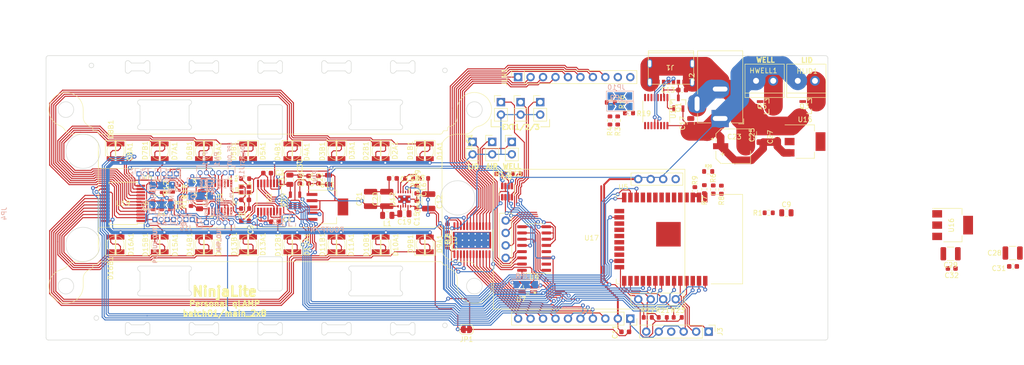
<source format=kicad_pcb>
(kicad_pcb (version 20211014) (generator pcbnew)
  (layers (0 "F.Cu" signal) (31 "B.Cu" signal) (34 "B.Paste" user) (35 "F.Paste" user) (36 "B.SilkS" user "B.Silkscreen") (37 "F.SilkS" user "F.Silkscreen") (38 "B.Mask" user) (39 "F.Mask" user) (44 "Edge.Cuts" user))
  (net 0 "")
  (net 1 "/Photo/ADA_RST")
  (net 2 "/Photo/ADA4")
  (net 3 "GNDA")
  (net 4 "3V3D")
  (net 5 "3V3A")
  (net 6 "PD_MUX_OUT")
  (net 7 "/Photo/PN2")
  (net 8 "/Photo/AMP_OUT")
  (net 9 "-1V")
  (net 10 "12V")
  (net 11 "Net-(HLID1-Pad2)")
  (net 12 "Net-(HWELL1-Pad2)")
  (net 13 "THERM_R_SWITCH")
  (net 14 "/PhotoMUX/N_PD_OUT15")
  (net 15 "MUX_S3")
  (net 16 "/WELL_HEATER")
  (net 17 "MUX_S2")
  (net 18 "/LID_HEATER")
  (net 19 "MUX_S1")
  (net 20 "VIN_SENSE")
  (net 21 "I2C_SCL")
  (net 22 "MUX_S0")
  (net 23 "I2C_SDA")
  (net 24 "/Photo/PHOTO_OUT_P")
  (net 25 "/Photo/PHOTO_OUT_N")
  (net 26 "THERM_MUX_OUT")
  (net 27 "Net-(Q1-Pad1)")
  (net 28 "Net-(JP10-Pad1)")
  (net 29 "Net-(Q3-Pad1)")
  (net 30 "Net-(Q5-Pad1)")
  (net 31 "/Photo/PP2")
  (net 32 "Net-(R14-Pad1)")
  (net 33 "THERM_AIR")
  (net 34 "THERM_EXT1")
  (net 35 "THERM_EXT2")
  (net 36 "THERM_EXT3")
  (net 37 "THERM_LID")
  (net 38 "THERM_WELL")
  (net 39 "CLKIN")
  (net 40 "Net-(R5-Pad1)")
  (net 41 "Net-(J1-PadB5)")
  (net 42 "Net-(J1-PadA5)")
  (net 43 "Net-(R2-Pad1)")
  (net 44 "Net-(R17-Pad2)")
  (net 45 "Net-(R18-Pad2)")
  (net 47 "/PhotoMUX/N_PD_OUT13")
  (net 48 "PD_REF_PWM")
  (net 50 "GNDD")
  (net 55 "/PhotoMUX/N_PD_OUT11")
  (net 58 "ADC_DRDY")
  (net 63 "/Photo/ADA8")
  (net 64 "/Photo/PN1")
  (net 65 "/Photo/PP1")
  (net 67 "Net-(C6-Pad1)")
  (net 68 "Net-(C18-Pad1)")
  (net 69 "Net-(J24-Pad2)")
  (net 70 "Net-(J26-Pad2)")
  (net 71 "/Photo/LPF_OUT")
  (net 72 "Net-(R15-Pad1)")
  (net 74 "/Power/PWRGD")
  (net 75 "5V")
  (net 79 "/Power/SELP")
  (net 84 "/Power/SEL")
  (net 87 "/PhotoMUX/N_PD_OUT9")
  (net 88 "/PhotoMUX/N_PD_OUT7")
  (net 89 "/PhotoMUX/N_PD_OUT5")
  (net 90 "/PhotoMUX/N_PD_OUT3")
  (net 91 "/PhotoMUX/N_PD_OUT1")
  (net 92 "/PhotoMUX/S_PD_OUT15")
  (net 93 "/PhotoMUX/S_PD_OUT13")
  (net 94 "/PhotoMUX/S_PD_OUT11")
  (net 95 "/PhotoMUX/S_PD_OUT9")
  (net 96 "/PhotoMUX/S_PD_OUT7")
  (net 97 "/PhotoMUX/S_PD_OUT5")
  (net 98 "/PhotoMUX/S_PD_OUT3")
  (net 99 "/PhotoMUX/S_PD_OUT1")
  (net 100 "Net-(D1A1-Pad1)")
  (net 101 "Net-(D15A1-Pad1)")
  (net 102 "Net-(D16A1-Pad1)")
  (net 103 "Net-(D14A1-Pad1)")
  (net 104 "Net-(D13A1-Pad1)")
  (net 105 "Net-(D12A1-Pad1)")
  (net 106 "Net-(D11A1-Pad1)")
  (net 107 "Net-(D10A1-Pad1)")
  (net 108 "Net-(D9A1-Pad1)")
  (net 109 "Net-(D8A1-Pad1)")
  (net 110 "Net-(D2A1-Pad1)")
  (net 111 "Net-(D3A1-Pad1)")
  (net 112 "Net-(D4A1-Pad1)")
  (net 113 "Net-(D5A1-Pad1)")
  (net 114 "Net-(D6A1-Pad1)")
  (net 115 "Net-(D7A1-Pad1)")
  (net 116 "LED_SPI_MOSI")
  (net 117 "LED_SPI_SCLK")
  (net 118 "LED_LAT")
  (net 119 "/PhotoLED/S_LED_OUT8")
  (net 120 "/PhotoLED/S_LED_OUT7")
  (net 121 "/PhotoLED/S_LED_OUT6")
  (net 122 "/PhotoLED/S_LED_OUT5")
  (net 123 "/PhotoLED/S_LED_OUT1")
  (net 124 "/PhotoLED/S_LED_OUT2")
  (net 125 "/PhotoLED/S_LED_OUT3")
  (net 126 "/PhotoLED/S_LED_OUT4")
  (net 127 "/PhotoLED/N_LED_OUT5")
  (net 128 "/PhotoLED/N_LED_OUT6")
  (net 129 "/PhotoLED/N_LED_OUT7")
  (net 130 "/PhotoLED/N_LED_OUT8")
  (net 131 "/PhotoLED/N_LED_OUT4")
  (net 132 "/PhotoLED/N_LED_OUT3")
  (net 133 "/PhotoLED/N_LED_OUT2")
  (net 134 "/PhotoLED/N_LED_OUT1")
  (net 135 "/PhotoLED/LED_BLANK")
  (net 136 "LED_SPI_MISO")
  (net 137 "Net-(C16-Pad1)")
  (net 139 "Net-(C14-Pad1)")
  (net 140 "Net-(C19-Pad2)")
  (net 141 "Net-(C19-Pad1)")
  (net 142 "Net-(JP8-Pad3)")
  (net 144 "TACT3")
  (net 145 "TACT2")
  (net 146 "/TXD")
  (net 147 "/RXD")
  (net 148 "TACT1")
  (net 149 "VCCL")
  (net 150 "LED_R")
  (net 151 "LED_G")
  (net 152 "LED_B")
  (net 156 "Net-(C9-Pad1)")
  (net 157 "/Power/VIN")
  (footprint "Ninja-qPCR:TB_SeeedOPL_320110028" (layer "F.Cu") (at 169.369992 71.13)
    (fp_text reference "HWELL1")
    (fp_text value "Screw_Terminal_01x02")
  )
  (footprint "Jumper:SolderJumper-2_P1.3mm_Bridged_RoundedPad1.0x1.5mm" (layer "F.Cu") (at 110.39 121.83 180)
    (fp_text reference "JP1")
    (fp_text value "SolderJumper_2_Bridged")
  )
  (footprint "Package_SO:TSSOP-16_4.4x5mm_P0.65mm" (layer "F.Cu") (at 149.042292 77.3998 -90)
    (fp_text reference "U11")
    (fp_text value "IP2721")
  )
  (footprint "Ninja-qPCR:TPS63710DRRR" (layer "F.Cu") (at 97.73 95.27 -90)
    (fp_text reference "U12")
    (fp_text value "TPS63710DRRR" hide)
  )
  (footprint "Package_TO_SOT_SMD:SOT-223-6" (layer "F.Cu") (at 82.07 96.85)
    (fp_text reference "U13")
    (fp_text value "MCP1755T-3302E_DC")
  )
  (footprint "Package_TO_SOT_SMD:SOT-23-5" (layer "F.Cu") (at 75.48 95.49 90)
    (fp_text reference "U14")
    (fp_text value "MCP1755T-3302E_OT")
  )
  (footprint "Package_TO_SOT_SMD:SOT-223" (layer "F.Cu") (at 179.35 83.52)
    (fp_text reference "U15")
    (fp_text value "CJT1117-3.3")
  )
  (footprint "Package_TO_SOT_SMD:SOT-223" (layer "F.Cu") (at 209.41 100.56)
    (fp_text reference "U16")
    (fp_text value "CJT1117-5.0")
  )
  (footprint "Capacitor_SMD:C_0805_2012Metric" (layer "F.Cu") (at 82.296 91.299995 90)
    (fp_text reference "C22")
    (fp_text value "4.7uF")
  )
  (footprint "Ninja-qPCR:35TZV100M6.3X8" (layer "F.Cu") (at 164.719991 84.460004)
    (fp_text reference "C23")
    (fp_text value "100uF" hide)
  )
  (footprint "Capacitor_SMD:C_0603_1608Metric" (layer "F.Cu") (at 80.264 91.299995 90)
    (fp_text reference "C24")
    (fp_text value "0.1uF")
  )
  (footprint "Capacitor_SMD:C_1210_3225Metric" (layer "F.Cu") (at 170.83 82.16 90)
    (fp_text reference "C25")
    (fp_text value "22uF")
  )
  (footprint "Capacitor_SMD:C_0603_1608Metric" (layer "F.Cu") (at 173.7 82.58 90)
    (fp_text reference "C27")
    (fp_text value "0.1uF")
  )
  (footprint "Capacitor_SMD:C_1210_3225Metric" (layer "F.Cu") (at 208.99 106.4 180)
    (fp_text reference "C29")
    (fp_text value "22uF")
  )
  (footprint "Capacitor_SMD:C_0603_1608Metric" (layer "F.Cu") (at 76.454 91.299995 90)
    (fp_text reference "C30")
    (fp_text value "100pF")
  )
  (footprint "Capacitor_SMD:C_0603_1608Metric" (layer "F.Cu") (at 221.71 108.98 180)
    (fp_text reference "C31")
    (fp_text value "0.1uF")
  )
  (footprint "Capacitor_SMD:C_0805_2012Metric" (layer "F.Cu") (at 74.422 91.299995 90)
    (fp_text reference "C33")
    (fp_text value "4.7uF")
  )
  (footprint "Capacitor_SMD:C_0805_2012Metric" (layer "F.Cu") (at 94.26 98.57 180)
    (fp_text reference "L1")
    (fp_text value "2.2uH")
  )
  (footprint "Capacitor_SMD:C_0603_1608Metric" (layer "F.Cu") (at 154.327292 72.9998)
    (fp_text reference "C13")
    (fp_text value "1uF(<=20V)")
  )
  (footprint "Capacitor_SMD:C_0603_1608Metric" (layer "F.Cu") (at 95.409995 91.029993 180)
    (fp_text reference "C14")
    (fp_text value "1uF")
  )
  (footprint "Capacitor_SMD:C_1210_3225Metric" (layer "F.Cu") (at 90.86 95.22 90)
    (fp_text reference "C21")
    (fp_text value "22uF")
  )
  (footprint "Ninja-qPCR:TB_SeeedOPL_320110028" (layer "F.Cu") (at 177.87 71.13)
    (fp_text reference "HLID1")
    (fp_text value "Screw_Terminal_01x02")
  )
  (footprint "Package_SO:SSOP-24_5.3x8.2mm_P0.65mm" (layer "F.Cu") (at 40.46 96.12 180)
    (fp_text reference "U19")
    (fp_text value "CD74HC4067M96")
  )
  (footprint "Capacitor_SMD:C_0603_1608Metric" (layer "F.Cu") (at 50.1 96.5 -90)
    (fp_text reference "C8")
    (fp_text value "0.1uF")
  )
  (footprint "Capacitor_SMD:C_0603_1608Metric" (layer "F.Cu") (at 142.73 122.32)
    (fp_text reference "C11")
    (fp_text value "0.1uF")
  )
  (footprint "Capacitor_SMD:C_0603_1608Metric" (layer "F.Cu") (at 46.544 96.5 90)
    (fp_text reference "C6")
    (fp_text value "DNP(<1pF)")
  )
  (footprint "Capacitor_SMD:C_0603_1608Metric" (layer "F.Cu") (at 65.310004 99.722)
    (fp_text reference "C5")
    (fp_text value "0.1uF")
  )
  (footprint "Capacitor_SMD:C_0603_1608Metric" (layer "F.Cu") (at 71.39 99.87 180)
    (fp_text reference "C4")
    (fp_text value "0.1uF")
  )
  (footprint "Capacitor_SMD:C_0603_1608Metric" (layer "F.Cu") (at 69.79 89.95 180)
    (fp_text reference "C3")
    (fp_text value "0.1uF")
  )
  (footprint "Capacitor_SMD:C_0805_2012Metric" (layer "F.Cu") (at 56.03 96.28 90)
    (fp_text reference "C1")
    (fp_text value "4.7uF")
  )
  (footprint "Package_TO_SOT_SMD:SOT-23-8" (layer "F.Cu") (at 118.65074 93.738161 -90)
    (fp_text reference "U8")
    (fp_text value "TS12A12511DCNR")
  )
  (footprint "Package_TO_SOT_SMD:SOT-23-5" (layer "F.Cu") (at 47.460002 92.960012 180)
    (fp_text reference "U4")
    (fp_text value "LMP7717MF_NOPB")
  )
  (footprint "Capacitor_SMD:C_0805_2012Metric" (layer "F.Cu") (at 56.3876 92.801 90)
    (fp_text reference "C2")
    (fp_text value "4.7uF")
  )
  (footprint "Ninja-qPCR:ASDK-32.768KHZ-LRT" (layer "F.Cu") (at 65.310011 93.311992 180)
    (fp_text reference "U3")
    (fp_text value "COM1305-0.032768-EXT-T-TR")
  )
  (footprint "Capacitor_SMD:C_0603_1608Metric" (layer "F.Cu") (at 65.31 95.404 180)
    (fp_text reference "C7")
    (fp_text value "0.1uF")
  )
  (footprint "Resistor_SMD:R_0603_1608Metric" (layer "F.Cu") (at 65.310011 91.085992)
    (fp_text reference "R14")
    (fp_text value "10k")
  )
  (footprint "Resistor_SMD:R_0603_1608Metric" (layer "F.Cu") (at 54.29 95.83 90)
    (fp_text reference "R10")
    (fp_text value "10k")
  )
  (footprint "Ninja-qPCR:ADA2200ARUZ" (layer "F.Cu") (at 60.1976 94.861 -90)
    (fp_text reference "U1")
    (fp_text value "ADA2200ARUZ" hide)
  )
  (footprint "Ninja-qPCR:ADS122C04IPWR" (layer "F.Cu") (at 70.215 94.92 90)
    (fp_text reference "U2")
    (fp_text value "ADS1219IPWR")
  )
  (footprint "Resistor_SMD:R_0603_1608Metric" (layer "F.Cu") (at 65.310004 97.182)
    (fp_text reference "R11")
    (fp_text value "10k")
  )
  (footprint "Resistor_SMD:R_0603_1608Metric" (layer "F.Cu") (at 48.322 96.5 -90)
    (fp_text reference "R13")
    (fp_text value "10M")
  )
  (footprint "Resistor_SMD:R_0603_1608Metric" (layer "F.Cu") (at 120.65 90.110005)
    (fp_text reference "R17")
    (fp_text value "10k_HP")
  )
  (footprint "Resistor_SMD:R_0603_1608Metric" (layer "F.Cu") (at 117.32 90.11 180)
    (fp_text reference "R18")
    (fp_text value "47k_HP")
  )
  (footprint "Package_SO:SOIC-16_3.9x9.9mm_P1.27mm" (layer "F.Cu") (at 124.175 105.335 180)
    (fp_text reference "U9")
    (fp_text value "SN74LV4051A")
  )
  (footprint "Ninja-qPCR:SN74LVC1GU04DBVR" (layer "F.Cu") (at 122.87 113.2 180)
    (fp_text reference "U7")
    (fp_text value "SN74LVC1GU04DCKR" hide)
  )
  (footprint "Capacitor_SMD:C_0603_1608Metric" (layer "F.Cu") (at 78.232 91.299995 90)
    (fp_text reference "C26")
    (fp_text value "0.01uF")
  )
  (footprint "Ninja-qPCR:SOT95P240X112-3N" (layer "F.Cu") (at 171.29 76.3)
    (fp_text reference "Q5")
    (fp_text value "Q_NMOS_GSD")
  )
  (footprint "Ninja-qPCR:SOT95P240X112-3N" (layer "F.Cu") (at 179.97 76.29)
    (fp_text reference "Q3")
    (fp_text value "Q_NMOS_GSD")
  )
  (footprint "Ninja-qPCR:SOT95P240X112-3N" (layer "F.Cu") (at 153.542292 75.7098 90)
    (fp_text reference "Q1")
    (fp_text value "Q_NMOS_GSD")
  )
  (footprint "Package_SO:HTSSOP-24-1EP_4.4x7.8mm_P0.65mm_EP3.4x7.8mm_Mask2.4x4.68mm_ThermalVias" (layer "F.Cu") (at 111.52 103.63 90)
    (fp_text reference "U10")
    (fp_text value "TLC5929")
  )
  (footprint "Capacitor_SMD:C_0603_1608Metric" (layer "F.Cu") (at 100.259998 96.349998 90)
    (fp_text reference "C15")
    (fp_text value "1uF")
  )
  (footprint "Resistor_SMD:R_0603_1608Metric" (layer "F.Cu") (at 143.49 77.7)
    (fp_text reference "R19")
    (fp_text value "100k")
  )
  (footprint "Capacitor_SMD:C_0805_2012Metric" (layer "F.Cu") (at 175.55 98.05)
    (fp_text reference "C9")
    (fp_text value "10uF")
  )
  (footprint "Connector_PinHeader_2.54mm:PinHeader_1x02_P2.54mm_Vertical" (layer "F.Cu") (at 119.630956 83.579052)
    (fp_text reference "TWELL1" hide)
    (fp_text value "Conn_01x02_Male")
  )
  (footprint "Connector_PinHeader_2.54mm:PinHeader_1x02_P2.54mm_Vertical" (layer "F.Cu") (at 111.630956 83.579052)
    (fp_text reference "TLID1" hide)
    (fp_text value "Conn_01x02_Male")
  )
  (footprint "Connector_PinHeader_2.54mm:PinHeader_1x02_P2.54mm_Vertical" (layer "F.Cu") (at 125.410956 75.479052)
    (fp_text reference "TEXT3" hide)
    (fp_text value "Conn_01x02_Male")
  )
  (footprint "Connector_PinHeader_2.54mm:PinHeader_1x02_P2.54mm_Vertical" (layer "F.Cu") (at 121.410956 75.479052)
    (fp_text reference "TEXT2" hide)
    (fp_text value "Conn_01x02_Male")
  )
  (footprint "Connector_PinHeader_2.54mm:PinHeader_1x02_P2.54mm_Vertical" (layer "F.Cu") (at 117.410956 75.479052)
    (fp_text reference "TEXT1" hide)
    (fp_text value "Conn_01x02_Male")
  )
  (footprint "Connector_PinHeader_2.54mm:PinHeader_1x02_P2.54mm_Vertical" (layer "F.Cu") (at 115.630956 83.579052)
    (fp_text reference "TAIR1" hide)
    (fp_text value "Conn_01x02_Male")
  )
  (footprint "Resistor_SMD:R_0603_1608Metric" (layer "F.Cu") (at 156.91 93.64 90)
    (fp_text reference "R9")
    (fp_text value "47k")
  )
  (footprint "Resistor_SMD:R_0603_1608Metric" (layer "F.Cu") (at 162.31 93.33 -90)
    (fp_text reference "R8")
    (fp_text value "47k")
  )
  (footprint "Resistor_SMD:R_0603_1608Metric" (layer "F.Cu") (at 98.700006 91.029993 180)
    (fp_text reference "R5")
    (fp_text value "39k")
  )
  (footprint "Resistor_SMD:R_0603_1608Metric" (layer "F.Cu") (at 141.187708 79.2202 -90)
    (fp_text reference "R3")
    (fp_text value "5.1k")
  )
  (footprint "Resistor_SMD:R_0603_1608Metric" (layer "F.Cu") (at 139.617708 79.2202 -90)
    (fp_text reference "R4")
    (fp_text value "5.1k")
  )
  (footprint "Resistor_SMD:R_0603_1608Metric" (layer "F.Cu") (at 158.84 93.23 -90)
    (fp_text reference "R7")
    (fp_text value "150")
  )
  (footprint "Resistor_SMD:R_0603_1608Metric" (layer "F.Cu") (at 160.65 93.3 90)
    (fp_text reference "R6")
    (fp_text value "150")
  )
  (footprint "Resistor_SMD:R_0603_1608Metric" (layer "F.Cu") (at 106.520005 101.219991 -90)
    (fp_text reference "R2")
    (fp_text value "0")
  )
  (footprint "Resistor_SMD:R_0603_1608Metric" (layer "F.Cu") (at 171.95 98.05 180)
    (fp_text reference "R1")
    (fp_text value "100k")
  )
  (footprint "Resistor_SMD:R_0603_1608Metric" (layer "F.Cu") (at 139.8 75.53)
    (fp_text reference "R16")
    (fp_text value "100k")
  )
  (footprint "Capacitor_SMD:C_0603_1608Metric" (layer "F.Cu") (at 106.520005 104.290012 -90)
    (fp_text reference "C10")
    (fp_text value "0.1uF")
  )
  (footprint "Capacitor_SMD:C_1210_3225Metric" (layer "F.Cu") (at 221.63 106.25 180)
    (fp_text reference "C28")
    (fp_text value "22uF")
  )
  (footprint "Capacitor_SMD:C_0603_1608Metric" (layer "F.Cu") (at 209.22 109.4 180)
    (fp_text reference "C32")
    (fp_text value "0.1uF")
  )
  (footprint "Connector_BarrelJack:BarrelJack_Horizontal" (layer "F.Cu") (at 162.059792 78.8098 -90)
    (fp_text reference "J2")
    (fp_text value "Barrel_Jack_Switch")
  )
  (footprint "Diodes_SMD:D_1206" (layer "F.Cu") (at 64.921211 85.502066 -90)
    (fp_text reference "D5B1")
    (fp_text value "D_Photo")
  )
  (footprint "Resistor_SMD:R_0603_1608Metric" (layer "F.Cu") (at 153.416 119.38)
    (fp_text reference "R23")
    (fp_text value "100k")
  )
  (footprint "Diodes_SMD:D_1206" (layer "F.Cu") (at 91.921211 104.501633 90)
    (fp_text reference "D10B1")
    (fp_text value "D_Photo")
  )
  (footprint "Diodes_SMD:D_1206" (layer "F.Cu") (at 46.921211 85.502066 -90)
    (fp_text reference "D7B1")
    (fp_text value "D_Photo")
  )
  (footprint "Diodes_SMD:D_1206" (layer "F.Cu") (at 91.921211 85.502066 -90)
    (fp_text reference "D2B1")
    (fp_text value "D_Photo")
  )
  (footprint "Diodes_SMD:D_1206" (layer "F.Cu") (at 84.921211 104.501633 90)
    (fp_text reference "D11A1")
    (fp_text value "D_Photo")
  )
  (footprint "Diodes_SMD:D_1206" (layer "F.Cu") (at 93.921211 85.502066 -90)
    (fp_text reference "D2A1")
    (fp_text value "D_Photo")
  )
  (footprint "Diodes_SMD:D_1206" (layer "F.Cu") (at 100.921211 85.502066 -90)
    (fp_text reference "D1B1")
    (fp_text value "D_Photo")
  )
  (footprint "Diodes_SMD:D_1206" (layer "F.Cu") (at 57.921211 104.501633 90)
    (fp_text reference "D14A1")
    (fp_text value "D_Photo")
  )
  (footprint "Ninja-qPCR:LITE_LCD" (layer "F.Cu") (at 115.875003 89.175006)
    (fp_text reference "U17")
    (fp_text value "LITE_LCD")
  )
  (footprint "Diodes_SMD:D_1206" (layer "F.Cu") (at 57.921211 85.502066 -90)
    (fp_text reference "D6A1")
    (fp_text value "D_Photo")
  )
  (footprint "Resistor_SMD:R_0603_1608Metric" (layer "F.Cu") (at 147.32 119.38)
    (fp_text reference "R22")
    (fp_text value "100k")
  )
  (footprint "Diodes_SMD:D_1206" (layer "F.Cu") (at 82.921211 104.501633 90)
    (fp_text reference "D11B1")
    (fp_text value "D_Photo")
  )
  (footprint "Diodes_SMD:D_1206" (layer "F.Cu") (at 73.921211 104.501633 90)
    (fp_text reference "D12B1")
    (fp_text value "D_Photo")
  )
  (footprint "Capacitor_SMD:C_1210_3225Metric" (layer "F.Cu") (at 94.15 95.22 90)
    (fp_text reference "C20")
    (fp_text value "22uF")
  )
  (footprint "Ninja-qPCR:ALI_USB" (layer "F.Cu") (at 156.372282 71.419792 180)
    (fp_text reference "J1")
    (fp_text value "ALI_USB")
  )
  (footprint "Capacitor_SMD:C_0603_1608Metric" (layer "F.Cu") (at 100.259998 93.309999 -90)
    (fp_text reference "C16")
    (fp_text value "1uF")
  )
  (footprint "Connector_PinSocket_2.54mm:PinSocket_1x10_P2.54mm_Vertical" (layer "F.Cu") (at 143.765 119.628 -90)
    (fp_text reference "JLS1")
    (fp_text value "Conn_01x10_Male")
  )
  (footprint "Diodes_SMD:D_1206" (layer "F.Cu") (at 39.921211 104.501633 90)
    (fp_text reference "D16A1")
    (fp_text value "D_Photo")
  )
  (footprint "Diodes_SMD:D_1206" (layer "F.Cu") (at 75.921211 104.501633 90)
    (fp_text reference "D12A1")
    (fp_text value "D_Photo")
  )
  (footprint "Resistor_SMD:R_0603_1608Metric" (layer "F.Cu") (at 101.759995 91.029993)
    (fp_text reference "R15")
    (fp_text value "150k")
  )
  (footprint "Diodes_SMD:D_1206" (layer "F.Cu") (at 66.921211 104.501633 90)
    (fp_text reference "D13A1")
    (fp_text value "D_Photo")
  )
  (footprint "Diodes_SMD:D_1206" (layer "F.Cu") (at 75.921211 85.502066 -90)
    (fp_text reference "D4A1")
    (fp_text value "D_Photo")
  )
  (footprint "Diodes_SMD:D_1206" (layer "F.Cu") (at 66.921211 85.502066 -90)
    (fp_text reference "D5A1")
    (fp_text value "D_Photo")
  )
  (footprint "Diodes_SMD:D_1206" (layer "F.Cu") (at 37.921211 85.502066 -90)
    (fp_text reference "D8B1")
    (fp_text value "D_Photo")
  )
  (footprint "Diodes_SMD:D_1206" (layer "F.Cu") (at 55.921211 104.501633 90)
    (fp_text reference "D14B1")
    (fp_text value "D_Photo")
  )
  (footprint "Capacitor_SMD:C_0805_2012Metric" (layer "F.Cu") (at 156.072292 79.7698 90)
    (fp_text reference "C17")
    (fp_text value "10uF(<=20V)")
  )
  (footprint "RF_Module:ESP32-WROOM-32" (layer "F.Cu") (at 150.77 103.42 -90)
    (fp_text reference "U5")
    (fp_text value "ESP32-WROOM-32")
  )
  (footprint "Diodes_SMD:D_1206" (layer "F.Cu") (at 37.921211 104.501633 90)
    (fp_text reference "D16B1")
    (fp_text value "D_Photo")
  )
  (footprint "Connector_PinHeader_2.54mm:PinHeader_1x06_P2.54mm_Vertical" (layer "F.Cu") (at 159.71 122.28 -90)
    (fp_text reference "J3")
    (fp_text value "Conn_01x06_Male")
  )
  (footprint "Resistor_SMD:R_0603_1608Metric" (layer "F.Cu") (at 159.62 89.61)
    (fp_text reference "R20")
    (fp_text value "10k")
  )
  (footprint "Diodes_SMD:D_1206" (layer "F.Cu") (at 48.921211 104.501633 90)
    (fp_text reference "D15A1")
    (fp_text value "D_Photo")
  )
  (footprint "Diodes_SMD:D_1206" (layer "F.Cu") (at 84.921211 85.502066 -90)
    (fp_text reference "D3A1")
    (fp_text value "D_Photo")
  )
  (footprint "Capacitor_SMD:C_0402_1005Metric" (layer "F.Cu") (at 51.910005 92.960012 90)
    (fp_text reference "C18")
    (fp_text value "330pF")
  )
  (footprint "Diodes_SMD:D_1206" (layer "F.Cu") (at 46.921211 104.501633 90)
    (fp_text reference "D15B1")
    (fp_text value "D_Photo")
  )
  (footprint "Connector_PinSocket_2.54mm:PinSocket_1x10_P2.54mm_Vertical" (layer "F.Cu") (at 120.905 70.372 90)
    (fp_text reference "JLN1")
    (fp_text value "Conn_01x10_Male")
  )
  (footprint "Diodes_SMD:D_1206" (layer "F.Cu") (at 82.921211 85.502066 -90)
    (fp_text reference "D3B1")
    (fp_text value "D_Photo")
  )
  (footprint "Diodes_SMD:D_1206" (layer "F.Cu") (at 102.921211 104.501633 90)
    (fp_text reference "D9A1")
    (fp_text value "D_Photo")
  )
  (footprint "Resistor_SMD:R_0603_1608Metric" (layer "F.Cu") (at 50.540006 92.960012 -90)
    (fp_text reference "R12")
    (fp_text value "10k")
  )
  (footprint "Resistor_SMD:R_0603_1608Metric" (layer "F.Cu") (at 150.368 119.38)
    (fp_text reference "R21")
    (fp_text value "100k")
  )
  (footprint "Diodes_SMD:D_1206" (layer "F.Cu") (at 73.921211 85.502066 -90)
    (fp_text reference "D4B1")
    (fp_text value "D_Photo")
  )
  (footprint "Capacitor_SMD:C_0805_2012Metric" (layer "F.Cu") (at 97.75 98.23 180)
    (fp_text reference "C19")
    (fp_text value "10uF")
  )
  (footprint "Diodes_SMD:D_1206" (layer "F.Cu") (at 48.921211 85.502066 -90)
    (fp_text reference "D7A1")
    (fp_text value "D_Photo")
  )
  (footprint "Diodes_SMD:D_1206" (layer "F.Cu") (at 102.921211 85.502066 -90)
    (fp_text reference "D1A1")
    (fp_text value "D_Photo")
  )
  (footprint "Diodes_SMD:D_1206" (layer "F.Cu") (at 39.921211 85.502066 -90)
    (fp_text reference "D8A1")
    (fp_text value "D_Photo")
  )
  (footprint "Diodes_SMD:D_1206" (layer "F.Cu") (at 64.921211 104.501633 90)
    (fp_text reference "D13B1")
    (fp_text value "D_Photo")
  )
  (footprint "Diodes_SMD:D_1206" (layer "F.Cu") (at 55.921211 85.502066 -90)
    (fp_text reference "D6B1")
    (fp_text value "D_Photo")
  )
  (footprint "Diodes_SMD:D_1206" (layer "F.Cu") (at 100.921211 104.501633 90)
    (fp_text reference "D9B1")
    (fp_text value "D_Photo")
  )
  (footprint "Capacitor_SMD:C_1210_3225Metric" (layer "F.Cu") (at 102.7 95.71 90)
    (fp_text reference "C12")
    (fp_text value "22uF")
  )
  (footprint "Diodes_SMD:D_1206" (layer "F.Cu") (at 93.921211 104.501633 90)
    (fp_text reference "D10A1")
    (fp_text value "D_Photo")
  )
  (footprint "Connector_PinHeader_1.27mm:PinHeader_1x01_P1.27mm_Vertical" (layer "B.Cu") (at 46.919998 99.419994 180)
    (fp_text reference "J13")
    (fp_text value "Conn_01x01_Male")
  )
  (footprint "Connector_PinSocket_1.27mm:PinSocket_1x06_P1.27mm_Vertical" (layer "B.Cu") (at 62.496 89.8886 90)
    (fp_text reference "J12")
    (fp_text value "Conn_01x06_Male")
  )
  (footprint "Connector_PinHeader_1.27mm:PinHeader_1x01_P1.27mm_Vertical" (layer "B.Cu") (at 53.269998 99.419994)
    (fp_text reference "J16")
    (fp_text value "Conn_01x01_Male")
  )
  (footprint "Connector_PinSocket_1.27mm:PinSocket_1x01_P1.27mm_Vertical" (layer "B.Cu") (at 73.64001 99.419994 -90)
    (fp_text reference "J15")
    (fp_text value "Conn_01x01_Male")
  )
  (footprint "Connector_PinSocket_1.27mm:PinSocket_1x01_P1.27mm_Vertical" (layer "B.Cu") (at 74.91001 99.419994 -90)
    (fp_text reference "J14")
    (fp_text value "Conn_01x01_Male")
  )
  (footprint "Jumper:SolderJumper-3_P2.0mm_Open_TrianglePad1.0x1.5mm" (layer "B.Cu") (at 48.38 92.5 180)
    (fp_text reference "JP7")
    (fp_text value "Jumper_3_Open")
  )
  (footprint "Connector_PinHeader_1.27mm:PinHeader_1x01_P1.27mm_Vertical" (layer "B.Cu") (at 54.539998 99.419994 -90)
    (fp_text reference "J20")
    (fp_text value "Conn_01x01_Male")
  )
  (footprint "Connector_PinHeader_1.27mm:PinHeader_1x01_P1.27mm_Vertical" (layer "B.Cu") (at 51.3 90.110005 -90)
    (fp_text reference "J23")
    (fp_text value "Conn_01x01_Male")
  )
  (footprint "Jumper:SolderJumper-3_P2.0mm_Open_TrianglePad1.0x1.5mm" (layer "B.Cu") (at 48.29 96.44)
    (fp_text reference "JP6")
    (fp_text value "Jumper_3_Open")
  )
  (footprint "Jumper:SolderJumper-3_P2.0mm_Open_TrianglePad1.0x1.5mm" (layer "B.Cu") (at 56.269992 91.948 180)
    (fp_text reference "JP4")
    (fp_text value "Jumper_3_Open")
  )
  (footprint "Connector_PinHeader_1.27mm:PinHeader_1x02_P1.27mm_Vertical" (layer "B.Cu") (at 43.68 90.110005 -90)
    (fp_text reference "J26")
    (fp_text value "Conn_01x02_Male")
  )
  (footprint "Connector_PinSocket_1.27mm:PinSocket_1x05_P1.27mm_Vertical" (layer "B.Cu") (at 57.416 100.0486 -90)
    (fp_text reference "J21")
    (fp_text value "Conn_01x05_Male")
  )
  (footprint "Jumper:SolderJumper-3_P2.0mm_Open_TrianglePad1.0x1.5mm" (layer "B.Cu") (at 141.7 76.3675 180)
    (fp_text reference "JP9")
    (fp_text value "Jumper_3_Open")
  )
  (footprint "Jumper:SolderJumper-3_P2.0mm_Open_TrianglePad1.0x1.5mm" (layer "B.Cu") (at 56.269992 94.599989 180)
    (fp_text reference "JP5")
    (fp_text value "Jumper_3_Open")
  )
  (footprint "Connector_PinHeader_1.27mm:PinHeader_1x02_P1.27mm_Vertical" (layer "B.Cu") (at 50.03 90.110005 90)
    (fp_text reference "J22")
    (fp_text value "Conn_01x02_Male")
  )
  (footprint "Connector_PinHeader_1.27mm:PinHeader_1x02_P1.27mm_Vertical" (layer "B.Cu") (at 49.459998 99.419994 90)
    (fp_text reference "J25")
    (fp_text value "Conn_01x02_Male")
  )
  (footprint "Connector_PinHeader_1.27mm:PinHeader_1x02_P1.27mm_Vertical" (layer "B.Cu") (at 50.729998 99.419994 -90)
    (fp_text reference "J24")
    (fp_text value "Conn_01x02_Male")
  )
  (footprint "Jumper:SolderJumper-3_P2.0mm_Open_TrianglePad1.0x1.5mm" (layer "B.Cu") (at 122.46 112.68 180)
    (fp_text reference "JP8")
    (fp_text value "Jumper_3_Open")
  )
  (footprint "Connector_PinHeader_1.27mm:PinHeader_1x02_P1.27mm_Vertical" (layer "B.Cu") (at 46.22 90.110005 -90)
    (fp_text reference "J27")
    (fp_text value "Conn_01x02_Male")
  )
  (footprint "Jumper:SolderJumper-3_P2.0mm_Open_TrianglePad1.0x1.5mm" (layer "B.Cu") (at 141.640002 74.225001 180)
    (fp_text reference "JP10")
    (fp_text value "Jumper_3_Open")
  )
  (gr_line (start 105.421227 104.5) (end 105.421227 85.5) (layer "F.SilkS") (width 0.1))
  (gr_arc (start 27.557791 80.266166) (mid 28.10604 80.588129) (end 28.525537 81.065895) (layer "F.SilkS") (width 0.1))
  (gr_arc (start 29.143757 108.828755) (mid 28.639438 109.315728) (end 27.998047 109.598743) (layer "F.SilkS") (width 0.1))
  (gr_circle (center 83.921202 104.501637) (end 82.171202 104.501637) (layer "F.SilkS") (width 0.1) (fill none))
  (gr_arc (start 27.557791 80.266166) (mid 26.852495 74.115515) (end 32.327915 77.004758) (layer "F.SilkS") (width 0.1))
  (gr_arc (start 105.650139 81.404914) (mid 105.723302 81.332085) (end 105.823038 81.305442) (layer "F.SilkS") (width 0.1))
  (gr_arc (start 34.261682 108.898256) (mid 34.32026 108.756834) (end 34.461682 108.698256) (layer "F.SilkS") (width 0.1))
  (gr_arc (start 34.476016 81.305442) (mid 34.334595 81.246863) (end 34.276016 81.105442) (layer "F.SilkS") (width 0.1))
  (gr_arc (start 35.192279 108.598784) (mid 35.119116 108.671613) (end 35.01938 108.698256) (layer "F.SilkS") (width 0.1))
  (gr_arc (start 35.192293 81.404914) (mid 35.264888 81.541698) (end 35.326683 81.683688) (layer "F.SilkS") (width 0.1))
  (gr_arc (start 30.219067 82.001961) (mid 29.251562 81.752371) (end 28.525537 81.065895) (layer "F.SilkS") (width 0.1))
  (gr_circle (center 101.921216 85.502061) (end 103.671216 85.502061) (layer "F.SilkS") (width 0.1) (fill none))
  (gr_arc (start 29.143757 108.828755) (mid 29.854263 108.22045) (end 30.763668 108.001737) (layer "F.SilkS") (width 0.1))
  (gr_line (start 34.276016 80.717688) (end 34.276016 81.105442) (layer "F.SilkS") (width 0.1))
  (gr_arc (start 106.94681 109.546221) (mid 108.074089 110.246864) (end 108.514503 111.49894) (layer "F.SilkS") (width 0.1))
  (gr_arc (start 32.327643 82.001961) (mid 34.133254 82.503667) (end 35.421216 83.86495) (layer "F.SilkS") (width 0.1))
  (gr_line (start 32.327901 111.49894) (end 32.327901 112.99894) (layer "F.SilkS") (width 0.1))
  (gr_line (start 105.421202 101.501637) (end 105.421202 106.138748) (layer "F.SilkS") (width 0.1))
  (gr_line (start 106.580736 81.105442) (end 106.580736 80.712572) (layer "F.SilkS") (width 0.1))
  (gr_arc (start 35.326669 108.32001) (mid 35.264874 108.462) (end 35.192279 108.598784) (layer "F.SilkS") (width 0.1))
  (gr_line (start 30.763668 108.001737) (end 32.327629 108.001737) (layer "F.SilkS") (width 0.1))
  (gr_arc (start 105.515749 81.683688) (mid 105.332027 81.914864) (end 105.049904 82.002061) (layer "F.SilkS") (width 0.1))
  (gr_arc (start 33.895608 80.457477) (mid 32.768329 79.756834) (end 32.327915 78.504758) (layer "F.SilkS") (width 0.1))
  (gr_line (start 32.327915 77.004758) (end 32.327915 78.504758) (layer "F.SilkS") (width 0.1))
  (gr_line (start 35.792528 82.002061) (end 105.049904 82.002061) (layer "F.SilkS") (width 0.1))
  (gr_circle (center 65.921202 104.501637) (end 64.171202 104.501637) (layer "F.SilkS") (width 0.1) (fill none))
  (gr_line (start 35.421216 88.502061) (end 35.421216 83.86495) (layer "F.SilkS") (width 0.1))
  (gr_circle (center 47.921216 85.502061) (end 49.671216 85.502061) (layer "F.SilkS") (width 0.1) (fill none))
  (gr_line (start 110.07875 82.001961) (end 108.514789 82.001961) (layer "F.SilkS") (width 0.1))
  (gr_line (start 35.421202 106.138748) (end 35.421202 101.501637) (layer "F.SilkS") (width 0.1))
  (gr_line (start 117.420011 80.499996) (end 115.420011 80.499996) (layer "F.SilkS") (width 0.15))
  (gr_arc (start 105.515749 81.683688) (mid 105.577544 81.541698) (end 105.650139 81.404914) (layer "F.SilkS") (width 0.1))
  (gr_arc (start 106.94681 109.546221) (mid 106.821398 109.514167) (end 106.698323 109.474066) (layer "F.SilkS") (width 0.1))
  (gr_line (start 115.419999 80.5) (end 115.419999 79.000003) (layer "F.SilkS") (width 0.15))
  (gr_arc (start 35.792528 82.002061) (mid 35.510406 81.914864) (end 35.326683 81.683688) (layer "F.SilkS") (width 0.1))
  (gr_arc (start 34.12817 109.479751) (mid 34.012888 109.516505) (end 33.895594 109.546221) (layer "F.SilkS") (width 0.1))
  (gr_arc (start 108.514517 77.004758) (mid 114.176172 74.252077) (end 112.844371 80.404955) (layer "F.SilkS") (width 0.1))
  (gr_circle (center 92.921202 104.501637) (end 91.171202 104.501637) (layer "F.SilkS") (width 0.1) (fill none))
  (gr_arc (start 113.284627 109.737532) (mid 112.736378 109.415569) (end 112.316881 108.937803) (layer "F.SilkS") (width 0.1))
  (gr_arc (start 32.327901 112.99894) (mid 26.666246 115.751621) (end 27.998047 109.598743) (layer "F.SilkS") (width 0.1))
  (gr_circle (center 74.921216 85.502061) (end 76.671216 85.502061) (layer "F.SilkS") (width 0.1) (fill none))
  (gr_line (start 104.921216 89.002061) (end 35.921216 89.002061) (layer "F.SilkS") (width 0.1))
  (gr_circle (center 74.921202 104.501637) (end 73.171202 104.501637) (layer "F.SilkS") (width 0.1) (fill none))
  (gr_arc (start 32.327901 111.49894) (mid 32.768315 110.246865) (end 33.895594 109.546221) (layer "F.SilkS") (width 0.1))
  (gr_arc (start 104.921202 101.001637) (mid 105.274755 101.148084) (end 105.421202 101.501637) (layer "F.SilkS") (width 0.1))
  (gr_arc (start 113.284627 109.737532) (mid 113.989923 115.888183) (end 108.514503 112.99894) (layer "F.SilkS") (width 0.1))
  (gr_circle (center 47.921202 104.501637) (end 46.171202 104.501637) (layer "F.SilkS") (width 0.1) (fill none))
  (gr_line (start 108.514775 108.001737) (end 110.623351 108.001737) (layer "F.SilkS") (width 0.1))
  (gr_line (start 105.421216 83.86495) (end 105.421216 88.502061) (layer "F.SilkS") (width 0.1))
  (gr_arc (start 108.514775 108.001737) (mid 106.709164 107.500031) (end 105.421202 106.138748) (layer "F.SilkS") (width 0.1))
  (gr_circle (center 56.921202 104.501637) (end 55.171202 104.501637) (layer "F.SilkS") (width 0.1) (fill none))
  (gr_line (start 34.476016 81.305442) (end 35.019394 81.305442) (layer "F.SilkS") (width 0.1))
  (gr_circle (center 92.921216 85.502061) (end 94.671216 85.502061) (layer "F.SilkS") (width 0.1) (fill none))
  (gr_arc (start 105.823024 108.698256) (mid 105.723289 108.671613) (end 105.650125 108.598784) (layer "F.SilkS") (width 0.1))
  (gr_circle (center 65.921216 85.502061) (end 67.671216 85.502061) (layer "F.SilkS") (width 0.1) (fill none))
  (gr_line (start 105.823038 81.305442) (end 106.380736 81.305442) (layer "F.SilkS") (width 0.1))
  (gr_arc (start 111.698661 81.174943) (mid 112.20298 80.68797) (end 112.844371 80.404955) (layer "F.SilkS") (width 0.1))
  (gr_arc (start 108.514517 78.504758) (mid 108.074103 79.756833) (end 106.946824 80.457477) (layer "F.SilkS") (width 0.1))
  (gr_arc (start 106.580736 80.712572) (mid 106.617492 80.597025) (end 106.714248 80.523947) (layer "F.SilkS") (width 0.1))
  (gr_circle (center 101.921202 104.501637) (end 100.171202 104.501637) (layer "F.SilkS") (width 0.1) (fill none))
  (gr_line (start 108.514517 78.504758) (end 108.514517 77.004758) (layer "F.SilkS") (width 0.1))
  (gr_line (start 125.520004 80.5) (end 127.32 80.5) (layer "F.SilkS") (width 0.15))
  (gr_line (start 34.261682 108.898256) (end 34.261682 109.291126) (layer "F.SilkS") (width 0.1))
  (gr_arc (start 106.714248 80.523947) (mid 106.82953 80.487193) (end 106.946824 80.457477) (layer "F.SilkS") (width 0.1))
  (gr_arc (start 33.895608 80.457477) (mid 34.02102 80.489531) (end 34.144095 80.529632) (layer "F.SilkS") (width 0.1))
  (gr_arc (start 105.04989 108.001637) (mid 105.332012 108.088834) (end 105.515735 108.32001) (layer "F.SilkS") (width 0.1))
  (gr_arc (start 106.366402 108.698256) (mid 106.507823 108.756835) (end 106.566402 108.898256) (layer "F.SilkS") (width 0.1))
  (gr_line (start 127.32 80.5) (end 127.32 79.000003) (layer "F.SilkS") (width 0.15))
  (gr_arc (start 34.261682 109.291126) (mid 34.224926 109.406673) (end 34.12817 109.479751) (layer "F.SilkS") (width 0.1))
  (gr_arc (start 110.623351 108.001737) (mid 111.590856 108.251327) (end 112.316881 108.937803) (layer "F.SilkS") (width 0.1))
  (gr_arc (start 35.326669 108.32001) (mid 35.510391 108.088834) (end 35.792514 108.001637) (layer "F.SilkS") (width 0.1))
  (gr_arc (start 105.421216 88.502061) (mid 105.274769 88.855614) (end 104.921216 89.002061) (layer "F.SilkS") (width 0.1))
  (gr_circle (center 56.921216 85.502061) (end 58.671216 85.502061) (layer "F.SilkS") (width 0.1) (fill none))
  (gr_arc (start 111.698661 81.174943) (mid 110.988155 81.783248) (end 110.07875 82.001961) (layer "F.SilkS") (width 0.1))
  (gr_line (start 35.421214 85.5) (end 35.421214 104.5) (layer "F.SilkS") (width 0.1))
  (gr_arc (start 105.650125 108.598784) (mid 105.57753 108.462) (end 105.515735 108.32001) (layer "F.SilkS") (width 0.1))
  (gr_line (start 32.327643 82.001961) (end 30.219067 82.001961) (layer "F.SilkS") (width 0.1))
  (gr_arc (start 106.580736 81.105442) (mid 106.522158 81.246864) (end 106.380736 81.305442) (layer "F.SilkS") (width 0.1))
  (gr_line (start 35.921202 101.001637) (end 104.921202 101.001637) (layer "F.SilkS") (width 0.1))
  (gr_arc (start 106.698323 109.474066) (mid 106.602671 109.400867) (end 106.566402 109.28601) (layer "F.SilkS") (width 0.1))
  (gr_arc (start 35.019394 81.305442) (mid 35.119129 81.332085) (end 35.192293 81.404914) (layer "F.SilkS") (width 0.1))
  (gr_line (start 35.01938 108.698256) (end 34.461682 108.698256) (layer "F.SilkS") (width 0.1))
  (gr_arc (start 34.144095 80.529632) (mid 34.239747 80.602831) (end 34.276016 80.717688) (layer "F.SilkS") (width 0.1))
  (gr_circle (center 38.921216 85.502061) (end 40.671216 85.502061) (layer "F.SilkS") (width 0.1) (fill none))
  (gr_arc (start 35.921216 89.002061) (mid 35.567663 88.855614) (end 35.421216 88.502061) (layer "F.SilkS") (width 0.1))
  (gr_line (start 106.566402 109.28601) (end 106.566402 108.898256) (layer "F.SilkS") (width 0.1))
  (gr_arc (start 105.421216 83.86495) (mid 106.709178 82.503667) (end 108.514789 82.001961) (layer "F.SilkS") (width 0.1))
  (gr_line (start 105.04989 108.001637) (end 35.792514 108.001637) (layer "F.SilkS") (width 0.1))
  (gr_line (start 106.366402 108.698256) (end 105.823024 108.698256) (layer "F.SilkS") (width 0.1))
  (gr_circle (center 38.921202 104.501637) (end 37.171202 104.501637) (layer "F.SilkS") (width 0.1) (fill none))
  (gr_line (start 108.514503 112.99894) (end 108.514503 111.49894) (layer "F.SilkS") (width 0.1))
  (gr_arc (start 35.421202 106.138748) (mid 34.13324 107.500031) (end 32.327629 108.001737) (layer "F.SilkS") (width 0.1))
  (gr_arc (start 35.421202 101.501637) (mid 35.567649 101.148084) (end 35.921202 101.001637) (layer "F.SilkS") (width 0.1))
  (gr_circle (center 83.921216 85.502061) (end 85.671216 85.502061) (layer "F.SilkS") (width 0.1) (fill none))
  (gr_line (start 69.121157 120.898251) (end 68.767604 120.544698) (layer "Edge.Cuts") (width 0.1))
  (gr_line (start 53.91405 69.101749) (end 53.91405 67.501749) (layer "Edge.Cuts") (width 0.1))
  (gr_arc (start 68.767604 69.455302) (mid 68.222709 69.563689) (end 67.91405 69.10175) (layer "Edge.Cuts") (width 0.1))
  (gr_line (start 67.91405 69.101749) (end 67.91405 67.501749) (layer "Edge.Cuts") (width 0.1))
  (gr_line (start 45.060497 120.544698) (end 44.706944 120.898251) (layer "Edge.Cuts") (width 0.1))
  (gr_arc (start 54.767603 122.851804) (mid 54.222708 122.96019) (end 53.91405 122.498251) (layer "Edge.Cuts") (width 0.1))
  (gr_line (start 96.121157 67.501749) (end 98.706944 67.501749) (layer "Edge.Cuts") (width 0.1))
  (gr_circle (center 32.3 85.5) (end 35.8 85.5) (layer "Edge.Cuts") (width 0.1) (fill none))
  (gr_circle (center 28.8 77) (end 27.2 77) (layer "Edge.Cuts") (width 0.1) (fill none))
  (gr_line (start 82.121157 69.101749) (end 81.767604 69.455302) (layer "Edge.Cuts") (width 0.1))
  (gr_line (start 72.91405 122.498251) (end 72.91405 120.898251) (layer "Edge.Cuts") (width 0.1))
  (gr_arc (start 67.91405 120.89825) (mid 68.222709 120.436311) (end 68.767604 120.544698) (layer "Edge.Cuts") (width 0.1))
  (gr_arc (start 45.060497 120.544698) (mid 45.605392 120.436312) (end 45.91405 120.898251) (layer "Edge.Cuts") (width 0.1))
  (gr_line (start 86.89905 114.998251) (end 96.89905 114.998251) (layer "Edge.Cuts") (width 0.1))
  (gr_line (start 96.121157 120.898251) (end 95.767604 120.544698) (layer "Edge.Cuts") (width 0.1))
  (gr_arc (start 72.4 107) (mid 72.753553 107.146447) (end 72.9 107.5) (layer "Edge.Cuts") (width 0.1))
  (gr_line (start 71.706944 122.498251) (end 72.060497 122.851805) (layer "Edge.Cuts") (width 0.1))
  (gr_line (start 98.706944 120.898251) (end 96.121157 120.898251) (layer "Edge.Cuts") (width 0.1))
  (gr_arc (start 99.060497 120.544698) (mid 99.605392 120.436312) (end 99.91405 120.898251) (layer "Edge.Cuts") (width 0.1))
  (gr_line (start 96.89905 79.894642) (end 97.252604 80.248195) (layer "Edge.Cuts") (width 0.1))
  (gr_line (start 86.545497 109.751805) (end 86.89905 110.105358) (layer "Edge.Cuts") (width 0.1))
  (gr_arc (start 86.89905 114.99825) (mid 86.437111 114.689592) (end 86.545497 114.144698) (layer "Edge.Cuts") (width 0.1))
  (gr_line (start 68.767604 122.851805) (end 69.121157 122.498251) (layer "Edge.Cuts") (width 0.1))
  (gr_arc (start 96.89905 108.89825) (mid 97.360991 109.206909) (end 97.252604 109.751805) (layer "Edge.Cuts") (width 0.1))
  (gr_line (start 67.9 82.5) (end 67.9 76.5) (layer "Edge.Cuts") (width 0.1))
  (gr_arc (start 86.545497 109.751804) (mid 86.437111 109.206909) (end 86.89905 108.898251) (layer "Edge.Cuts") (width 0.1))
  (gr_line (start 183.5 124) (end 25.264 124) (layer "Edge.Cuts") (width 0.1))
  (gr_line (start 53.89905 113.791145) (end 53.89905 110.105358) (layer "Edge.Cuts") (width 0.1))
  (gr_line (start 45.060497 69.455302) (end 44.706944 69.101749) (layer "Edge.Cuts") (width 0.1))
  (gr_line (start 54.252604 114.144698) (end 53.89905 113.791145) (layer "Edge.Cuts") (width 0.1))
  (gr_arc (start 96.89905 75.001749) (mid 97.36099 75.310407) (end 97.252603 75.855302) (layer "Edge.Cuts") (width 0.1))
  (gr_arc (start 53.89905 108.89825) (mid 54.360991 109.206909) (end 54.252604 109.751805) (layer "Edge.Cuts") (width 0.1))
  (gr_line (start 53.91405 120.898251) (end 53.91405 122.498251) (layer "Edge.Cuts") (width 0.1))
  (gr_line (start 72.4 114) (end 68.4 114) (layer "Edge.Cuts") (width 0.1))
  (gr_arc (start 68.767603 122.851804) (mid 68.222708 122.96019) (end 67.91405 122.498251) (layer "Edge.Cuts") (width 0.1))
  (gr_line (start 55.121157 120.898251) (end 54.767604 120.544698) (layer "Edge.Cuts") (width 0.1))
  (gr_arc (start 68.4 114) (mid 68.046447 113.853553) (end 67.9 113.5) (layer "Edge.Cuts") (width 0.1))
  (gr_line (start 98.706944 69.101749) (end 96.121157 69.101749) (layer "Edge.Cuts") (width 0.1))
  (gr_line (start 96.89905 75.001749) (end 86.89905 75.001749) (layer "Edge.Cuts") (width 0.1))
  (gr_arc (start 67.9 107.5) (mid 68.046447 107.146447) (end 68.4 107) (layer "Edge.Cuts") (width 0.1))
  (gr_line (start 43.545497 109.751805) (end 43.89905 110.105358) (layer "Edge.Cuts") (width 0.1))
  (gr_arc (start 99.91405 69.101749) (mid 99.605392 69.563689) (end 99.060497 69.455302) (layer "Edge.Cuts") (width 0.1))
  (gr_line (start 96.89905 113.791145) (end 96.89905 110.105358) (layer "Edge.Cuts") (width 0.1))
  (gr_arc (start 43.89905 81.101749) (mid 43.43711 80.793091) (end 43.545497 80.248196) (layer "Edge.Cuts") (width 0.1))
  (gr_arc (start 25.264 124) (mid 24.910447 123.853553) (end 24.764 123.5) (layer "Edge.Cuts") (width 0.1))
  (gr_line (start 53.89905 108.898251) (end 43.89905 108.898251) (layer "Edge.Cuts") (width 0.1))
  (gr_line (start 86.91405 122.498251) (end 86.91405 120.898251) (layer "Edge.Cuts") (width 0.1))
  (gr_line (start 82.121157 67.501749) (end 85.706944 67.501749) (layer "Edge.Cuts") (width 0.1))
  (gr_line (start 96.89905 108.898251) (end 86.89905 108.898251) (layer "Edge.Cuts") (width 0.1))
  (gr_line (start 59.91405 122.498251) (end 59.91405 120.898251) (layer "Edge.Cuts") (width 0.1))
  (gr_arc (start 72.4 76) (mid 72.753553 76.146447) (end 72.9 76.5) (layer "Edge.Cuts") (width 0.1))
  (gr_arc (start 45.91405 122.49825) (mid 45.605393 122.96019) (end 45.060497 122.851805) (layer "Edge.Cuts") (width 0.1))
  (gr_line (start 71.706944 120.898251) (end 69.121157 120.898251) (layer "Edge.Cuts") (width 0.1))
  (gr_circle (center 32.3 104.5) (end 35.8 104.5) (layer "Edge.Cuts") (width 0.1) (fill none))
  (gr_arc (start 183.5 66) (mid 183.853553 66.146447) (end 184 66.5) (layer "Edge.Cuts") (width 0.1))
  (gr_line (start 54.252604 75.855302) (end 53.89905 76.208855) (layer "Edge.Cuts") (width 0.1))
  (gr_circle (center 28.8 113) (end 27.2 113) (layer "Edge.Cuts") (width 0.1) (fill none))
  (gr_arc (start 72.060497 120.544698) (mid 72.605392 120.436312) (end 72.91405 120.898251) (layer "Edge.Cuts") (width 0.1))
  (gr_arc (start 86.91405 69.101749) (mid 86.605392 69.563689) (end 86.060497 69.455302) (layer "Edge.Cuts") (width 0.1))
  (gr_arc (start 41.767603 122.851804) (mid 41.222708 122.96019) (end 40.91405 122.498251) (layer "Edge.Cuts") (width 0.1))
  (gr_line (start 97.252604 114.144698) (end 96.89905 113.791145) (layer "Edge.Cuts") (width 0.1))
  (gr_line (start 86.545497 80.248195) (end 86.89905 79.894642) (layer "Edge.Cuts") (width 0.1))
  (gr_line (start 55.121157 67.501749) (end 58.706944 67.501749) (layer "Edge.Cuts") (width 0.1))
  (gr_line (start 42.121157 120.898251) (end 41.767604 120.544698) (layer "Edge.Cuts") (width 0.1))
  (gr_line (start 55.121157 69.101749) (end 54.767604 69.455302) (layer "Edge.Cuts") (width 0.1))
  (gr_line (start 80.91405 120.898251) (end 80.91405 122.498251) (layer "Edge.Cuts") (width 0.1))
  (gr_line (start 85.706944 120.898251) (end 82.121157 120.898251) (layer "Edge.Cuts") (width 0.1))
  (gr_line (start 58.706944 120.898251) (end 55.121157 120.898251) (layer "Edge.Cuts") (width 0.1))
  (gr_line (start 43.545497 80.248195) (end 43.89905 79.894642) (layer "Edge.Cuts") (width 0.1))
  (gr_line (start 54.767604 122.851805) (end 55.121157 122.498251) (layer "Edge.Cuts") (width 0.1))
  (gr_line (start 43.89905 76.208855) (end 43.545497 75.855302) (layer "Edge.Cuts") (width 0.1))
  (gr_line (start 72.060497 120.544698) (end 71.706944 120.898251) (layer "Edge.Cuts") (width 0.1))
  (gr_line (start 59.91405 67.501749) (end 59.91405 69.101749) (layer "Edge.Cuts") (width 0.1))
  (gr_line (start 44.706944 67.501749) (end 45.060497 67.148195) (layer "Edge.Cuts") (width 0.1))
  (gr_line (start 44.706944 120.898251) (end 42.121157 120.898251) (layer "Edge.Cuts") (width 0.1))
  (gr_line (start 53.89905 79.894642) (end 54.252604 80.248195) (layer "Edge.Cuts") (width 0.1))
  (gr_arc (start 99.91405 122.49825) (mid 99.605393 122.96019) (end 99.060497 122.851805) (layer "Edge.Cuts") (width 0.1))
  (gr_arc (start 95.767603 122.851804) (mid 95.222708 122.96019) (end 94.91405 122.498251) (layer "Edge.Cuts") (width 0.1))
  (gr_arc (start 43.89905 114.99825) (mid 43.437111 114.689592) (end 43.545497 114.144698) (layer "Edge.Cuts") (width 0.1))
  (gr_line (start 42.121157 69.101749) (end 41.767604 69.455302) (layer "Edge.Cuts") (width 0.1))
  (gr_line (start 43.89905 114.998251) (end 53.89905 114.998251) (layer "Edge.Cuts") (width 0.1))
  (gr_arc (start 59.060497 67.148195) (mid 59.605392 67.039809) (end 59.91405 67.50175) (layer "Edge.Cuts") (width 0.1))
  (gr_line (start 96.89905 81.101749) (end 86.89905 81.101749) (layer "Edge.Cuts") (width 0.1))
  (gr_circle (center 112 113) (end 110.4 113) (layer "Edge.Cuts") (width 0.1) (fill none))
  (gr_arc (start 43.545497 109.751804) (mid 43.437111 109.206909) (end 43.89905 108.898251) (layer "Edge.Cuts") (width 0.1))
  (gr_line (start 68.4 107) (end 72.4 107) (layer "Edge.Cuts") (width 0.1))
  (gr_line (start 42.121157 67.501749) (end 44.706944 67.501749) (layer "Edge.Cuts") (width 0.1))
  (gr_line (start 45.91405 67.501749) (end 45.91405 69.101749) (layer "Edge.Cuts") (width 0.1))
  (gr_arc (start 86.89905 81.101749) (mid 86.43711 80.793091) (end 86.545497 80.248196) (layer "Edge.Cuts") (width 0.1))
  (gr_line (start 44.706944 122.498251) (end 45.060497 122.851805) (layer "Edge.Cuts") (width 0.1))
  (gr_line (start 40.91405 69.101749) (end 40.91405 67.501749) (layer "Edge.Cuts") (width 0.1))
  (gr_circle (center 35 119.5) (end 34.525 119.5) (layer "Edge.Cuts") (width 0.1) (fill none))
  (gr_line (start 59.060497 69.455302) (end 58.706944 69.101749) (layer "Edge.Cuts") (width 0.1))
  (gr_arc (start 184 123.5) (mid 183.853553 123.853553) (end 183.5 124) (layer "Edge.Cuts") (width 0.1))
  (gr_line (start 86.91405 67.501749) (end 86.91405 69.101749) (layer "Edge.Cuts") (width 0.1))
  (gr_arc (start 54.252603 114.144698) (mid 54.360989 114.689593) (end 53.89905 114.998251) (layer "Edge.Cuts") (width 0.1))
  (gr_arc (start 68.4 83) (mid 68.046447 82.853553) (end 67.9 82.5) (layer "Edge.Cuts") (width 0.1))
  (gr_line (start 67.9 113.5) (end 67.9 107.5) (layer "Edge.Cuts") (width 0.1))
  (gr_line (start 99.91405 122.498251) (end 99.91405 120.898251) (layer "Edge.Cuts") (width 0.1))
  (gr_line (start 72.060497 69.455302) (end 71.706944 69.101749) (layer "Edge.Cuts") (width 0.1))
  (gr_line (start 81.767604 67.148195) (end 82.121157 67.501749) (layer "Edge.Cuts") (width 0.1))
  (gr_line (start 43.89905 113.791145) (end 43.545497 114.144698) (layer "Edge.Cuts") (width 0.1))
  (gr_arc (start 97.252603 114.144698) (mid 97.360989 114.689593) (end 96.89905 114.998251) (layer "Edge.Cuts") (width 0.1))
  (gr_line (start 98.706944 122.498251) (end 99.060497 122.851805) (layer "Edge.Cuts") (width 0.1))
  (gr_arc (start 24.764 66.5) (mid 24.910447 66.146447) (end 25.264 66) (layer "Edge.Cuts") (width 0.1))
  (gr_arc (start 72.9 113.5) (mid 72.753553 113.853553) (end 72.4 114) (layer "Edge.Cuts") (width 0.1))
  (gr_line (start 96.121157 69.101749) (end 95.767604 69.455302) (layer "Edge.Cuts") (width 0.1))
  (gr_line (start 68.767604 67.148195) (end 69.121157 67.501749) (layer "Edge.Cuts") (width 0.1))
  (gr_circle (center 106 69) (end 105.525 69) (layer "Edge.Cuts") (width 0.1) (fill none))
  (gr_line (start 24.764 123.5) (end 24.764 66.5) (layer "Edge.Cuts") (width 0.1))
  (gr_arc (start 86.060497 120.544698) (mid 86.605392 120.436312) (end 86.91405 120.898251) (layer "Edge.Cuts") (width 0.1))
  (gr_line (start 98.706944 67.501749) (end 99.060497 67.148195) (layer "Edge.Cuts") (width 0.1))
  (gr_line (start 59.060497 120.544698) (end 58.706944 120.898251) (layer "Edge.Cuts") (width 0.1))
  (gr_circle (center 108.595 95) (end 112.095 95) (layer "Edge.Cuts") (width 0.1) (fill none))
  (gr_line (start 99.91405 67.501749) (end 99.91405 69.101749) (layer "Edge.Cuts") (width 0.1))
  (gr_arc (start 41.767604 69.455302) (mid 41.222709 69.563689) (end 40.91405 69.10175) (layer "Edge.Cuts") (width 0.1))
  (gr_arc (start 97.252604 80.248195) (mid 97.360991 80.793091) (end 96.89905 81.10175) (layer "Edge.Cuts") (width 0.1))
  (gr_line (start 94.91405 69.101749) (end 94.91405 67.501749) (layer "Edge.Cuts") (width 0.1))
  (gr_line (start 69.121157 69.101749) (end 68.767604 69.455302) (layer "Edge.Cuts") (width 0.1))
  (gr_line (start 81.767604 122.851805) (end 82.121157 122.498251) (layer "Edge.Cuts") (width 0.1))
  (gr_line (start 42.121157 122.498251) (end 44.706944 122.498251) (layer "Edge.Cuts") (width 0.1))
  (gr_line (start 44.706944 69.101749) (end 42.121157 69.101749) (layer "Edge.Cuts") (width 0.1))
  (gr_arc (start 53.91405 67.501749) (mid 54.222708 67.039809) (end 54.767603 67.148196) (layer "Edge.Cuts") (width 0.1))
  (gr_line (start 72.9 82.5) (end 72.9 76.5) (layer "Edge.Cuts") (width 0.1))
  (gr_line (start 71.706944 67.501749) (end 72.060497 67.148195) (layer "Edge.Cuts") (width 0.1))
  (gr_line (start 86.060497 120.544698) (end 85.706944 120.898251) (layer "Edge.Cuts") (width 0.1))
  (gr_arc (start 67.91405 67.501749) (mid 68.222708 67.039809) (end 68.767603 67.148196) (layer "Edge.Cuts") (width 0.1))
  (gr_line (start 86.89905 113.791145) (end 86.545497 114.144698) (layer "Edge.Cuts") (width 0.1))
  (gr_arc (start 43.545497 75.855302) (mid 43.437111 75.310407) (end 43.89905 75.00175) (layer "Edge.Cuts") (width 0.1))
  (gr_arc (start 86.060497 67.148195) (mid 86.605392 67.039809) (end 86.91405 67.50175) (layer "Edge.Cuts") (width 0.1))
  (gr_line (start 95.767604 67.148195) (end 96.121157 67.501749) (layer "Edge.Cuts") (width 0.1))
  (gr_line (start 85.706944 69.101749) (end 82.121157 69.101749) (layer "Edge.Cuts") (width 0.1))
  (gr_arc (start 45.91405 69.101749) (mid 45.605392 69.563689) (end 45.060497 69.455302) (layer "Edge.Cuts") (width 0.1))
  (gr_arc (start 59.91405 122.49825) (mid 59.605393 122.96019) (end 59.060497 122.851805) (layer "Edge.Cuts") (width 0.1))
  (gr_circle (center 34 68) (end 33.525 68) (layer "Edge.Cuts") (width 0.1) (fill none))
  (gr_line (start 86.89905 110.105358) (end 86.89905 113.791145) (layer "Edge.Cuts") (width 0.1))
  (gr_line (start 96.89905 110.105358) (end 97.252604 109.751805) (layer "Edge.Cuts") (width 0.1))
  (gr_line (start 58.706944 122.498251) (end 59.060497 122.851805) (layer "Edge.Cuts") (width 0.1))
  (gr_arc (start 99.060497 67.148195) (mid 99.605392 67.039809) (end 99.91405 67.50175) (layer "Edge.Cuts") (width 0.1))
  (gr_line (start 184 123.5) (end 184 66.5) (layer "Edge.Cuts") (width 0.1))
  (gr_line (start 69.121157 67.501749) (end 71.706944 67.501749) (layer "Edge.Cuts") (width 0.1))
  (gr_line (start 86.89905 79.894642) (end 86.89905 76.208855) (layer "Edge.Cuts") (width 0.1))
  (gr_line (start 69.121157 122.498251) (end 71.706944 122.498251) (layer "Edge.Cuts") (width 0.1))
  (gr_line (start 86.060497 69.455302) (end 85.706944 69.101749) (layer "Edge.Cuts") (width 0.1))
  (gr_arc (start 72.91405 122.49825) (mid 72.605393 122.96019) (end 72.060497 122.851805) (layer "Edge.Cuts") (width 0.1))
  (gr_circle (center 106 121) (end 105.525 121) (layer "Edge.Cuts") (width 0.1) (fill none))
  (gr_circle (center 112 77) (end 110.4 77) (layer "Edge.Cuts") (width 0.1) (fill none))
  (gr_line (start 85.706944 122.498251) (end 86.060497 122.851805) (layer "Edge.Cuts") (width 0.1))
  (gr_arc (start 59.060497 120.544698) (mid 59.605392 120.436312) (end 59.91405 120.898251) (layer "Edge.Cuts") (width 0.1))
  (gr_line (start 67.91405 120.898251) (end 67.91405 122.498251) (layer "Edge.Cuts") (width 0.1))
  (gr_line (start 53.89905 76.208855) (end 53.89905 79.894642) (layer "Edge.Cuts") (width 0.1))
  (gr_line (start 99.060497 120.544698) (end 98.706944 120.898251) (layer "Edge.Cuts") (width 0.1))
  (gr_arc (start 86.545497 75.855302) (mid 86.437111 75.310407) (end 86.89905 75.00175) (layer "Edge.Cuts") (width 0.1))
  (gr_arc (start 59.91405 69.101749) (mid 59.605392 69.563689) (end 59.060497 69.455302) (layer "Edge.Cuts") (width 0.1))
  (gr_arc (start 80.91405 120.89825) (mid 81.222709 120.436311) (end 81.767604 120.544698) (layer "Edge.Cuts") (width 0.1))
  (gr_line (start 72.9 113.5) (end 72.9 107.5) (layer "Edge.Cuts") (width 0.1))
  (gr_arc (start 94.91405 120.89825) (mid 95.222709 120.436311) (end 95.767604 120.544698) (layer "Edge.Cuts") (width 0.1))
  (gr_line (start 41.767604 67.148195) (end 42.121157 67.501749) (layer "Edge.Cuts") (width 0.1))
  (gr_line (start 58.706944 67.501749) (end 59.060497 67.148195) (layer "Edge.Cuts") (width 0.1))
  (gr_line (start 82.121157 122.498251) (end 85.706944 122.498251) (layer "Edge.Cuts") (width 0.1))
  (gr_line (start 82.121157 120.898251) (end 81.767604 120.544698) (layer "Edge.Cuts") (width 0.1))
  (gr_arc (start 72.060497 67.148195) (mid 72.605392 67.039809) (end 72.91405 67.50175) (layer "Edge.Cuts") (width 0.1))
  (gr_arc (start 86.91405 122.49825) (mid 86.605393 122.96019) (end 86.060497 122.851805) (layer "Edge.Cuts") (width 0.1))
  (gr_line (start 99.060497 69.455302) (end 98.706944 69.101749) (layer "Edge.Cuts") (width 0.1))
  (gr_arc (start 53.91405 120.89825) (mid 54.222709 120.436311) (end 54.767604 120.544698) (layer "Edge.Cuts") (width 0.1))
  (gr_line (start 43.89905 79.894642) (end 43.89905 76.208855) (layer "Edge.Cuts") (width 0.1))
  (gr_arc (start 54.252604 80.248195) (mid 54.360991 80.793091) (end 53.89905 81.10175) (layer "Edge.Cuts") (width 0.1))
  (gr_arc (start 95.767604 69.455302) (mid 95.222709 69.563689) (end 94.91405 69.10175) (layer "Edge.Cuts") (width 0.1))
  (gr_line (start 55.121157 122.498251) (end 58.706944 122.498251) (layer "Edge.Cuts") (width 0.1))
  (gr_line (start 96.89905 76.208855) (end 96.89905 79.894642) (layer "Edge.Cuts") (width 0.1))
  (gr_arc (start 81.767604 69.455302) (mid 81.222709 69.563689) (end 80.91405 69.10175) (layer "Edge.Cuts") (width 0.1))
  (gr_arc (start 94.91405 67.501749) (mid 95.222708 67.039809) (end 95.767603 67.148196) (layer "Edge.Cuts") (width 0.1))
  (gr_line (start 96.121157 122.498251) (end 98.706944 122.498251) (layer "Edge.Cuts") (width 0.1))
  (gr_line (start 80.91405 69.101749) (end 80.91405 67.501749) (layer "Edge.Cuts") (width 0.1))
  (gr_line (start 72.91405 67.501749) (end 72.91405 69.101749) (layer "Edge.Cuts") (width 0.1))
  (gr_arc (start 67.9 76.5) (mid 68.046447 76.146447) (end 68.4 76) (layer "Edge.Cuts") (width 0.1))
  (gr_line (start 53.89905 81.101749) (end 43.89905 81.101749) (layer "Edge.Cuts") (width 0.1))
  (gr_line (start 68.4 76) (end 72.4 76) (layer "Edge.Cuts") (width 0.1))
  (gr_line (start 97.252604 75.855302) (end 96.89905 76.208855) (layer "Edge.Cuts") (width 0.1))
  (gr_line (start 43.89905 110.105358) (end 43.89905 113.791145) (layer "Edge.Cuts") (width 0.1))
  (gr_line (start 95.767604 122.851805) (end 96.121157 122.498251) (layer "Edge.Cuts") (width 0.1))
  (gr_arc (start 72.9 82.5) (mid 72.753553 82.853553) (end 72.4 83) (layer "Edge.Cuts") (width 0.1))
  (gr_arc (start 80.91405 67.501749) (mid 81.222708 67.039809) (end 81.767603 67.148196) (layer "Edge.Cuts") (width 0.1))
  (gr_line (start 41.767604 122.851805) (end 42.121157 122.498251) (layer "Edge.Cuts") (width 0.1))
  (gr_arc (start 45.060497 67.148195) (mid 45.605392 67.039809) (end 45.91405 67.50175) (layer "Edge.Cuts") (width 0.1))
  (gr_arc (start 53.89905 75.001749) (mid 54.36099 75.310407) (end 54.252603 75.855302) (layer "Edge.Cuts") (width 0.1))
  (gr_line (start 40.91405 120.898251) (end 40.91405 122.498251) (layer "Edge.Cuts") (width 0.1))
  (gr_arc (start 54.767604 69.455302) (mid 54.222709 69.563689) (end 53.91405 69.10175) (layer "Edge.Cuts") (width 0.1))
  (gr_line (start 86.89905 76.208855) (end 86.545497 75.855302) (layer "Edge.Cuts") (width 0.1))
  (gr_line (start 85.706944 67.501749) (end 86.060497 67.148195) (layer "Edge.Cuts") (width 0.1))
  (gr_line (start 53.89905 110.105358) (end 54.252604 109.751805) (layer "Edge.Cuts") (width 0.1))
  (gr_arc (start 81.767603 122.851804) (mid 81.222708 122.96019) (end 80.91405 122.498251) (layer "Edge.Cuts") (width 0.1))
  (gr_line (start 72.4 83) (end 68.4 83) (layer "Edge.Cuts") (width 0.1))
  (gr_line (start 43.89905 75.001749) (end 53.89905 75.001749) (layer "Edge.Cuts") (width 0.1))
  (gr_line (start 58.706944 69.101749) (end 55.121157 69.101749) (layer "Edge.Cuts") (width 0.1))
  (gr_line (start 54.767604 67.148195) (end 55.121157 67.501749) (layer "Edge.Cuts") (width 0.1))
  (gr_arc (start 40.91405 120.89825) (mid 41.222709 120.436311) (end 41.767604 120.544698) (layer "Edge.Cuts") (width 0.1))
  (gr_arc (start 40.91405 67.501749) (mid 41.222708 67.039809) (end 41.767603 67.148196) (layer "Edge.Cuts") (width 0.1))
  (gr_arc (start 72.91405 69.101749) (mid 72.605392 69.563689) (end 72.060497 69.455302) (layer "Edge.Cuts") (width 0.1))
  (gr_line (start 45.91405 122.498251) (end 45.91405 120.898251) (layer "Edge.Cuts") (width 0.1))
  (gr_line (start 71.706944 69.101749) (end 69.121157 69.101749) (layer "Edge.Cuts") (width 0.1))
  (gr_line (start 94.91405 120.898251) (end 94.91405 122.498251) (layer "Edge.Cuts") (width 0.1))
  (gr_line (start 183.5 66) (end 25.264 66) (layer "Edge.Cuts") (width 0.1))
  (gr_text "POUTP/N" (at 82.025007 101.519987) (layer "B.SilkS") (effects (font (size 1 1)) (justify mirror)))
  (gr_text "PP2" (at 59.956 97.915 90) (layer "B.SilkS") (effects (font (size 0.508 0.508) (thickness 0.127)) (justify mirror)))
  (gr_text "3V3D" (at 61.226 97.915 90) (layer "B.SilkS") (effects (font (size 0.508 0.508) (thickness 0.127)) (justify mirror)))
  (gr_text "ADA_RST" (at 57.416 97.153 90) (layer "B.SilkS") (effects (font (size 0.508 0.508) (thickness 0.127)) (justify mirror)))
  (gr_text "PP1" (at 57.2 87.06 90) (layer "B.SilkS") (effects (font (size 1 1)) (justify mirror)))
  (gr_text "ADA_RST" (at 64.84 86.17 90) (layer "B.SilkS") (effects (font (size 0.762 0.762)) (justify mirror)))
  (gr_text "CLKIN" (at 62.496 92.327 90) (layer "B.SilkS") (effects (font (size 0.508 0.508) (thickness 0.127)) (justify mirror)))
  (gr_text "PD_REF_PWM" (at 62.496 96.391 90) (layer "B.SilkS") (effects (font (size 0.508 0.508) (thickness 0.127)) (justify mirror)))
  (gr_text "TOP" (at 58.086393 92.251004 90) (layer "B.SilkS") (effects (font (size 1 1)) (justify mirror)))
  (gr_text "PN1" (at 59.58 87.07 90) (layer "B.SilkS") (effects (font (size 1 1)) (justify mirror)))
  (gr_text "PIN" (at 79.628 90.499996 90) (layer "B.SilkS") (effects (font (size 1 1)) (justify mirror)))
  (gr_text "PIN" (at 50.340007 94.189995 90) (layer "B.SilkS") (effects (font (size 1 1)) (justify mirror)))
  (gr_text "PN2" (at 58.686 97.915 90) (layer "B.SilkS") (effects (font (size 0.508 0.508) (thickness 0.127)) (justify mirror)))
  (gr_text "ADA8" (at 56.4 92.2 90) (layer "B.SilkS") (effects (font (size 0.508 0.508) (thickness 0.127)) (justify mirror)))
  (gr_text "TOP" (at 54.8286 94.8734 90) (layer "B.SilkS") (effects (font (size 1 1)) (justify mirror)))
  (gr_text "AMP_OUT" (at 59.97 103.6 90) (layer "B.SilkS") (effects (font (size 0.762 0.762) (thickness 0.1905))))
  (gr_text "TOP" (at 46.630007 93.629995 90) (layer "B.SilkS") (effects (font (size 1 1)) (justify mirror)))
  (gr_text "ADA4" (at 61.226 92.2 90) (layer "B.SilkS") (effects (font (size 0.508 0.508) (thickness 0.127)) (justify mirror)))
  (gr_text "PD_MUX_OUT" (at 46.98 104.71 90) (layer "B.SilkS") (effects (font (size 0.762 0.762) (thickness 0.1905))))
  (gr_text "GNDA" (at 57.416 92.2 90) (layer "B.SilkS") (effects (font (size 0.508 0.508) (thickness 0.127)) (justify mirror)))
  (gr_text "LPF_OUT" (at 62.18 86.03 90) (layer "B.SilkS") (effects (font (size 0.762 0.762)) (justify mirror)))
  (gr_text "PIN" (at 60.670011 98.979988 180) (layer "B.SilkS") (effects (font (size 1 1)) (justify mirror)))
  (gr_text "LPF_OUT" (at 58.686 92.835 90) (layer "B.SilkS") (effects (font (size 0.508 0.508) (thickness 0.127)) (justify mirror)))
  (gr_text "GNDD" (at 59.956 92.2 90) (layer "B.SilkS") (effects (font (size 0.508 0.508) (thickness 0.127)) (justify mirror)))
  (gr_text "batch01/main_2x8\n" (at 61.14 118.56) (layer "F.SilkS") (effects (font (size 1.2 1.2) (thickness 0.3))))
  (gr_text "LID" (at 179.74 66.93) (layer "F.SilkS") (effects (font (size 1.016 1.016) (thickness 0.254))))
  (gr_text "WELL" (at 171.29 66.88) (layer "F.SilkS") (effects (font (size 1.016 1.016) (thickness 0.254))))
  (gr_text "EXT1/2/3" (at 121.44 80.57) (layer "F.SilkS") (effects (font (size 1.016 1.016) (thickness 0.254))))
  (gr_text "AIR" (at 115.56 88.57) (layer "F.SilkS") (effects (font (size 1.016 1.016) (thickness 0.254))))
  (gr_text "WELL" (at 119.66 88.57) (layer "F.SilkS") (effects (font (size 1.016 1.016) (thickness 0.254))))
  (gr_text "LID" (at 111.76 88.57) (layer "F.SilkS") (effects (font (size 1.016 1.016) (thickness 0.254))))
  (gr_text "Personal qLAMP" (at 61.14 116.56) (layer "F.SilkS") (effects (font (size 1.2 1.2) (thickness 0.3))))
  (gr_text "NinjaLite" (at 61.139998 114.099993) (layer "F.SilkS") (effects (font (size 2 2) (thickness 0.5))))
  (segment (start 57.416 100.0486) (end 57.416 98.764) (width 0.21082) (layer "F.Cu") (net 1))
  (segment (start 57.922601 98.257399) (end 57.922601 97.6804) (width 0.21082) (layer "F.Cu") (net 1))
  (segment (start 55.6 97.214834) (end 54.975166 96.59) (width 0.21082) (layer "F.Cu") (net 1))
  (segment (start 57.416 98.764) (end 57.922601 98.257399) (width 0.21082) (layer "F.Cu") (net 1))
  (segment (start 56.03 97.23) (end 55.6 97.23) (width 0.21082) (layer "F.Cu") (net 1))
  (segment (start 55.6 97.23) (end 55.6 97.214834) (width 0.21082) (layer "F.Cu") (net 1))
  (segment (start 54.975166 96.59) (end 54.355 96.59) (width 0.21082) (layer "F.Cu") (net 1))
  (segment (start 57.89 97.23) (end 56.03 97.23) (width 0.21082) (layer "F.Cu") (net 1))
  (segment (start 57.922601 97.262601) (end 57.89 97.23) (width 0.21082) (layer "F.Cu") (net 1))
  (segment (start 56.0016 97.385) (end 56.0476 97.431) (width 0.21082) (layer "F.Cu") (net 1))
  (segment (start 57.922601 97.6804) (end 57.922601 97.262601) (width 0.21082) (layer "F.Cu") (net 1))
  (segment (start 54.355 96.59) (end 54.29 96.655) (width 0.21082) (layer "F.Cu") (net 1))
  (segment (start 57.416 100.0486) (end 55.168604 100.0486) (width 0.21082) (layer "B.Cu") (net 1))
  (segment (start 55.168604 100.0486) (end 54.539998 99.419994) (width 0.21082) (layer "B.Cu") (net 1))
  (segment (start 63.42 96.95) (end 63.42 96.655166) (width 0.21082) (layer "F.Cu") (net 2))
  (segment (start 60.522601 90.591999) (end 61.226 89.8886) (width 0.21082) (layer "F.Cu") (net 2))
  (segment (start 63.42 96.655166) (end 62.387753 95.62292) (width 0.21082) (layer "F.Cu") (net 2))
  (segment (start 64.485 97.182) (end 63.652 97.182) (width 0.21082) (layer "F.Cu") (net 2))
  (segment (start 63.652 97.182) (end 63.42 96.95) (width 0.21082) (layer "F.Cu") (net 2))
  (segment (start 62.387753 95.62292) (end 60.98 95.62292) (width 0.21082) (layer "F.Cu") (net 2))
  (segment (start 60.522601 95.165521) (end 60.522601 92.0416) (width 0.21082) (layer "F.Cu") (net 2))
  (segment (start 60.98 95.62292) (end 60.522601 95.165521) (width 0.21082) (layer "F.Cu") (net 2))
  (segment (start 60.522601 92.0416) (end 60.522601 90.591999) (width 0.21082) (layer "F.Cu") (net 2))
  (segment (start 71.97 100.065) (end 71.97 102.03) (width 0.21082) (layer "F.Cu") (net 3))
  (segment (start 104.029332 116.859332) (end 104.029332 103.879332) (width 0.21082) (layer "F.Cu") (net 3))
  (segment (start 107.28 117.55) (end 107.16 117.67) (width 0.21082) (layer "F.Cu") (net 3))
  (segment (start 51.910005 92.480012) (end 51.800012 92.480012) (width 0.21082) (layer "F.Cu") (net 3))
  (segment (start 108.62 121.8) (end 108.62 118.89) (width 0.21082) (layer "F.Cu") (net 3))
  (segment (start 72.49 97.79) (end 72.49 98.99) (width 0.21082) (layer "F.Cu") (net 3))
  (segment (start 48.88 102.03) (end 47.46 100.61) (width 0.21082) (layer "F.Cu") (net 3))
  (segment (start 48.921211 102.071211) (end 48.88 102.03) (width 0.762) (layer "F.Cu") (net 3))
  (segment (start 51.02548 91.426882) (end 51.56 91.961402) (width 0.21082) (layer "F.Cu") (net 3))
  (segment (start 47.49 91.24) (end 48.26 92.01) (width 0.21082) (layer "F.Cu") (net 3))
  (segment (start 57.921211 103.001633) (end 57.921211 102.041211) (width 0.762) (layer "F.Cu") (net 3))
  (segment (start 49.954454 97.275) (end 49.27543 97.954024) (width 0.21082) (layer "F.Cu") (net 3))
  (segment (start 72.49 98.99) (end 72.49 99.545) (width 0.21082) (layer "F.Cu") (net 3))
  (segment (start 84.921211 87.002066) (end 84.921211 87.851211) (width 0.762) (layer "F.Cu") (net 3))
  (segment (start 48.921211 103.001633) (end 48.921211 102.071211) (width 0.762) (layer "F.Cu") (net 3))
  (segment (start 48.921211 87.828789) (end 48.89 87.86) (width 0.762) (layer "F.Cu") (net 3))
  (segment (start 75.921211 87.841211) (end 75.94 87.86) (width 0.762) (layer "F.Cu") (net 3))
  (segment (start 70.54 98.82) (end 70.69 98.97) (width 0.21082) (layer "F.Cu") (net 3))
  (segment (start 84.921211 102.111211) (end 84.84 102.03) (width 0.762) (layer "F.Cu") (net 3))
  (segment (start 66.921211 87.768789) (end 66.83 87.86) (width 0.762) (layer "F.Cu") (net 3))
  (segment (start 66.921211 102.081211) (end 66.87 102.03) (width 0.762) (layer "F.Cu") (net 3))
  (segment (start 71.32313 87.93415) (end 71.23 87.84102) (width 0.21082) (layer "F.Cu") (net 3))
  (segment (start 66.921211 87.002066) (end 66.921211 87.768789) (width 0.762) (layer "F.Cu") (net 3))
  (segment (start 56.069 91.851) (end 56.3876 91.851) (width 0.21082) (layer "F.Cu") (net 3))
  (segment (start 70.69 98.97) (end 72.47 98.97) (width 0.21082) (layer "F.Cu") (net 3))
  (segment (start 71.19 90.66) (end 71.32313 90.52687) (width 0.21082) (layer "F.Cu") (net 3))
  (segment (start 104.84 117.67) (end 104.029332 116.859332) (width 0.21082) (layer "F.Cu") (net 3))
  (segment (start 47.49 89.26) (end 48.89 87.86) (width 0.21082) (layer "F.Cu") (net 3))
  (segment (start 102.92 87.85) (end 102.92 87.003277) (width 0.762) (layer "F.Cu") (net 3))
  (segment (start 84.921211 103.001633) (end 84.921211 102.111211) (width 0.762) (layer "F.Cu") (net 3))
  (segment (start 55.35447 92.56553) (end 56.069 91.851) (width 0.21082) (layer "F.Cu") (net 3))
  (segment (start 58.572602 93.392232) (end 57.405704 94.55913) (width 0.21082) (layer "F.Cu") (net 3))
  (segment (start 47.49 90.110005) (end 47.49 91.24) (width 0.21082) (layer "F.Cu") (net 3))
  (segment (start 102.92 103.000422) (end 102.921211 103.001633) (width 0.762) (layer "F.Cu") (net 3))
  (segment (start 57.416 88.334) (end 57.89 87.86) (width 0.21082) (layer "F.Cu") (net 3))
  (segment (start 93.921211 87.002066) (end 93.921211 87.788789) (width 0.762) (layer "F.Cu") (net 3))
  (segment (start 39.921211 103.001633) (end 39.921211 102.048789) (width 0.762) (layer "F.Cu") (net 3))
  (segment (start 93.921211 87.788789) (end 93.85 87.86) (width 0.762) (layer "F.Cu") (net 3))
  (segment (start 58.572602 92.0416) (end 58.572602 93.392232) (width 0.21082) (layer "F.Cu") (net 3))
  (segment (start 39.921211 87.851211) (end 39.93 87.86) (width 0.762) (layer "F.Cu") (net 3))
  (segment (start 57.416 89.8886) (end 57.416 88.334) (width 0.21082) (layer "F.Cu") (net 3))
  (segment (start 75.921211 102.041211) (end 75.91 102.03) (width 0.762) (layer "F.Cu") (net 3))
  (segment (start 84.921211 87.851211) (end 84.93 87.86) (width 0.762) (layer "F.Cu") (net 3))
  (segment (start 108.65 121.83) (end 108.62 121.8) (width 0.21082) (layer "F.Cu") (net 3))
  (segment (start 75.921211 87.002066) (end 75.921211 87.841211) (width 0.762) (layer "F.Cu") (net 3))
  (segment (start 70.54 97.79) (end 70.54 98.82) (width 0.21082) (layer "F.Cu") (net 3))
  (segment (start 102.92 102.04) (end 102.92 103.000422) (width 0.762) (layer "F.Cu") (net 3))
  (segment (start 72.49 99.545) (end 72.165 99.87) (width 0.21082) (layer "F.Cu") (net 3))
  (segment (start 72.165 99.87) (end 71.97 100.065) (width 0.21082) (layer "F.Cu") (net 3))
  (segment (start 93.921211 102.088789) (end 93.98 102.03) (width 0.762) (layer "F.Cu") (net 3))
  (segment (start 57.921211 87.002066) (end 57.921211 87.828789) (width 0.762) (layer "F.Cu") (net 3))
  (segment (start 39.921211 102.048789) (end 39.94 102.03) (width 0.762) (layer "F.Cu") (net 3))
  (segment (start 57.405704 94.55913) (end 55.681415 94.55913) (width 0.21082) (layer "F.Cu") (net 3))
  (segment (start 39.921211 87.002066) (end 39.921211 87.851211) (width 0.762) (layer "F.Cu") (net 3))
  (segment (start 57.921211 87.828789) (end 57.89 87.86) (width 0.762) (layer "F.Cu") (net 3))
  (segment (start 50.1 97.275) (end 49.954454 97.275) (width 0.21082) (layer "F.Cu") (net 3))
  (segment (start 49.471402 92.010012) (end 50.054532 91.426882) (width 0.21082) (layer "F.Cu") (net 3))
  (segment (start 51.56 91.961402) (end 51.56 92.24) (width 0.21082) (layer "F.Cu") (net 3))
  (segment (start 93.921211 103.001633) (end 93.921211 102.088789) (width 0.762) (layer "F.Cu") (net 3))
  (segment (start 66.921211 103.001633) (end 66.921211 102.081211) (width 0.762) (layer "F.Cu") (net 3))
  (segment (start 47.49 90.110005) (end 47.49 89.26) (width 0.21082) (layer "F.Cu") (net 3))
  (segment (start 71.19 92.05) (end 71.19 90.66) (width 0.21082) (layer "F.Cu") (net 3))
  (segment (start 51.800012 92.480012) (end 51.56 92.24) (width 0.21082) (layer "F.Cu") (net 3))
  (segment (start 72.47 98.97) (end 72.49 98.99) (width 0.21082) (layer "F.Cu") (net 3))
  (segment (start 55.35447 94.232185) (end 55.35447 92.56553) (width 0.21082) (layer "F.Cu") (net 3))
  (segment (start 48.921211 87.002066) (end 48.921211 87.828789) (width 0.762) (layer "F.Cu") (net 3))
  (segment (start 75.921211 103.001633) (end 75.921211 102.041211) (width 0.762) (layer "F.Cu") (net 3))
  (segment (start 102.92 87.003277) (end 102.921211 87.002066) (width 0.762) (layer "F.Cu") (net 3))
  (segment (start 58.572602 91.045202) (end 57.416 89.8886) (width 0.21082) (layer "F.Cu") (net 3))
  (segment (start 107.16 117.67) (end 104.84 117.67) (width 0.21082) (layer "F.Cu") (net 3))
  (segment (start 71.32313 90.52687) (end 71.32313 87.93415) (width 0.21082) (layer "F.Cu") (net 3))
  (segment (start 48.597502 92.010012) (end 49.471402 92.010012) (width 0.21082) (layer "F.Cu") (net 3))
  (segment (start 48.26 92.01) (end 48.5975 92.01) (width 0.21082) (layer "F.Cu") (net 3))
  (segment (start 108.62 118.89) (end 107.28 117.55) (width 0.21082) (layer "F.Cu") (net 3))
  (segment (start 103.151633 103.001633) (end 102.921211 103.001633) (width 0.21082) (layer "F.Cu") (net 3))
  (segment (start 55.681415 94.55913) (end 55.35447 94.232185) (width 0.21082) (layer "F.Cu") (net 3))
  (segment (start 58.572602 92.0416) (end 58.572602 91.045202) (width 0.21082) (layer "F.Cu") (net 3))
  (segment (start 57.921211 102.041211) (end 57.91 102.03) (width 0.762) (layer "F.Cu") (net 3))
  (segment (start 47.46 100.61) (end 45.48 100.61) (width 0.21082) (layer "F.Cu") (net 3))
  (segment (start 109.74 121.83) (end 108.65 121.83) (width 0.21082) (layer "F.Cu") (net 3))
  (segment (start 50.054532 91.426882) (end 51.02548 91.426882) (width 0.21082) (layer "F.Cu") (net 3))
  (segment (start 104.029332 103.879332) (end 103.151633 103.001633) (width 0.21082) (layer "F.Cu") (net 3))
  (via (at 102.91 87.84) (size 0.8) (drill 0.4) (layers "F.Cu" "B.Cu") (net 3))
  (via (at 71.97 102.03) (size 0.8) (drill 0.4) (layers "F.Cu" "B.Cu") (net 3))
  (via (at 57.91 102.03) (size 0.8) (drill 0.4) (layers "F.Cu" "B.Cu") (net 3))
  (via (at 108.62 121.8) (size 0.8) (drill 0.4) (layers "F.Cu" "B.Cu") (net 3))
  (via (at 93.85 87.84) (size 0.8) (drill 0.4) (layers "F.Cu" "B.Cu") (net 3))
  (via (at 75.91 102.03) (size 0.8) (drill 0.4) (layers "F.Cu" "B.Cu") (net 3))
  (via (at 66.83 87.84) (size 0.8) (drill 0.4) (layers "F.Cu" "B.Cu") (net 3))
  (via (at 48.88 102.03) (size 0.8) (drill 0.4) (layers "F.Cu" "B.Cu") (net 3))
  (via (at 84.93 87.84) (size 0.8) (drill 0.4) (layers "F.Cu" "B.Cu") (net 3))
  (via (at 45.48 100.61) (size 0.8) (drill 0.4) (layers "F.Cu" "B.Cu") (net 3))
  (via (at 102.92 102.04) (size 0.8) (drill 0.4) (layers "F.Cu" "B.Cu") (net 3))
  (via (at 75.94 87.84) (size 0.8) (drill 0.4) (layers "F.Cu" "B.Cu") (net 3))
  (via (at 66.87 102.03) (size 0.8) (drill 0.4) (layers "F.Cu" "B.Cu") (net 3))
  (via (at 49.27543 97.954024) (size 0.8) (drill 0.4) (layers "F.Cu" "B.Cu") (net 3))
  (via (at 39.94 102.03) (size 0.8) (drill 0.4) (layers "F.Cu" "B.Cu") (net 3))
  (via (at 93.98 102.03) (size 0.8) (drill 0.4) (layers "F.Cu" "B.Cu") (net 3))
  (via (at 48.89 87.84) (size 0.8) (drill 0.4) (layers "F.Cu" "B.Cu") (net 3))
  (via (at 71.23 87.84102) (size 0.8) (drill 0.4) (layers "F.Cu" "B.Cu") (net 3))
  (via (at 84.84 102.03) (size 0.8) (drill 0.4) (layers "F.Cu" "B.Cu") (net 3))
  (via (at 39.93 87.86) (size 0.8) (drill 0.4) (layers "F.Cu" "B.Cu") (net 3))
  (via (at 57.89 87.84) (size 0.8) (drill 0.4) (layers "F.Cu" "B.Cu") (net 3))
  (segment (start 48.89 87.86) (end 57.89 87.86) (width 0.762) (layer "B.Cu") (net 3))
  (segment (start 50.618119 102.018119) (end 50.63 102.03) (width 0.21082) (layer "B.Cu") (net 3))
  (segment (start 117.469052 86.119052) (end 119.630956 86.119052) (width 0.21082) (layer "B.Cu") (net 3))
  (segment (start 102.91 87.84) (end 109.910008 87.84) (width 0.21082) (layer "B.Cu") (net 3))
  (segment (start 57.91 102.03) (end 66.87 102.03) (width 0.762) (layer "B.Cu") (net 3))
  (segment (start 117.410956 86.060956) (end 117.469052 86.119052) (width 0.21082) (layer "B.Cu") (net 3))
  (segment (start 38.29 87.86) (end 39.93 87.86) (width 0.762) (layer "B.Cu") (net 3))
  (segment (start 37.330406 101.134982) (end 37.330406 88.819594) (width 0.762) (layer "B.Cu") (net 3))
  (segment (start 39.94 102.03) (end 38.225423 102.029999) (width 0.762) (layer "B.Cu") (net 3))
  (segment (start 109.910008 87.84) (end 111.630956 86.119052) (width 0.21082) (layer "B.Cu") (net 3))
  (segment (start 45.48 100.61) (end 45.48 98.54375) (width 0.21082) (layer "B.Cu") (net 3))
  (segment (start 84.93 87.86) (end 93.85 87.86) (width 0.762) (layer "B.Cu") (net 3))
  (segment (start 117.410956 78.019052) (end 117.410956 86.060956) (width 0.21082) (layer "B.Cu") (net 3))
  (segment (start 45.761877 98.261873) (end 48.967581 98.261873) (width 0.21082) (layer "B.Cu") (net 3))
  (segment (start 93.98 102.03) (end 102.91 102.03) (width 0.762) (layer "B.Cu") (net 3))
  (segment (start 66.87 102.03) (end 71.97 102.03) (width 0.762) (layer "B.Cu") (net 3))
  (segment (start 75.94 87.86) (end 84.93 87.86) (width 0.762) (layer "B.Cu") (net 3))
  (segment (start 111.630956 86.119052) (end 115.630956 86.119052) (width 0.21082) (layer "B.Cu") (net 3))
  (segment (start 37.330406 88.819594) (end 38.29 87.86) (width 0.762) (layer "B.Cu") (net 3))
  (segment (start 102.91 87.86) (end 102.92 87.85) (width 0.762) (layer "B.Cu") (net 3))
  (segment (start 66.83 87.86) (end 75.94 87.86) (width 0.762) (layer "B.Cu") (net 3))
  (segment (start 75.91 102.03) (end 84.84 102.03) (width 0.762) (layer "B.Cu") (net 3))
  (segment (start 38.225423 102.029999) (end 37.330406 101.134982) (width 0.762) (layer "B.Cu") (net 3))
  (segment (start 48.42 102.03) (end 48.88 102.03) (width 0.762) (layer "B.Cu") (net 3))
  (segment (start 39.93 87.86) (end 48.89 87.86) (width 0.762) (layer "B.Cu") (net 3))
  (segment (start 50.63 102.03) (end 57.91 102.03) (width 0.762) (layer "B.Cu") (net 3))
  (segment (start 84.84 102.03) (end 93.98 102.03) (width 0.762) (layer "B.Cu") (net 3))
  (segment (start 93.85 87.86) (end 102.91 87.86) (width 0.762) (layer "B.Cu") (net 3))
  (segment (start 102.91 102.03) (end 102.92 102.04) (width 0.762) (layer "B.Cu") (net 3))
  (segment (start 48.967581 98.261873) (end 49.27543 97.954024) (width 0.21082) (layer "B.Cu") (net 3))
  (segment (start 48.88 102.03) (end 50.63 102.03) (width 0.762) (layer "B.Cu") (net 3))
  (segment (start 57.89 87.86) (end 66.83 87.86) (width 0.762) (layer "B.Cu") (net 3))
  (segment (start 125.410956 78.019052) (end 121.410956 78.019052) (width 0.21082) (layer "B.Cu") (net 3))
  (segment (start 115.630956 86.119052) (end 117.469052 86.119052) (width 0.21082) (layer "B.Cu") (net 3))
  (segment (start 45.48 98.54375) (end 45.761877 98.261873) (width 0.21082) (layer "B.Cu") (net 3))
  (segment (start 71.97 102.03) (end 75.91 102.03) (width 0.762) (layer "B.Cu") (net 3))
  (segment (start 121.410956 78.019052) (end 117.410956 78.019052) (width 0.21082) (layer "B.Cu") (net 3))
  (segment (start 48.301877 101.911877) (end 48.42 102.03) (width 0.21082) (layer "B.Cu") (net 3))
  (segment (start 39.94 102.03) (end 48.42 102.03) (width 0.762) (layer "B.Cu") (net 3))
  (segment (start 69.24 98.982112) (end 69.268969 99.011081) (width 0.21082) (layer "F.Cu") (net 4))
  (segment (start 107.84 101.21) (end 107.45 101.21) (width 0.21082) (layer "F.Cu") (net 4))
  (segment (start 99.855 96.72) (end 100.26 97.125) (width 0.21082) (layer "F.Cu") (net 4))
  (segment (start 69.89 90.825) (end 69.015 89.95) (width 0.21082) (layer "F.Cu") (net 4))
  (segment (start 61.822598 97.6804) (end 61.822598 98.622598) (width 0.21082) (layer "F.Cu") (net 4))
  (segment (start 139.554994 91.175006) (end 145.375003 91.175006) (width 0.381) (layer "F.Cu") (net 4))
  (segment (start 67.02 93.69) (end 66.785508 93.924492) (width 0.21082) (layer "F.Cu") (net 4))
  (segment (start 66.085 95.404) (end 66.085 97.132) (width 0.21082) (layer "F.Cu") (net 4))
  (segment (start 100.99 96.77) (end 100.99 97.04) (width 0.21082) (layer "F.Cu") (net 4))
  (segment (start 59.893078 99.023078) (end 60.08 99.21) (width 0.21082) (layer "F.Cu") (net 4))
  (segment (start 151.21687 120.16313) (end 153.45787 120.16313) (width 0.21082) (layer "F.Cu") (net 4))
  (segment (start 105.045 100.175) (end 104.7 99.83) (width 0.21082) (layer "F.Cu") (net 4))
  (segment (start 148.32 120.77126) (end 148.32 122.607832) (width 0.21082) (layer "F.Cu") (net 4))
  (segment (start 103.585 97.185) (end 102.7 97.185) (width 0.21082) (layer "F.Cu") (net 4))
  (segment (start 105.736875 102.731882) (end 105.736875 101.303125) (width 0.21082) (layer "F.Cu") (net 4))
  (segment (start 66.135 101.0413) (end 66.13 101.0463) (width 0.21082) (layer "F.Cu") (net 4))
  (segment (start 101.075 97.125) (end 102.64 97.125) (width 0.21082) (layer "F.Cu") (net 4))
  (segment (start 121.6762 114.150001) (end 122.080001 114.150001) (width 0.21082) (layer "F.Cu") (net 4))
  (segment (start 138.43 92.3) (end 139.554994 91.175006) (width 0.381) (layer "F.Cu") (net 4))
  (segment (start 66.135004 97.310434) (end 66.135004 97.182) (width 0.21082) (layer "F.Cu") (net 4))
  (segment (start 57.648565 96.34) (end 55.31 96.34) (width 0.21082) (layer "F.Cu") (net 4))
  (segment (start 98.480001 93.82) (end 98.480001 93.201413) (width 0.21082) (layer "F.Cu") (net 4))
  (segment (start 61.822598 98.622598) (end 61.925121 98.725121) (width 0.21082) (layer "F.Cu") (net 4))
  (segment (start 68.008121 90.956879) (end 69.015 89.95) (width 0.21082) (layer "F.Cu") (net 4))
  (segment (start 148.92813 120.16313) (end 148.32 120.77126) (width 0.21082) (layer "F.Cu") (net 4))
  (segment (start 67.02 91.33) (end 67.393121 90.956879) (width 0.21082) (layer "F.Cu") (net 4))
  (segment (start 119.031925 111.96664) (end 119.448565 111.55) (width 0.21082) (layer "F.Cu") (net 4))
  (segment (start 61.73 96.45) (end 61.11 96.45) (width 0.21082) (layer "F.Cu") (net 4))
  (segment (start 145.78687 122.70687) (end 145.78687 117.842946) (width 0.21082) (layer "F.Cu") (net 4))
  (segment (start 121.6762 114.150001) (end 120.628673 114.150001) (width 0.21082) (layer "F.Cu") (net 4))
  (segment (start 38.005 93.845) (end 38.29 94.13) (width 0.21082) (layer "F.Cu") (net 4))
  (segment (start 100.99 97.04) (end 101.075 97.125) (width 0.21082) (layer "F.Cu") (net 4))
  (segment (start 67.02 91.33) (end 67.02 93.69) (width 0.21082) (layer "F.Cu") (net 4))
  (segment (start 147.489711 123.438121) (end 146.518121 123.438121) (width 0.21082) (layer "F.Cu") (net 4))
  (segment (start 139.49 112.687126) (end 138.43 111.627126) (width 0.381) (layer "F.Cu") (net 4))
  (segment (start 57.648565 96.34) (end 58.276686 95.711879) (width 0.21082) (layer "F.Cu") (net 4))
  (segment (start 63.509038 98.39354) (end 65.051899 98.393539) (width 0.21082) (layer "F.Cu") (net 4))
  (segment (start 151.193 120.13926) (end 151.21687 120.16313) (width 0.21082) (layer "F.Cu") (net 4))
  (segment (start 65.051899 98.393539) (end 66.135004 97.310434) (width 0.21082) (layer "F.Cu") (net 4))
  (segment (start 148.32 122.607832) (end 147.489711 123.438121) (width 0.21082) (layer "F.Cu") (net 4))
  (segment (start 55.31 96.34) (end 54.7 95.73) (width 0.21082) (layer "F.Cu") (net 4))
  (segment (start 61.172599 96.512599) (end 61.11 96.45) (width 0.21082) (layer "F.Cu") (net 4))
  (segment (start 122.667522 114.737522) (end 125.712454 114.737522) (width 0.21082) (layer "F.Cu") (net 4))
  (segment (start 105.736875 101.303125) (end 105.83 101.21) (width 0.21082) (layer "F.Cu") (net 4))
  (segment (start 61.11 96.45) (end 59.99 96.45) (width 0.21082) (layer "F.Cu") (net 4))
  (segment (start 66.122511 95.366489) (end 66.085 95.404) (width 0.21082) (layer "F.Cu") (net 4))
  (segment (start 61.822598 97.6804) (end 61.822598 96.542598) (width 0.21082) (layer "F.Cu") (net 4))
  (segment (start 121.51 111.55) (end 121.7 111.36) (width 0.21082) (layer "F.Cu") (net 4))
  (segment (start 151.193 119.38) (end 151.193 120.13926) (width 0.21082) (layer "F.Cu") (net 4))
  (segment (start 148.145 119.38) (end 148.92813 120.16313) (width 0.21082) (layer "F.Cu") (net 4))
  (segment (start 122.080001 114.150001) (end 122.667522 114.737522) (width 0.21082) (layer "F.Cu") (net 4))
  (segment (start 66.785508 93.924492) (end 66.122511 93.924492) (width 0.21082) (layer "F.Cu") (net 4))
  (segment (start 117.67574 92.600661) (end 117.67574 91.52241) (width 0.21082) (layer "F.Cu") (net 4))
  (segment (start 105.5 101.21) (end 105.045 100.755) (width 0.21082) (layer "F.Cu") (net 4))
  (segment (start 36.86 93.845) (end 38.005 93.845) (width 0.21082) (layer "F.Cu") (net 4))
  (segment (start 120.628673 114.150001) (end 119.031925 112.553253) (width 0.21082) (layer "F.Cu") (net 4))
  (segment (start 38.025 99.695) (end 38.283047 99.436953) (width 0.21082) (layer "F.Cu") (net 4))
  (segment (start 125.712454 114.737522) (end 126.039911 114.410065) (width 0.21082) (layer "F.Cu") (net 4))
  (segment (start 146.518121 123.438121) (end 145.78687 122.70687) (width 0.21082) (layer "F.Cu") (net 4))
  (segment (start 117.67574 91.52241) (end 117.757887 91.440263) (width 0.21082) (layer "F.Cu") (net 4))
  (segment (start 38.283047 99.436953) (end 38.314117 99.436953) (width 0.21082) (layer "F.Cu") (net 4))
  (segment (start 105.045 100.755) (end 105.045 100.175) (width 0.21082) (layer "F.Cu") (net 4))
  (segment (start 54.7 95.73) (end 54.7 95.37) (width 0.21082) (layer "F.Cu") (net 4))
  (segment (start 66.085 97.132) (end 66.135 97.182) (width 0.21082) (layer "F.Cu") (net 4))
  (segment (start 54.335 95.005) (end 54.7 95.37) (width 0.21082) (layer "F.Cu") (net 4))
  (segment (start 46.3225 94.6648) (end 46.33 94.6723) (width 0.21082) (layer "F.Cu") (net 4))
  (segment (start 98.98 96.72) (end 99.855 96.72) (width 0.21082) (layer "F.Cu") (net 4))
  (segment (start 59.872599 99.023078) (end 59.893078 99.023078) (width 0.21082) (layer "F.Cu") (net 4))
  (segment (start 66.135011 91.085992) (end 66.775992 91.085992) (width 0.21082) (layer "F.Cu") (net 4))
  (segment (start 107.945 101.105) (end 107.84 101.21) (width 0.21082) (layer "F.Cu") (net 4))
  (segment (start 59.872599 97.6804) (end 59.872599 99.023078) (width 0.21082) (layer "F.Cu") (net 4))
  (segment (start 38.29 94.13) (end 38.29 94.5) (width 0.21082) (layer "F.Cu") (net 4))
  (segment (start 59.872599 96.567401) (end 59.872599 97.6804) (width 0.21082) (layer "F.Cu") (net 4))
  (segment (start 153.45787 120.16313) (end 154.241 119.38) (width 0.21082) (layer "F.Cu") (net 4))
  (segment (start 38.025 99.695) (end 36.86 99.695) (width 0.21082) (layer "F.Cu") (net 4))
  (segment (start 61.822598 96.542598) (end 61.73 96.45) (width 0.21082) (layer "F.Cu") (net 4))
  (segment (start 60.08 99.21) (end 60.3874 99.21) (width 0.21082) (layer "F.Cu") (net 4))
  (segment (start 121.7 111.36) (end 121.7 109.78) (width 0.21082) (layer "F.Cu") (net 4))
  (segment (start 59.017077 95.711879) (end 59.872599 96.567401) (width 0.21082) (layer "F.Cu") (net 4))
  (segment (start 106.520005 103.515012) (end 105.736875 102.731882) (width 0.21082) (layer "F.Cu") (net 4))
  (segment (start 69.24 97.79) (end 69.24 98.982112) (width 0.21082) (layer "F.Cu") (net 4))
  (segment (start 107.945 100.7675) (end 107.945 101.105) (width 0.21082) (layer "F.Cu") (net 4))
  (segment (start 145.78687 117.842946) (end 140.63105 112.687126) (width 0.21082) (layer "F.Cu") (net 4))
  (segment (start 54.29 95.005) (end 54.335 95.005) (width 0.21082) (layer "F.Cu") (net 4))
  (segment (start 61.172599 97.6804) (end 61.172599 96.512599) (width 0.21082) (layer "F.Cu") (net 4))
  (segment (start 119.031925 112.553253) (end 119.031925 111.96664) (width 0.21082) (layer "F.Cu") (net 4))
  (segment (start 60.3874 99.21) (end 61.226 100.0486) (width 0.21082) (layer "F.Cu") (net 4))
  (segment (start 63.177457 98.725121) (end 63.509038 98.39354) (width 0.21082) (layer "F.Cu") (net 4))
  (segment (start 104.7 98.3) (end 103.585 97.185) (width 0.21082) (layer "F.Cu") (net 4))
  (segment (start 61.925121 98.725121) (end 63.177457 98.725121) (width 0.21082) (layer "F.Cu") (net 4))
  (segment (start 46.3225 93.91) (end 46.3225 94.6648) (width 0.21082) (layer "F.Cu") (net 4))
  (segment (start 119.448565 111.55) (end 121.51 111.55) (width 0.21082) (layer "F.Cu") (net 4))
  (segment (start 107.45 101.21) (end 105.5 101.21) (width 0.21082) (layer "F.Cu") (net 4))
  (segment (start 67.393121 90.956879) (end 68.008121 90.956879) (width 0.21082) (layer "F.Cu") (net 4))
  (segment (start 66.122511 93.924492) (end 66.122511 95.366489) (width 0.21082) (layer "F.Cu") (net 4))
  (segment (start 69.89 92.05) (end 69.89 90.825) (width 0.21082) (layer "F.Cu") (net 4))
  (segment (start 100.26 97.125) (end 101.075 97.125) (width 0.21082) (layer "F.Cu") (net 4))
  (segment (start 102.64 97.125) (end 102.7 97.185) (width 0.21082) (layer "F.Cu") (net 4))
  (segment (start 104.7 99.83) (end 104.7 98.3) (width 0.21082) (layer "F.Cu") (net 4))
  (segment (start 140.63105 112.687126) (end 139.49 112.687126) (width 0.21082) (layer "F.Cu") (net 4))
  (segment (start 138.43 111.627126) (end 138.43 92.3) (width 0.381) (layer "F.Cu") (net 4))
  (segment (start 58.276686 95.711879) (end 59.017077 95.711879) (width 0.21082) (layer "F.Cu") (net 4))
  (segment (start 38.29 94.5) (end 38.29 99.43) (width 0.21082) (layer "F.Cu") (net 4))
  (segment (start 59.99 96.45) (end 59.872599 96.567401) (width 0.21082) (layer "F.Cu") (net 4))
  (segment (start 66.775992 91.085992) (end 67.02 91.33) (width 0.21082) (layer "F.Cu") (net 4))
  (segment (start 98.480001 93.201413) (end 98.268484 92.989896) (width 0.21082) (layer "F.Cu") (net 4))
  (segment (start 148.92813 120.16313) (end 151.21687 120.16313) (width 0.21082) (layer "F.Cu") (net 4))
  (via (at 117.757887 91.440263) (size 0.8) (drill 0.4) (layers "F.Cu" "B.Cu") (net 4))
  (via (at 38.314117 99.436953) (size 0.8) (drill 0.4) (layers "F.Cu" "B.Cu") (net 4))
  (via (at 126.039911 114.410065) (size 0.8) (drill 0.4) (layers "F.Cu" "B.Cu") (net 4))
  (via (at 98.268484 92.989896) (size 0.8) (drill 0.4) (layers "F.Cu" "B.Cu") (net 4))
  (via (at 69.268969 99.011081) (size 0.8) (drill 0.4) (layers "F.Cu" "B.Cu") (net 4))
  (via (at 46.33 94.6723) (size 0.8) (drill 0.4) (layers "F.Cu" "B.Cu") (net 4))
  (via (at 139.49 112.687126) (size 0.8) (drill 0.4) (layers "F.Cu" "B.Cu") (net 4))
  (via (at 66.13 101.0463) (size 0.8) (drill 0.4) (layers "F.Cu" "B.Cu") (net 4))
  (via (at 100.99 96.77) (size 0.8) (drill 0.4) (layers "F.Cu" "B.Cu") (net 4))
  (via (at 105.045 100.175) (size 0.8) (drill 0.4) (layers "F.Cu" "B.Cu") (net 4))
  (via (at 107.45 101.21) (size 0.8) (drill 0.4) (layers "F.Cu" "B.Cu") (net 4))
  (segment (start 109.392784 117.152786) (end 113.75172 117.152786) (width 0.381) (layer "B.Cu") (net 4))
  (segment (start 68.087214 99.011081) (end 67.778121 99.320174) (width 0.21082) (layer "B.Cu") (net 4))
  (segment (start 100.519896 92.989896) (end 100.99 93.46) (width 0.21082) (layer "B.Cu") (net 4))
  (segment (start 112.52 97.44) (end 112.52 89.73) (width 0.21082) (layer "B.Cu") (net 4))
  (segment (start 67.821879 101.321879) (end 103.898121 101.321879) (width 0.21082) (layer "B.Cu") (net 4))
  (segment (start 45.06646 98.372457) (end 45.06646 99.92) (width 0.21082) (layer "B.Cu") (net 4))
  (segment (start 38.529861 101.321879) (end 44.718121 101.321879) (width 0.21082) (layer "B.Cu") (net 4))
  (segment (start 61.226 101.257758) (end 61.161879 101.321879) (width 0.21082) (layer "B.Cu") (net 4))
  (segment (start 46.33 94.6723) (end 45.48187 95.52043) (width 0.21082) (layer "B.Cu") (net 4))
  (segment (start 98.268484 92.989896) (end 100.519896 92.989896) (width 0.21082) (layer "B.Cu") (net 4))
  (segment (start 45.48187 97.957046) (end 45.06646 98.372457) (width 0.21082) (layer "B.Cu") (net 4))
  (segment (start 139.28052 112.896606) (end 139.49 112.687126) (width 0.381) (layer "B.Cu") (net 4))
  (segment (start 44.718121 101.321879) (end 61.161879 101.321879) (width 0.21082) (layer "B.Cu") (net 4))
  (segment (start 105.045 100.175) (end 105.79066 100.92066) (width 0.381) (layer "B.Cu") (net 4))
  (segment (start 69.268969 99.011081) (end 68.087214 99.011081) (width 0.21082) (layer "B.Cu") (net 4))
  (segment (start 38.314117 101.144117) (end 38.51087 101.34087) (width 0.21082) (layer "B.Cu") (net 4))
  (segment (start 107.45 101.21) (end 108.75 101.21) (width 0.21082) (layer "B.Cu") (net 4))
  (segment (start 66.1 101.0763) (end 66.13 101.0463) (width 0.21082) (layer "B.Cu") (net 4))
  (segment (start 38.314117 99.436953) (end 38.314117 101.144117) (width 0.21082) (layer "B.Cu") (net 4))
  (segment (start 67.778121 99.320174) (end 67.778121 101.278121) (width 0.21082) (layer "B.Cu") (net 4))
  (segment (start 44.771879 101.268121) (end 44.718121 101.321879) (width 0.21082) (layer "B.Cu") (net 4))
  (segment (start 44.771879 100.214581) (end 44.771879 101.268121) (width 0.21082) (layer "B.Cu") (net 4))
  (segment (start 108.75 101.21) (end 112.52 97.44) (width 0.21082) (layer "B.Cu") (net 4))
  (segment (start 100.99 93.46) (end 100.99 96.77) (width 0.21082) (layer "B.Cu") (net 4))
  (segment (start 117.297147 90.113416) (end 117.297147 91.452102) (width 0.21082) (layer "B.Cu") (net 4))
  (segment (start 67.778121 101.278121) (end 67.821879 101.321879) (width 0.21082) (layer "B.Cu") (net 4))
  (segment (start 126.083296 114.66293) (end 126.518113 114.228113) (width 0.381) (layer "B.Cu") (net 4))
  (segment (start 38.51087 101.34087) (end 38.529861 101.321879) (width 0.21082) (layer "B.Cu") (net 4))
  (segment (start 126.518113 114.228113) (end 127.849621 112.896606) (width 0.381) (layer "B.Cu") (net 4))
  (segment (start 116.241576 114.66293) (end 126.083296 114.66293) (width 0.381) (layer "B.Cu") (net 4))
  (segment (start 105.79066 100.92066) (end 105.79066 113.550663) (width 0.381) (layer "B.Cu") (net 4))
  (segment (start 137.89 112.896606) (end 139.28052 112.896606) (width 0.381) (layer "B.Cu") (net 4))
  (segment (start 127.849621 112.896606) (end 137.89 112.896606) (width 0.381) (layer "B.Cu") (net 4))
  (segment (start 126.039911 114.410065) (end 126.039911 114.619545) (width 0.21082) (layer "B.Cu") (net 4))
  (segment (start 112.52 89.73) (end 112.87379 89.37621) (width 0.21082) (layer "B.Cu") (net 4))
  (segment (start 45.06646 99.92) (end 44.771879 100.214581) (width 0.21082) (layer "B.Cu") (net 4))
  (segment (start 61.226 100.0486) (end 61.226 101.257758) (width 0.21082) (layer "B.Cu") (net 4))
  (segment (start 113.75172 117.152786) (end 116.241576 114.66293) (width 0.381) (layer "B.Cu") (net 4))
  (segment (start 45.48187 95.52043) (end 45.48187 97.957046) (width 0.21082) (layer "B.Cu") (net 4))
  (segment (start 116.559941 89.37621) (end 117.297147 90.113416) (width 0.21082) (layer "B.Cu") (net 4))
  (segment (start 66.1 101.34087) (end 66.1 101.0763) (width 0.21082) (layer "B.Cu") (net 4))
  (segment (start 126.039911 114.619545) (end 126.083296 114.66293) (width 0.21082) (layer "B.Cu") (net 4))
  (segment (start 112.87379 89.37621) (end 116.559941 89.37621) (width 0.21082) (layer "B.Cu") (net 4))
  (segment (start 61.161879 101.321879) (end 67.821879 101.321879) (width 0.21082) (layer "B.Cu") (net 4))
  (segment (start 103.898121 101.321879) (end 105.045 100.175) (width 0.21082) (layer "B.Cu") (net 4))
  (segment (start 105.79066 113.550663) (end 109.392784 117.152786) (width 0.381) (layer "B.Cu") (net 4))
  (segment (start 73.92187 97.329763) (end 73.92187 95.23813) (width 0.21082) (layer "F.Cu") (net 5))
  (segment (start 73.715815 89.541865) (end 82.183714 89.541865) (width 0.21082) (layer "F.Cu") (net 5))
  (segment (start 118.88 90.11) (end 118.145 90.11) (width 0.21082) (layer "F.Cu") (net 5))
  (segment (start 74.422 92.249995) (end 73.280005 92.249995) (width 0.21082) (layer "F.Cu") (net 5))
  (segment (start 70.54 93.07) (end 70.69 93.22) (width 0.21082) (layer "F.Cu") (net 5))
  (segment (start 76.42 99.39) (end 74.91646 97.88646) (width 0.21082) (layer "F.Cu") (net 5))
  (segment (start 73.280005 92.249995) (end 73.280005 89.977675) (width 0.21082) (layer "F.Cu") (net 5))
  (segment (start 73.280005 89.977675) (end 73.715815 89.541865) (width 0.21082) (layer "F.Cu") (net 5))
  (segment (start 70.54 89.975) (end 70.565 89.95) (width 0.21082) (layer "F.Cu") (net 5))
  (segment (start 118.88 90.11) (end 119.824995 90.11) (width 0.21082) (layer "F.Cu") (net 5))
  (segment (start 72.31582 93.22) (end 72.49 93.04582) (width 0.21082) (layer "F.Cu") (net 5))
  (segment (start 70.54 92.05) (end 70.54 93.07) (width 0.21082) (layer "F.Cu") (net 5))
  (segment (start 73.280005 92.249995) (end 72.689995 92.249995) (width 0.21082) (layer "F.Cu") (net 5))
  (segment (start 119.824995 90.11) (end 119.825 90.110005) (width 0.21082) (layer "F.Cu") (net 5))
  (segment (start 74.91646 97.88646) (end 74.478567 97.88646) (width 0.21082) (layer "F.Cu") (net 5))
  (segment (start 78.9325 99.39) (end 76.42 99.39) (width 0.21082) (layer "F.Cu") (net 5))
  (segment (start 74.478567 97.88646) (end 73.92187 97.329763) (width 0.21082) (layer "F.Cu") (net 5))
  (segment (start 74.53 94.3525) (end 74.53 92.357995) (width 0.21082) (layer "F.Cu") (net 5))
  (segment (start 82.183714 89.541865) (end 82.881879 88.8437) (width 0.21082) (layer "F.Cu") (net 5))
  (segment (start 70.69 93.22) (end 72.31582 93.22) (width 0.21082) (layer "F.Cu") (net 5))
  (segment (start 72.689995 92.249995) (end 72.49 92.05) (width 0.21082) (layer "F.Cu") (net 5))
  (segment (start 70.54 92.05) (end 70.54 89.975) (width 0.21082) (layer "F.Cu") (net 5))
  (segment (start 73.92187 95.23813) (end 74.53 94.63) (width 0.21082) (layer "F.Cu") (net 5))
  (segment (start 74.53 92.357995) (end 74.422 92.249995) (width 0.21082) (layer "F.Cu") (net 5))
  (segment (start 74.53 94.63) (end 74.53 94.3525) (width 0.21082) (layer "F.Cu") (net 5))
  (segment (start 72.49 93.04582) (end 72.49 92.05) (width 0.21082) (layer "F.Cu") (net 5))
  (via (at 82.881879 88.8437) (size 0.8) (drill 0.4) (layers "F.Cu" "B.Cu") (net 5))
  (via (at 118.88 90.11) (size 0.8) (drill 0.4) (layers "F.Cu" "B.Cu") (net 5))
  (segment (start 102.75087 88.54913) (end 116.90253 88.549131) (width 0.21082) (layer "B.Cu") (net 5))
  (segment (start 83.176449 88.54913) (end 82.881879 88.8437) (width 0.21082) (layer "B.Cu") (net 5))
  (segment (start 116.90253 88.549131) (end 118.463399 90.11) (width 0.21082) (layer "B.Cu") (net 5))
  (segment (start 118.463399 90.11) (end 118.88 90.11) (width 0.21082) (layer "B.Cu") (net 5))
  (segment (start 102.75087 88.54913) (end 102.84 88.54913) (width 0.21082) (layer "B.Cu") (net 5))
  (segment (start 83.56457 88.54913) (end 102.75087 88.54913) (width 0.21082) (layer "B.Cu") (net 5))
  (segment (start 83.56457 88.54913) (end 83.176449 88.54913) (width 0.21082) (layer "B.Cu") (net 5))
  (segment (start 48.651877 100.228115) (end 49.459998 99.419994) (width 0.21082) (layer "F.Cu") (net 6))
  (segment (start 45.205 99.695) (end 44.06 99.695) (width 0.21082) (layer "F.Cu") (net 6))
  (segment (start 46.919998 99.485165) (end 47.662948 100.228115) (width 0.21082) (layer "F.Cu") (net 6))
  (segment (start 46.919998 99.419994) (end 45.316236 99.419994) (width 0.21082) (layer "F.Cu") (net 6))
  (segment (start 49.459998 99.419994) (end 50.729998 99.419994) (width 0.21082) (layer "F.Cu") (net 6))
  (segment (start 46.919998 99.419994) (end 46.919998 99.485165) (width 0.21082) (layer "F.Cu") (net 6))
  (segment (start 48.322 95.675) (end 46.594 95.675) (width 0.21082) (layer "F.Cu") (net 6))
  (segment (start 46.3225 92.01) (end 45.59 92.01) (width 0.21082) (layer "F.Cu") (net 6))
  (segment (start 46.544 95.725) (end 45.271242 95.725) (width 0.21082) (layer "F.Cu") (net 6))
  (segment (start 47.662948 100.228115) (end 48.651877 100.228115) (width 0.21082) (layer "F.Cu") (net 6))
  (segment (start 45.59 92.01) (end 45.243121 92.356879) (width 0.21082) (layer "F.Cu") (net 6))
  (segment (start 46.594 95.675) (end 46.544 95.725) (width 0.21082) (layer "F.Cu") (net 6))
  (segment (start 45.243121 96.246879) (end 45.243121 99.346879) (width 0.21082) (layer "F.Cu") (net 6))
  (segment (start 45.243121 92.356879) (end 45.243121 95.753121) (width 0.21082) (layer "F.Cu") (net 6))
  (segment (start 46.919998 99.419994) (end 46.644992 99.695) (width 0.21082) (layer "F.Cu") (net 6))
  (segment (start 45.243121 99.346879) (end 45.243121 99.656879) (width 0.21082) (layer "F.Cu") (net 6))
  (segment (start 45.243121 95.753121) (end 45.243121 96.246879) (width 0.21082) (layer "F.Cu") (net 6))
  (segment (start 45.271242 95.725) (end 45.243121 95.753121) (width 0.21082) (layer "F.Cu") (net 6))
  (segment (start 45.316236 99.419994) (end 45.243121 99.346879) (width 0.21082) (layer "F.Cu") (net 6))
  (segment (start 45.243121 99.656879) (end 45.205 99.695) (width 0.21082) (layer "F.Cu") (net 6))
  (segment (start 52.714834 97.08) (end 53.11 97.08) (width 0.21082) (layer "F.Cu") (net 7))
  (segment (start 53.11 97.08) (end 53.24962 97.21962) (width 0.21082) (layer "F.Cu") (net 7))
  (segment (start 55.53 98.92) (end 55.53 100.73) (width 0.21082) (layer "F.Cu") (net 7))
  (segment (start 58.48 100.86) (end 58.686 100.654) (width 0.21082) (layer "F.Cu") (net 7))
  (segment (start 54.54 90.57) (end 53.984204 91.125796) (width 0.21082) (layer "F.Cu") (net 7))
  (segment (start 53.24962 97.21962) (end 53.24962 98.09962) (width 0.21082) (layer "F.Cu") (net 7))
  (segment (start 53.984204 92.472876) (end 53.39708 93.06) (width 0.21082) (layer "F.Cu") (net 7))
  (segment (start 52.41832 96.783486) (end 52.714834 97.08) (width 0.21082) (layer "F.Cu") (net 7))
  (segment (start 58.686 100.654) (end 58.686 100.0486) (width 0.21082) (layer "F.Cu") (net 7))
  (segment (start 53.761873 98.611873) (end 55.221873 98.611873) (width 0.21082) (layer "F.Cu") (net 7))
  (segment (start 53.984204 91.125796) (end 53.984204 92.472876) (width 0.21082) (layer "F.Cu") (net 7))
  (segment (start 55.53 100.73) (end 55.66 100.86) (width 0.21082) (layer "F.Cu") (net 7))
  (segment (start 53.24962 98.09962) (end 53.761873 98.611873) (width 0.21082) (layer "F.Cu") (net 7))
  (segment (start 58.686 100.0486) (end 58.56 100.1746) (width 0.21082) (layer "F.Cu") (net 7))
  (segment (start 55.221873 98.611873) (end 55.53 98.92) (width 0.21082) (layer "F.Cu") (net 7))
  (segment (start 55.66 100.86) (end 58.48 100.86) (width 0.21082) (layer "F.Cu") (net 7))
  (segment (start 53.397079 94.066355) (end 52.41832 95.045114) (width 0.21082) (layer "F.Cu") (net 7))
  (segment (start 53.39708 93.06) (end 53.397079 94.066355) (width 0.21082) (layer "F.Cu") (net 7))
  (segment (start 52.41832 95.045114) (end 52.41832 96.783486) (width 0.21082) (layer "F.Cu") (net 7))
  (via (at 54.54 90.57) (size 0.8) (drill 0.4) (layers "F.Cu" "B.Cu") (net 7))
  (segment (start 54.99013 90.88987) (end 54.85987 90.88987) (width 0.21082) (layer "B.Cu") (net 7))
  (segment (start 59.28 91.79) (end 59.28 91.08) (width 0.21082) (layer "B.Cu") (net 7))
  (segment (start 59.28 91.08) (end 59.08987 90.88987) (width 0.21082) (layer "B.Cu") (net 7))
  (segment (start 59.08987 90.88987) (end 54.99013 90.88987) (width 0.21082) (layer "B.Cu") (net 7))
  (segment (start 58.269992 91.948) (end 59.122 91.948) (width 0.21082) (layer "B.Cu") (net 7))
  (segment (start 59.122 91.948) (end 59.28 91.79) (width 0.21082) (layer "B.Cu") (net 7))
  (segment (start 54.85987 90.88987) (end 54.54 90.57) (width 0.21082) (layer "B.Cu") (net 7))
  (segment (start 50.055 95.725) (end 49.35 95.02) (width 0.21082) (layer "F.Cu") (net 8))
  (segment (start 50.1 95.725) (end 50.055 95.725) (width 0.21082) (layer "F.Cu") (net 8))
  (segment (start 50.88313 98.34313) (end 51.151873 98.611873) (width 0.21082) (layer "F.Cu") (net 8))
  (segment (start 48.5975 93.91) (end 48.5975 94.5275) (width 0.21082) (layer "F.Cu") (net 8))
  (segment (start 50.540006 93.785012) (end 48.722502 93.785012) (width 0.21082) (layer "F.Cu") (net 8))
  (segment (start 48.722502 93.785012) (end 48.597502 93.910012) (width 0.21082) (layer "F.Cu") (net 8))
  (segment (start 50.1 95.725) (end 50.88313 96.50813) (width 0.21082) (layer "F.Cu") (net 8))
  (segment (start 52.461877 98.611873) (end 53.269998 99.419994) (width 0.21082) (layer "F.Cu") (net 8))
  (segment (start 49.09 95.02) (end 49.35 95.02) (width 0.21082) (layer "F.Cu") (net 8))
  (segment (start 50.88313 96.50813) (end 50.88313 98.34313) (width 0.21082) (layer "F.Cu") (net 8))
  (segment (start 51.151873 98.611873) (end 52.461877 98.611873) (width 0.21082) (layer "F.Cu") (net 8))
  (segment (start 48.5975 94.5275) (end 49.09 95.02) (width 0.21082) (layer "F.Cu") (net 8))
  (via (at 49.35 95.02) (size 0.8) (drill 0.4) (layers "F.Cu" "B.Cu") (net 8))
  (segment (start 43.68 92.03) (end 43.68 90.110005) (width 0.21082) (layer "B.Cu") (net 8))
  (segment (start 46.62 93.95) (end 45.6 93.95) (width 0.21082) (layer "B.Cu") (net 8))
  (segment (start 48.22 95.02) (end 47.69 95.02) (width 0.21082) (layer "B.Cu") (net 8))
  (segment (start 47.69 95.02) (end 46.62 93.95) (width 0.21082) (layer "B.Cu") (net 8))
  (segment (start 48.29 96.44) (end 48.29 95.09) (width 0.21082) (layer "B.Cu") (net 8))
  (segment (start 45.6 93.95) (end 43.68 92.03) (width 0.21082) (layer "B.Cu") (net 8))
  (segment (start 48.29 95.09) (end 48.22 95.02) (width 0.21082) (layer "B.Cu") (net 8))
  (segment (start 48.22 95.02) (end 48.43 95.02) (width 0.21082) (layer "B.Cu") (net 8))
  (segment (start 49.35 95.02) (end 48.43 95.02) (width 0.21082) (layer "B.Cu") (net 8))
  (segment (start 94.15 96.695) (end 93.715 96.695) (width 0.21082) (layer "F.Cu") (net 9))
  (segment (start 44.06 92.545) (end 42.97418 92.545) (width 0.21082) (layer "F.Cu") (net 9))
  (segment (start 94.15 96.695) (end 94.175 96.72) (width 0.21082) (layer "F.Cu") (net 9))
  (segment (start 41.551913 89.07) (end 41.620183 89.07) (width 0.21082) (layer "F.Cu") (net 9))
  (segment (start 93.31 97.1) (end 93.31 98.57) (width 0.21082) (layer "F.Cu") (net 9))
  (segment (start 42.863712 91.4) (end 42.841856 91.378144) (width 0.21082) (layer "F.Cu") (net 9))
  (segment (start 47.29313 92.71313) (end 47.29313 91.670237) (width 0.21082) (layer "F.Cu") (net 9))
  (segment (start 47.022893 91.4) (end 42.863712 91.4) (width 0.21082) (layer "F.Cu") (net 9))
  (segment (start 42.841858 92.412678) (end 42.841856 92.412676) (width 0.21082) (layer "F.Cu") (net 9))
  (segment (start 48.5975 92.96) (end 47.54 92.96) (width 0.21082) (layer "F.Cu") (net 9))
  (segment (start 47.54 92.96) (end 47.29313 92.71313) (width 0.21082) (layer "F.Cu") (net 9))
  (segment (start 47.29313 91.670237) (end 47.022893 91.4) (width 0.21082) (layer "F.Cu") (net 9))
  (segment (start 42.841856 92.412676) (end 42.841856 91.378144) (width 0.21082) (layer "F.Cu") (net 9))
  (segment (start 93.715 96.695) (end 93.31 97.1) (width 0.21082) (layer "F.Cu") (net 9))
  (segment (start 42.97418 92.545) (end 42.841858 92.412678) (width 0.21082) (layer "F.Cu") (net 9))
  (segment (start 89.02 95.61) (end 90.105 96.695) (width 0.21082) (layer "F.Cu") (net 9))
  (segment (start 42.841856 91.378144) (end 42.841856 91.062521) (width 0.21082) (layer "F.Cu") (net 9))
  (segment (start 41.620183 89.07) (end 41.846483 88.8437) (width 0.21082) (layer "F.Cu") (net 9))
  (segment (start 90.105 96.695) (end 90.86 96.695) (width 0.21082) (layer "F.Cu") (net 9))
  (segment (start 42.841856 91.062521) (end 41.939667 90.160332) (width 0.21082) (layer "F.Cu") (net 9))
  (segment (start 94.175 96.72) (end 96.48 96.72) (width 0.21082) (layer "F.Cu") (net 9))
  (segment (start 41.939667 90.160332) (end 41.551913 89.772578) (width 0.21082) (layer "F.Cu") (net 9))
  (segment (start 41.551913 89.772578) (end 41.551913 89.07) (width 0.21082) (layer "F.Cu") (net 9))
  (segment (start 42.841858 92.412678) (end 42.841858 92.17) (width 0.21082) (layer "F.Cu") (net 9))
  (segment (start 90.86 96.695) (end 94.15 96.695) (width 0.21082) (layer "F.Cu") (net 9))
  (via (at 89.02 95.61) (size 0.8) (drill 0.4) (layers "F.Cu" "B.Cu") (net 9))
  (via (at 41.846483 88.8437) (size 0.8) (drill 0.4) (layers "F.Cu" "B.Cu") (net 9))
  (segment (start 82.173769 88.748904) (end 81.973995 88.54913) (width 0.21082) (layer "B.Cu") (net 9))
  (segment (start 42.141053 88.54913) (end 41.846483 88.8437) (width 0.21082) (layer "B.Cu") (net 9))
  (segment (start 89.02 95.61) (end 84.360455 95.61) (width 0.21082) (layer "B.Cu") (net 9))
  (segment (start 81.973995 88.54913) (end 66.15087 88.54913) (width 0.21082) (layer "B.Cu") (net 9))
  (segment (start 66.15087 88.54913) (end 42.141053 88.54913) (width 0.21082) (layer "B.Cu") (net 9))
  (segment (start 66.15087 88.54913) (end 66.2 88.54913) (width 0.21082) (layer "B.Cu") (net 9))
  (segment (start 84.360455 95.61) (end 82.173769 93.423314) (width 0.21082) (layer "B.Cu") (net 9))
  (segment (start 82.173769 93.423314) (end 82.173769 88.748904) (width 0.21082) (layer "B.Cu") (net 9))
  (segment (start 162.1673 84.46) (end 162.1673 82.5973) (width 1.524) (layer "F.Cu") (net 10))
  (segment (start 78.232 92.074995) (end 77.47387 91.316865) (width 0.21082) (layer "F.Cu") (net 10))
  (segment (start 78.9325 94.31) (end 78.31 94.31) (width 0.21082) (layer "F.Cu") (net 10))
  (segment (start 162.059792 78.8098) (end 160.219796 80.649796) (width 3.81) (layer "F.Cu") (net 10))
  (segment (start 75.953135 91.316865) (end 75.45513 91.81487) (width 0.21082) (layer "F.Cu") (net 10))
  (segment (start 175.01 85.82) (end 173.7 84.51) (width 1.524) (layer "F.Cu") (net 10))
  (segment (start 76.43 95.7) (end 76.43 96.6275) (width 0.21082) (layer "F.Cu") (net 10))
  (segment (start 75.45513 91.81487) (end 75.45513 95.47513) (width 0.21082) (layer "F.Cu") (net 10))
  (segment (start 75.45513 95.47513) (end 75.48 95.5) (width 0.21082) (layer "F.Cu") (net 10))
  (segment (start 170.83 83.635) (end 173.42 83.635) (width 1.524) (layer "F.Cu") (net 10))
  (segment (start 74.69 95.5) (end 75.48 95.5) (width 0.21082) (layer "F.Cu") (net 10))
  (segment (start 170.83 84.961096) (end 170.83 83.635) (width 1.524) (layer "F.Cu") (net 10))
  (segment (start 176.2 85.82) (end 175.01 85.82) (width 1.524) (layer "F.Cu") (net 10))
  (segment (start 154.737072 80.2623) (end 155.902292 81.42752) (width 0.21082) (layer "F.Cu") (net 10))
  (segment (start 154.482092 76.802) (end 154.482092 79.1296) (width 0.21082) (layer "F.Cu") (net 10))
  (segment (start 173.7 84.51) (end 173.7 83.355) (width 1.524) (layer "F.Cu") (net 10))
  (segment (start 159.337512 81.42752) (end 155.902292 81.42752) (width 3.81) (layer "F.Cu") (net 10))
  (segment (start 165.03702 87.32972) (end 168.461376 87.32972) (width 1.524) (layer "F.Cu") (net 10))
  (segment (start 162.1673 82.5973) (end 160.219796 80.649796) (width 1.524) (layer "F.Cu") (net 10))
  (segment (start 82.489995 92.249995) (end 82.88189 92.64189) (width 0.21082) (layer "F.Cu") (net 10))
  (segment (start 82.296 92.249995) (end 80.439 92.249995) (width 0.21082) (layer "F.Cu") (net 10))
  (segment (start 77.47387 91.316865) (end 75.953135 91.316865) (width 0.21082) (layer "F.Cu") (net 10))
  (segment (start 159.389792 81.4798) (end 159.337512 81.42752) (width 3.81) (layer "F.Cu") (net 10))
  (segment (start 77.3 96.85) (end 76.6525 96.85) (width 0.21082) (layer "F.Cu") (net 10))
  (segment (start 80.439 92.249995) (end 80.264 92.074995) (width 0.21082) (layer "F.Cu") (net 10))
  (segment (start 160.219796 80.649796) (end 159.389792 81.4798) (width 3.81) (layer "F.Cu") (net 10))
  (segment (start 82.88189 92.64189) (end 82.88189 93.13) (width 0.21082) (layer "F.Cu") (net 10))
  (segment (start 80.264 92.074995) (end 78.232 92.074995) (width 0.21082) (layer "F.Cu") (net 10))
  (segment (start 76.6525 96.85) (end 76.43 96.6275) (width 0.21082) (layer "F.Cu") (net 10))
  (segment (start 74.53 96.6275) (end 74.53 95.66) (width 0.21082) (layer "F.Cu") (net 10))
  (segment (start 78.9325 96.85) (end 77.3 96.85) (width 0.21082) (layer "F.Cu") (net 10))
  (segment (start 173.42 83.635) (end 173.7 83.355) (width 1.524) (layer "F.Cu") (net 10))
  (segment (start 162.1673 84.46) (end 165.03702 87.32972) (width 1.524) (layer "F.Cu") (net 10))
  (segment (start 76.23 95.5) (end 76.43 95.7) (width 0.21082) (layer "F.Cu") (net 10))
  (segment (start 154.482092 79.1296) (end 156.072292 80.7198) (width 0.21082) (layer "F.Cu") (net 10))
  (segment (start 168.461376 87.32972) (end 170.83 84.961096) (width 1.524) (layer "F.Cu") (net 10))
  (segment (start 78.232 94.232) (end 78.232 92.074995) (width 0.21082) (layer "F.Cu") (net 10))
  (segment (start 82.296 92.249995) (end 82.489995 92.249995) (width 0.21082) (layer "F.Cu") (net 10))
  (segment (start 78.31 94.31) (end 78.232 94.232) (width 0.21082) (layer "F.Cu") (net 10))
  (segment (start 74.53 95.66) (end 74.69 95.5) (width 0.21082) (layer "F.Cu") (net 10))
  (segment (start 75.48 95.5) (end 76.23 95.5) (width 0.21082) (layer "F.Cu") (net 10))
  (segment (start 151.317292 80.2623) (end 154.737072 80.2623) (width 0.21082) (layer "F.Cu") (net 10))
  (via (at 82.88189 93.13) (size 0.8) (drill 0.4) (layers "F.Cu" "B.Cu") (net 10))
  (segment (start 166.072512 74.79708) (end 166.072512 72.637488) (width 3.81) (layer "B.Cu") (net 10))
  (segment (start 82.88189 93.13) (end 82.587309 92.835419) (width 0.21082) (layer "B.Cu") (net 10))
  (segment (start 171.027711 68.022289) (end 174.762289 68.022289) (width 3.81) (layer "B.Cu") (net 10))
  (segment (start 166.072512 69.717488) (end 167.767711 68.022289) (width 3.81) (layer "B.Cu") (net 10))
  (segment (start 82.587309 92.835419) (end 82.587309 90.139705) (width 0.21082) (layer "B.Cu") (net 10))
  (segment (start 169.369992 71.13) (end 169.369992 69.680008) (width 3.81) (layer "B.Cu") (net 10))
  (segment (start 167.58 71.13) (end 166.072512 72.637488) (width 3.81) (layer "B.Cu") (net 10))
  (segment (start 118.586686 90.818121) (end 150.051471 90.818121) (width 0.21082) (layer "B.Cu") (net 10))
  (segment (start 162.059792 78.8098) (end 166.072512 74.79708) (width 3.81) (layer "B.Cu") (net 10))
  (segment (start 166.072512 72.637488) (end 166.072512 69.717488) (width 3.81) (layer "B.Cu") (net 10))
  (segment (start 150.051471 90.818121) (end 162.059792 78.8098) (width 0.21082) (layer "B.Cu") (net 10))
  (segment (start 169.369992 71.13) (end 167.58 71.13) (width 3.81) (layer "B.Cu") (net 10))
  (segment (start 82.587309 90.139705) (end 83.764344 88.96267) (width 0.21082) (layer "B.Cu") (net 10))
  (segment (start 83.764344 88.96267) (end 116.731235 88.96267) (width 0.21082) (layer "B.Cu") (net 10))
  (segment (start 116.731235 88.96267) (end 118.586686 90.818121) (width 0.21082) (layer "B.Cu") (net 10))
  (segment (start 174.762289 68.022289) (end 177.87 71.13) (width 3.81) (layer "B.Cu") (net 10))
  (segment (start 167.767711 68.022289) (end 171.027711 68.022289) (width 3.81) (layer "B.Cu") (net 10))
  (segment (start 169.369992 69.680008) (end 171.027711 68.022289) (width 3.81) (layer "B.Cu") (net 10))
  (segment (start 181.645911 71.405911) (end 181.645911 75.47) (width 3.81) (layer "F.Cu") (net 11))
  (segment (start 181.37 71.13) (end 181.645911 71.405911) (width 3.81) (layer "F.Cu") (net 11))
  (segment (start 172.869992 71.13) (end 172.905911 71.165919) (width 3.81) (layer "F.Cu") (net 12))
  (segment (start 172.905911 71.165919) (end 172.905911 76.33) (width 3.81) (layer "F.Cu") (net 12))
  (segment (start 118.32574 97.850962) (end 118.588505 98.113727) (width 0.21082) (layer "F.Cu") (net 13))
  (segment (start 145.02 94.885) (end 145.055 94.92) (width 0.21082) (layer "F.Cu") (net 13))
  (segment (start 145.02 93.11) (end 145.02 94.885) (width 0.21082) (layer "F.Cu") (net 13))
  (segment (start 118.32574 94.875661) (end 118.32574 97.850962) (width 0.21082) (layer "F.Cu") (net 13))
  (segment (start 118.32574 94.875661) (end 118.325729 94.875672) (width 0.21082) (layer "F.Cu") (net 13))
  (via (at 118.588505 98.113727) (size 0.8) (drill 0.4) (layers "F.Cu" "B.Cu") (net 13))
  (via (at 145.02 93.11) (size 0.8) (drill 0.4) (layers "F.Cu" "B.Cu") (net 13))
  (segment (start 140.690332 93.11) (end 145.02 93.11) (width 0.21082) (layer "B.Cu") (net 13))
  (segment (start 126.584653 110.743817) (end 137.764823 110.743817) (width 0.21082) (layer "B.Cu") (net 13))
  (segment (start 124.063121 104.303121) (end 124.063121 109.673121) (width 0.21082) (layer "B.Cu") (net 13))
  (segment (start 137.764823 110.743817) (end 138.19584 110.3128) (width 0.21082) (layer "B.Cu") (net 13))
  (segment (start 138.19584 110.3128) (end 138.19584 109.23) (width 0.21082) (layer "B.Cu") (net 13))
  (segment (start 125.56 110.311213) (end 126.152049 110.311213) (width 0.21082) (layer "B.Cu") (net 13))
  (segment (start 123.895 104.135) (end 124.063121 104.303121) (width 0.21082) (layer "B.Cu") (net 13))
  (segment (start 126.152049 110.311213) (end 126.584653 110.743817) (width 0.21082) (layer "B.Cu") (net 13))
  (segment (start 120.766672 97.888918) (end 123.895 101.017247) (width 0.21082) (layer "B.Cu") (net 13))
  (segment (start 123.895 101.017247) (end 123.895 104.135) (width 0.21082) (layer "B.Cu") (net 13))
  (segment (start 124.701213 110.311213) (end 125.56 110.311213) (width 0.21082) (layer "B.Cu") (net 13))
  (segment (start 137.90126 108.736093) (end 137.90126 95.899072) (width 0.21082) (layer "B.Cu") (net 13))
  (segment (start 124.063121 109.673121) (end 124.701213 110.311213) (width 0.21082) (layer "B.Cu") (net 13))
  (segment (start 118.588505 98.113727) (end 118.813314 97.888918) (width 0.21082) (layer "B.Cu") (net 13))
  (segment (start 138.19584 109.23) (end 138.19584 109.030674) (width 0.21082) (layer "B.Cu") (net 13))
  (segment (start 137.90126 95.899072) (end 140.690332 93.11) (width 0.21082) (layer "B.Cu") (net 13))
  (segment (start 118.813314 97.888918) (end 120.766672 97.888918) (width 0.21082) (layer "B.Cu") (net 13))
  (segment (start 138.19584 109.030674) (end 137.90126 108.736093) (width 0.21082) (layer "B.Cu") (net 13))
  (segment (start 30.67 89.4) (end 33.906164 89.4) (width 0.21082) (layer "F.Cu") (net 14))
  (segment (start 31.85 81.62) (end 31.72 81.62) (width 0.21082) (layer "F.Cu") (net 14))
  (segment (start 37.622066 84.002066) (end 35.24 81.62) (width 0.21082) (layer "F.Cu") (net 14))
  (segment (start 37.921211 84.002066) (end 37.622066 84.002066) (width 0.21082) (layer "F.Cu") (net 14))
  (segment (start 41.601239 94.181239) (end 41.915 94.495) (width 0.21082) (layer "F.Cu") (net 14))
  (segment (start 33.906164 89.4) (end 34.200322 89.105842) (width 0.21082) (layer "F.Cu") (net 14))
  (segment (start 41.601239 91.576406) (end 41.601239 94.181239) (width 0.21082) (layer "F.Cu") (net 14))
  (segment (start 34.200322 89.105842) (end 39.130675 89.105842) (width 0.21082) (layer "F.Cu") (net 14))
  (segment (start 41.915 94.495) (end 44.06 94.495) (width 0.21082) (layer "F.Cu") (net 14))
  (segment (start 39.130675 89.105842) (end 41.601239 91.576406) (width 0.21082) (layer "F.Cu") (net 14))
  (segment (start 28.39 83.85) (end 28.39 87.12) (width 0.21082) (layer "F.Cu") (net 14))
  (segment (start 31.85 81.62) (end 30.62 81.62) (width 0.21082) (layer "F.Cu") (net 14))
  (segment (start 28.39 87.12) (end 30.67 89.4) (width 0.21082) (layer "F.Cu") (net 14))
  (segment (start 30.62 81.62) (end 28.39 83.85) (width 0.21082) (layer "F.Cu") (net 14))
  (segment (start 35.24 81.62) (end 31.85 81.62) (width 0.21082) (layer "F.Cu") (net 14))
  (segment (start 34.326556 92.996334) (end 34.32 93.00289) (width 0.21082) (layer "F.Cu") (net 15))
  (segment (start 36.86 92.545) (end 35.439834 92.545) (width 0.21082) (layer "F.Cu") (net 15))
  (segment (start 157.73 113.89) (end 157.73 111.945) (width 0.21082) (layer "F.Cu") (net 15))
  (segment (start 35.064834 92.92) (end 34.88 92.92) (width 0.21082) (layer "F.Cu") (net 15))
  (segment (start 157.73 111.945) (end 157.755 111.92) (width 0.21082) (layer "F.Cu") (net 15))
  (segment (start 35.439834 92.545) (end 35.064834 92.92) (width 0.21082) (layer "F.Cu") (net 15))
  (segment (start 34.88 92.92) (end 34.326556 92.92) (width 0.21082) (layer "F.Cu") (net 15))
  (segment (start 34.326556 92.92) (end 34.326556 92.996334) (width 0.21082) (layer "F.Cu") (net 15))
  (via (at 157.73 113.89) (size 0.8) (drill 0.4) (layers "F.Cu" "B.Cu") (net 15))
  (via (at 34.32 93.00289) (size 0.8) (drill 0.4) (layers "F.Cu" "B.Cu") (net 15))
  (segment (start 131.827253 117.053254) (end 132.260254 116.620253) (width 0.21082) (layer "B.Cu") (net 15))
  (segment (start 142.181974 115.876476) (end 143.91 117.604502) (width 0.21082) (layer "B.Cu") (net 15))
  (segment (start 107.823235 120.967079) (end 115.331594 120.967078) (width 0.21082) (layer "B.Cu") (net 15))
  (segment (start 129.91 117.053254) (end 130.807594 117.053254) (width 0.21082) (layer "B.Cu") (net 15))
  (segment (start 34.32 94.051435) (end 35.400656 95.132091) (width 0.21082) (layer "B.Cu") (net 15))
  (segment (start 117.828793 118.469879) (end 128.493375 118.469879) (width 0.21082) (layer "B.Cu") (net 15))
  (segment (start 156.336713 114.558121) (end 157.061879 114.558121) (width 0.21082) (layer "B.Cu") (net 15))
  (segment (start 144.379244 118.073745) (end 149.132357 118.073744) (width 0.21082) (layer "B.Cu") (net 15))
  (segment (start 115.816081 120.482588) (end 116.564336 119.734336) (width 0.21082) (layer "B.Cu") (net 15))
  (segment (start 115.331594 120.967078) (end 115.331594 120.967075) (width 0.21082) (layer "B.Cu") (net 15))
  (segment (start 36.2 119.33) (end 36.76 119.89) (width 0.21082) (layer "B.Cu") (net 15))
  (segment (start 132.260254 116.620253) (end 132.41488 116.465627) (width 0.21082) (layer "B.Cu") (net 15))
  (segment (start 35.400656 95.132091) (end 35.400656 101.934307) (width 0.21082) (layer "B.Cu") (net 15))
  (segment (start 128.493375 118.469879) (end 129.91 117.053254) (width 0.21082) (layer "B.Cu") (net 15))
  (segment (start 115.331594 120.967075) (end 115.816081 120.482588) (width 0.21082) (layer "B.Cu") (net 15))
  (segment (start 36.2 102.733651) (end 36.2 119.33) (width 0.21082) (layer "B.Cu") (net 15))
  (segment (start 153.389958 117.504876) (end 155.882417 115.012417) (width 0.21082) (layer "B.Cu") (net 15))
  (segment (start 149.132357 118.073744) (end 149.545895 117.660206) (width 0.21082) (layer "B.Cu") (net 15))
  (segment (start 106.746156 119.89) (end 107.823235 120.967079) (width 0.21082) (layer "B.Cu") (net 15))
  (segment (start 130.807594 117.053254) (end 131.827253 117.053254) (width 0.21082) (layer "B.Cu") (net 15))
  (segment (start 149.545895 117.660206) (end 151.25 117.660205) (width 0.21082) (layer "B.Cu") (net 15))
  (segment (start 133.923495 115.876476) (end 142.181974 115.876476) (width 0.21082) (layer "B.Cu") (net 15))
  (segment (start 143.91 117.604502) (end 144.379244 118.073745) (width 0.21082) (layer "B.Cu") (net 15))
  (segment (start 35.400656 101.934307) (end 36.2 102.733651) (width 0.21082) (layer "B.Cu") (net 15))
  (segment (start 151.277304 117.660205) (end 151.432632 117.504877) (width 0.21082) (layer "B.Cu") (net 15))
  (segment (start 153.389956 117.504877) (end 153.389958 117.504876) (width 0.21082) (layer "B.Cu") (net 15))
  (segment (start 36.76 119.89) (end 106.746156 119.89) (width 0.21082) (layer "B.Cu") (net 15))
  (segment (start 133.334344 116.465627) (end 133.923495 115.876476) (width 0.21082) (layer "B.Cu") (net 15))
  (segment (start 155.882417 115.012417) (end 156.336713 114.558121) (width 0.21082) (layer "B.Cu") (net 15))
  (segment (start 116.564336 119.734336) (end 117.828793 118.469879) (width 0.21082) (layer "B.Cu") (net 15))
  (segment (start 151.432632 117.504877) (end 153.389956 117.504877) (width 0.21082) (layer "B.Cu") (net 15))
  (segment (start 132.41488 116.465627) (end 133.334344 116.465627) (width 0.21082) (layer "B.Cu") (net 15))
  (segment (start 151.25 117.660205) (end 151.277304 117.660205) (width 0.21082) (layer "B.Cu") (net 15))
  (segment (start 157.061879 114.558121) (end 157.73 113.89) (width 0.21082) (layer "B.Cu") (net 15))
  (segment (start 34.32 93.00289) (end 34.32 94.051435) (width 0.21082) (layer "B.Cu") (net 15))
  (segment (start 125.563296 110.38813) (end 125.5633 110.38813) (width 0.21082) (layer "F.Cu") (net 17))
  (segment (start 124.95146 102.347729) (end 124.951461 109.776295) (width 0.21082) (layer "F.Cu") (net 17))
  (segment (start 36.86 93.195) (end 35.805 93.195) (width 0.21082) (layer "F.Cu") (net 17))
  (segment (start 128.15292 114.47292) (end 129.647755 114.472921) (width 0.21082) (layer "F.Cu") (net 17))
  (segment (start 156.46 113.85) (end 156.46 111.945) (width 0.21082) (layer "F.Cu") (net 17))
  (segment (start 123.493731 100.89) (end 124.95146 102.347729) (width 0.21082) (layer "F.Cu") (net 17))
  (segment (start 35.0663 93.78689) (end 35.05689 93.78689) (width 0.21082) (layer "F.Cu") (net 17))
  (segment (start 127.988652 112.813483) (end 127.988652 114.308652) (width 0.21082) (layer "F.Cu") (net 17))
  (segment (start 121.7 100.89) (end 123.493731 100.89) (width 0.21082) (layer "F.Cu") (net 17))
  (segment (start 35.05689 93.78689) (end 35.05 93.78) (width 0.21082) (layer "F.Cu") (net 17))
  (segment (start 132.922071 115.638547) (end 133.04103 115.757506) (width 0.21082) (layer "F.Cu") (net 17))
  (segment (start 130.813381 115.638547) (end 132.922071 115.638547) (width 0.21082) (layer "F.Cu") (net 17))
  (segment (start 127.988652 114.308652) (end 128.15292 114.47292) (width 0.21082) (layer "F.Cu") (net 17))
  (segment (start 35.805 93.195) (end 35.21311 93.78689) (width 0.21082) (layer "F.Cu") (net 17))
  (segment (start 124.951461 109.776295) (end 125.563296 110.38813) (width 0.21082) (layer "F.Cu") (net 17))
  (segment (start 129.647755 114.472921) (end 130.813381 115.638547) (width 0.21082) (layer "F.Cu") (net 17))
  (segment (start 156.46 111.945) (end 156.485 111.92) (width 0.21082) (layer "F.Cu") (net 17))
  (segment (start 125.5633 110.38813) (end 127.988652 112.813483) (width 0.21082) (layer "F.Cu") (net 17))
  (segment (start 35.21311 93.78689) (end 35.0663 93.78689) (width 0.21082) (layer "F.Cu") (net 17))
  (via (at 133.04103 115.757506) (size 0.8) (drill 0.4) (layers "F.Cu" "B.Cu") (net 17))
  (via (at 35.05 93.78) (size 0.8) (drill 0.4) (layers "F.Cu" "B.Cu") (net 17))
  (via (at 156.46 113.85) (size 0.8) (drill 0.4) (layers "F.Cu" "B.Cu") (net 17))
  (segment (start 131.673522 116.622151) (end 132.832737 115.462936) (width 0.21082) (layer "B.Cu") (net 17))
  (segment (start 35.814196 101.763014) (end 36.61354 102.562358) (width 0.21082) (layer "B.Cu") (net 17))
  (segment (start 36.931294 119.47646) (end 106.91745 119.47646) (width 0.21082) (layer "B.Cu") (net 17))
  (segment (start 151.261338 117.091337) (end 153.218663 117.091337) (width 0.21082) (layer "B.Cu") (net 17))
  (segment (start 132.832737 115.462936) (end 142.353268 115.462936) (width 0.21082) (layer "B.Cu") (net 17))
  (segment (start 153.218663 117.091337) (end 156.46 113.85) (width 0.21082) (layer "B.Cu") (net 17))
  (segment (start 116.411919 119.301919) (end 117.6575 118.056339) (width 0.21082) (layer "B.Cu") (net 17))
  (segment (start 36.61354 119.158706) (end 36.931294 119.47646) (width 0.21082) (layer "B.Cu") (net 17))
  (segment (start 148.961062 117.660205) (end 149.3746 117.246667) (width 0.21082) (layer "B.Cu") (net 17))
  (segment (start 115.160296 120.553539) (end 115.402542 120.311293) (width 0.21082) (layer "B.Cu") (net 17))
  (segment (start 115.402542 120.311293) (end 116.411919 119.301919) (width 0.21082) (layer "B.Cu") (net 17))
  (segment (start 35.814196 94.274196) (end 35.814196 101.763014) (width 0.21082) (layer "B.Cu") (net 17))
  (segment (start 36.61354 102.562358) (end 36.61354 119.158706) (width 0.21082) (layer "B.Cu") (net 17))
  (segment (start 117.6575 118.056339) (end 128.322081 118.056339) (width 0.21082) (layer "B.Cu") (net 17))
  (segment (start 133.04103 115.757506) (end 133.04103 115.671229) (width 0.21082) (layer "B.Cu") (net 17))
  (segment (start 142.353268 115.462936) (end 144.550537 117.660205) (width 0.21082) (layer "B.Cu") (net 17))
  (segment (start 144.550537 117.660205) (end 148.961062 117.660205) (width 0.21082) (layer "B.Cu") (net 17))
  (segment (start 35.32 93.78) (end 35.814196 94.274196) (width 0.21082) (layer "B.Cu") (net 17))
  (segment (start 133.04103 115.671229) (end 132.832737 115.462936) (width 0.21082) (layer "B.Cu") (net 17))
  (segment (start 107.994531 120.55354) (end 115.160296 120.553539) (width 0.21082) (layer "B.Cu") (net 17))
  (segment (start 129.756269 116.622151) (end 131.673522 116.622151) (width 0.21082) (layer "B.Cu") (net 17))
  (segment (start 106.91745 119.47646) (end 107.994531 120.55354) (width 0.21082) (layer "B.Cu") (net 17))
  (segment (start 149.3746 117.246667) (end 151.106009 117.246666) (width 0.21082) (layer "B.Cu") (net 17))
  (segment (start 128.322081 118.056339) (end 129.756269 116.622151) (width 0.21082) (layer "B.Cu") (net 17))
  (segment (start 151.106009 117.246666) (end 151.261338 117.091337) (width 0.21082) (layer "B.Cu") (net 17))
  (segment (start 35.05 93.78) (end 35.32 93.78) (width 0.21082) (layer "B.Cu") (net 17))
  (segment (start 44.06 93.195) (end 42.585 93.195) (width 0.21082) (layer "F.Cu") (net 19))
  (segment (start 129.89 115.716585) (end 129.89 115.3) (width 0.21082) (layer "F.Cu") (net 19))
  (segment (start 42.428319 93.038319) (end 42.428319 92.84) (width 0.21082) (layer "F.Cu") (net 19))
  (segment (start 152.68 113.79) (end 152.68 111.925) (width 0.21082) (layer "F.Cu") (net 19))
  (segment (start 121.7 102.16) (end 124.178897 102.16) (width 0.21082) (layer "F.Cu") (net 19))
  (segment (start 41.138373 88.213947) (end 42.762252 86.590068) (width 0.21082) (layer "F.Cu") (net 19))
  (segment (start 130.087445 115.91403) (end 129.89 115.716585) (width 0.21082) (layer "F.Cu") (net 19))
  (segment (start 124.53792 102.519023) (end 124.53792 109.947587) (width 0.21082) (layer "F.Cu") (net 19))
  (segment (start 127.575112 114.745112) (end 127.575112 112.984776) (width 0.21082) (layer "F.Cu") (net 19))
  (segment (start 41.138373 89.943872) (end 41.138373 88.213947) (width 0.21082) (layer "F.Cu") (net 19))
  (segment (start 129.89 115.3) (end 129.47646 114.88646) (width 0.21082) (layer "F.Cu") (net 19))
  (segment (start 124.53792 109.947587) (end 125.392002 110.801669) (width 0.21082) (layer "F.Cu") (net 19))
  (segment (start 42.428317 91.233816) (end 41.138373 89.943872) (width 0.21082) (layer "F.Cu") (net 19))
  (segment (start 125.392002 110.801669) (end 125.392005 110.801669) (width 0.21082) (layer "F.Cu") (net 19))
  (segment (start 152.68 111.925) (end 152.675 111.92) (width 0.21082) (layer "F.Cu") (net 19))
  (segment (start 124.178897 102.16) (end 124.53792 102.519023) (width 0.21082) (layer "F.Cu") (net 19))
  (segment (start 42.428319 92.84) (end 42.428317 91.233816) (width 0.21082) (layer "F.Cu") (net 19))
  (segment (start 42.585 93.195) (end 42.428319 93.038319) (width 0.21082) (layer "F.Cu") (net 19))
  (segment (start 127.575112 112.984776) (end 125.392006 110.80167) (width 0.21082) (layer "F.Cu") (net 19))
  (segment (start 127.71646 114.88646) (end 127.575112 114.745112) (width 0.21082) (layer "F.Cu") (net 19))
  (segment (start 125.392006 110.80167) (end 125.392002 110.801669) (width 0.21082) (layer "F.Cu") (net 19))
  (segment (start 129.47646 114.88646) (end 127.71646 114.88646) (width 0.21082) (layer "F.Cu") (net 19))
  (via (at 152.68 113.79) (size 0.8) (drill 0.4) (layers "F.Cu" "B.Cu") (net 19))
  (via (at 130.087445 115.91403) (size 0.8) (drill 0.4) (layers "F.Cu" "B.Cu") (net 19))
  (via (at 42.762252 86.590068) (size 0.8) (drill 0.4) (layers "F.Cu" "B.Cu") (net 19))
  (segment (start 37.02708 104.51) (end 37.02708 118.66) (width 0.21082) (layer "B.Cu") (net 19))
  (segment (start 45.38 119.06292) (end 107.088744 119.06292) (width 0.21082) (layer "B.Cu") (net 19))
  (segment (start 41.051879 86.266686) (end 41.051879 86.65) (width 0.21082) (layer "B.Cu") (net 19))
  (segment (start 37.43 119.06292) (end 45.38 119.06292) (width 0.21082) (layer "B.Cu") (net 19))
  (segment (start 142.524562 115.049396) (end 144.721832 117.246666) (width 0.21082) (layer "B.Cu") (net 19))
  (segment (start 37.02708 102.391065) (end 37.02708 104.51) (width 0.21082) (layer "B.Cu") (net 19))
  (segment (start 107.088744 119.06292) (end 108.165824 120.14) (width 0.21082) (layer "B.Cu") (net 19))
  (segment (start 132.661443 115.049396) (end 142.524562 115.049396) (width 0.21082) (layer "B.Cu") (net 19))
  (segment (start 151.836882 115.930959) (end 151.836882 114.633118) (width 0.21082) (layer "B.Cu") (net 19))
  (segment (start 128.150787 117.642799) (end 129.879556 115.91403) (width 0.21082) (layer "B.Cu") (net 19))
  (segment (start 37.02708 118.66) (end 37.43 119.06292) (width 0.21082) (layer "B.Cu") (net 19))
  (segment (start 130.087445 115.91403) (end 130.58403 115.91403) (width 0.21082) (layer "B.Cu") (net 19))
  (segment (start 36.227736 101.591721) (end 37.02708 102.391065) (width 0.21082) (layer "B.Cu") (net 19))
  (segment (start 131.658753 116.052086) (end 132.661443 115.049396) (width 0.21082) (layer "B.Cu") (net 19))
  (segment (start 117.486207 117.642799) (end 128.150787 117.642799) (width 0.21082) (layer "B.Cu") (net 19))
  (segment (start 37.852252 86.738339) (end 36.227736 88.362855) (width 0.21082) (layer "B.Cu") (net 19))
  (segment (start 148.789767 117.246666) (end 149.203306 116.833127) (width 0.21082) (layer "B.Cu") (net 19))
  (segment (start 129.879556 115.91403) (end 130.087445 115.91403) (width 0.21082) (layer "B.Cu") (net 19))
  (segment (start 40.96354 86.738339) (end 37.852252 86.738339) (width 0.21082) (layer "B.Cu") (net 19))
  (segment (start 150.934714 116.833127) (end 151.836882 115.930959) (width 0.21082) (layer "B.Cu") (net 19))
  (segment (start 151.836882 114.633118) (end 152.68 113.79) (width 0.21082) (layer "B.Cu") (net 19))
  (segment (start 36.227736 88.362855) (end 36.227736 101.591721) (width 0.21082) (layer "B.Cu") (net 19))
  (segment (start 42.053314 85.851879) (end 41.466686 85.851879) (width 0.21082) (layer "B.Cu") (net 19))
  (segment (start 42.762252 86.590068) (end 42.762252 86.560817) (width 0.21082) (layer "B.Cu") (net 19))
  (segment (start 41.051879 86.65) (end 40.96354 86.738339) (width 0.21082) (layer "B.Cu") (net 19))
  (segment (start 45.38 119.06292) (end 45.32 119.06292) (width 0.21082) (layer "B.Cu") (net 19))
  (segment (start 41.466686 85.851879) (end 41.051879 86.266686) (width 0.21082) (layer "B.Cu") (net 19))
  (segment (start 108.165824 120.14) (end 114.989002 120.14) (width 0.21082) (layer "B.Cu") (net 19))
  (segment (start 144.721832 117.246666) (end 148.789767 117.246666) (width 0.21082) (layer "B.Cu") (net 19))
  (segment (start 114.989002 120.14) (end 117.486207 117.642799) (width 0.21082) (layer "B.Cu") (net 19))
  (segment (start 130.722087 116.052087) (end 131.658753 116.052086) (width 0.21082) (layer "B.Cu") (net 19))
  (segment (start 130.58403 115.91403) (end 130.722087 116.052087) (width 0.21082) (layer "B.Cu") (net 19))
  (segment (start 42.762252 86.560817) (end 42.053314 85.851879) (width 0.21082) (layer "B.Cu") (net 19))
  (segment (start 149.203306 116.833127) (end 150.934714 116.833127) (width 0.21082) (layer "B.Cu") (net 19))
  (segment (start 71.481295 95.666461) (end 72.011294 96.19646) (width 0.21082) (layer "F.Cu") (net 21))
  (segment (start 78.205102 101.074597) (end 78.205102 103.686358) (width 0.21082) (layer "F.Cu") (net 21))
  (segment (start 72.880312 96.19646) (end 73.120981 95.955791) (width 0.21082) (layer "F.Cu") (net 21))
  (segment (start 77.744274 100.613769) (end 78.205102 101.074597) (width 0.21082) (layer "F.Cu") (net 21))
  (segment (start 78.205102 103.686358) (end 77.911289 103.980171) (width 0.21082) (layer "F.Cu") (net 21))
  (segment (start 148.58 113.808775) (end 148.865 113.523775) (width 0.21082) (layer "F.Cu") (net 21))
  (segment (start 67.94 93.154833) (end 69.245788 94.460619) (width 0.21082) (layer "F.Cu") (net 21))
  (segment (start 69.245788 94.460619) (end 70.451629 95.66646) (width 0.21082) (layer "F.Cu") (net 21))
  (segment (start 148.865 113.523775) (end 148.865 111.92) (width 0.21082) (layer "F.Cu") (net 21))
  (segment (start 67.94 92.05) (end 67.94 93.154833) (width 0.21082) (layer "F.Cu") (net 21))
  (segment (start 70.451629 95.66646) (end 71.481295 95.666461) (width 0.21082) (layer "F.Cu") (net 21))
  (segment (start 72.011294 96.19646) (end 72.880312 96.19646) (width 0.21082) (layer "F.Cu") (net 21))
  (via (at 77.744274 100.613769) (size 0.8) (drill 0.4) (layers "F.Cu" "B.Cu") (net 21))
  (via (at 73.120981 95.955791) (size 0.8) (drill 0.4) (layers "F.Cu" "B.Cu") (net 21))
  (via (at 77.911289 103.980171) (size 0.8) (drill 0.4) (layers "F.Cu" "B.Cu") (net 21))
  (via (at 148.58 113.808775) (size 0.8) (drill 0.4) (layers "F.Cu" "B.Cu") (net 21))
  (segment (start 138.59 114.222316) (end 145.49 114.222316) (width 0.21082) (layer "B.Cu") (net 21))
  (segment (start 77.911289 103.980171) (end 77.911289 104.832251) (width 0.21082) (layer "B.Cu") (net 21))
  (segment (start 77.133539 100.003034) (end 77.744274 100.613769) (width 0.21082) (layer "B.Cu") (net 21))
  (segment (start 126.632425 115.988639) (end 127.455532 115.165532) (width 0.21082) (layer "B.Cu") (net 21))
  (segment (start 73.120981 95.955791) (end 73.537581 95.955791) (width 0.21082) (layer "B.Cu") (net 21))
  (segment (start 127.780532 114.840532) (end 128.398748 114.222316) (width 0.21082) (layer "B.Cu") (net 21))
  (segment (start 116.801032 115.988639) (end 126.632425 115.988639) (width 0.21082) (layer "B.Cu") (net 21))
  (segment (start 107.77392 117.40876) (end 108.843654 118.478494) (width 0.21082) (layer "B.Cu") (net 21))
  (segment (start 77.47354 116.623207) (end 78.259094 117.40876) (width 0.21082) (layer "B.Cu") (net 21))
  (segment (start 145.49 114.222316) (end 145.784581 114.516897) (width 0.21082) (layer "B.Cu") (net 21))
  (segment (start 78.259094 117.40876) (end 107.77392 117.40876) (width 0.21082) (layer "B.Cu") (net 21))
  (segment (start 147.871878 114.516897) (end 148.58 113.808775) (width 0.21082) (layer "B.Cu") (net 21))
  (segment (start 76.592464 96.81763) (end 77.133539 97.358705) (width 0.21082) (layer "B.Cu") (net 21))
  (segment (start 74.399418 96.81763) (end 76.592464 96.81763) (width 0.21082) (layer "B.Cu") (net 21))
  (segment (start 77.701435 100.613769) (end 77.744274 100.613769) (width 0.21082) (layer "B.Cu") (net 21))
  (segment (start 77.133539 97.358705) (end 77.133539 100.003034) (width 0.21082) (layer "B.Cu") (net 21))
  (segment (start 77.911289 104.832251) (end 77.47354 105.27) (width 0.21082) (layer "B.Cu") (net 21))
  (segment (start 108.843654 118.478494) (end 114.311174 118.478494) (width 0.21082) (layer "B.Cu") (net 21))
  (segment (start 114.311174 118.478494) (end 116.801032 115.988639) (width 0.21082) (layer "B.Cu") (net 21))
  (segment (start 145.784581 114.516897) (end 147.871878 114.516897) (width 0.21082) (layer "B.Cu") (net 21))
  (segment (start 73.537581 95.955791) (end 74.399418 96.81763) (width 0.21082) (layer "B.Cu") (net 21))
  (segment (start 128.398748 114.222316) (end 138.59 114.222316) (width 0.21082) (layer "B.Cu") (net 21))
  (segment (start 127.455532 115.165532) (end 127.780532 114.840532) (width 0.21082) (layer "B.Cu") (net 21))
  (segment (start 77.47354 105.27) (end 77.47354 116.623207) (width 0.21082) (layer "B.Cu") (net 21))
  (segment (start 125.220711 111.215209) (end 127.161571 113.156069) (width 0.21082) (layer "F.Cu") (net 22))
  (segment (start 121.7 103.43) (end 123.89 103.43) (width 0.21082) (layer "F.Cu") (net 22))
  (segment (start 150.135 113.605) (end 150.135 111.92) (width 0.21082) (layer "F.Cu") (net 22))
  (segment (start 127.41 115.3) (end 128.732877 115.3) (width 0.21082) (layer "F.Cu") (net 22))
  (segment (start 124.12438 103.66438) (end 124.124381 110.118882) (width 0.21082) (layer "F.Cu") (net 22))
  (segment (start 127.161571 113.156069) (end 127.161572 113.340675) (width 0.21082) (layer "F.Cu") (net 22))
  (segment (start 123.89 103.43) (end 124.12438 103.66438) (width 0.21082) (layer "F.Cu") (net 22))
  (segment (start 127.161572 113.340675) (end 127.161572 115.051572) (width 0.21082) (layer "F.Cu") (net 22))
  (segment (start 40.724833 90.115166) (end 40.724833 87.975167) (width 0.21082) (layer "F.Cu") (net 22))
  (segment (start 128.732877 115.3) (end 129.112522 115.679645) (width 0.21082) (layer "F.Cu") (net 22))
  (segment (start 127.161572 115.051572) (end 127.41 115.3) (width 0.21082) (layer "F.Cu") (net 22))
  (segment (start 149.87 113.87) (end 150.135 113.605) (width 0.21082) (layer "F.Cu") (net 22))
  (segment (start 44.06 93.845) (end 42.235 93.845) (width 0.21082) (layer "F.Cu") (net 22))
  (segment (start 42.235 93.845) (end 42.014779 93.624779) (width 0.21082) (layer "F.Cu") (net 22))
  (segment (start 41.76 86.94) (end 41.76 86.56) (width 0.21082) (layer "F.Cu") (net 22))
  (segment (start 42.014779 93.624779) (end 42.014778 91.405111) (width 0.21082) (layer "F.Cu") (net 22))
  (segment (start 42.014778 91.405111) (end 40.724833 90.115166) (width 0.21082) (layer "F.Cu") (net 22))
  (segment (start 40.724833 87.975167) (end 41.76 86.94) (width 0.21082) (layer "F.Cu") (net 22))
  (segment (start 124.124381 110.118882) (end 125.220711 111.215209) (width 0.21082) (layer "F.Cu") (net 22))
  (via (at 41.76 86.56) (size 0.8) (drill 0.4) (layers "F.Cu" "B.Cu") (net 22))
  (via (at 129.112522 115.679645) (size 0.8) (drill 0.4) (layers "F.Cu" "B.Cu") (net 22))
  (via (at 149.87 113.87) (size 0.8) (drill 0.4) (layers "F.Cu" "B.Cu") (net 22))
  (segment (start 130.90083 115.638547) (end 131.487458 115.638547) (width 0.21082) (layer "B.Cu") (net 22))
  (segment (start 131.487458 115.638547) (end 132.490149 114.635856) (width 0.21082) (layer "B.Cu") (net 22))
  (segment (start 41.76 86.56) (end 41.76 86.97) (width 0.21082) (layer "B.Cu") (net 22))
  (segment (start 129.742771 115.049396) (end 130.311679 115.049396) (width 0.21082) (layer "B.Cu") (net 22))
  (segment (start 41.521148 87.17087) (end 41.502157 87.151879) (width 0.21082) (layer "B.Cu") (net 22))
  (segment (start 37.44062 118.43062) (end 37.65938 118.64938) (width 0.21082) (layer "B.Cu") (net 22))
  (segment (start 37.65938 118.64938) (end 107.260038 118.64938) (width 0.21082) (layer "B.Cu") (net 22))
  (segment (start 142.695856 114.635856) (end 144.893127 116.833127) (width 0.21082) (layer "B.Cu") (net 22))
  (segment (start 37.44062 102.219772) (end 37.44062 118.43062) (width 0.21082) (layer "B.Cu") (net 22))
  (segment (start 117.314911 117.229259) (end 127.979509 117.229259) (width 0.21082) (layer "B.Cu") (net 22))
  (segment (start 107.260038 118.64938) (end 108.330658 119.72) (width 0.21082) (layer "B.Cu") (net 22))
  (segment (start 149.29 116.161599) (end 149.29 114.45) (width 0.21082) (layer "B.Cu") (net 22))
  (segment (start 129.112522 116.096246) (end 129.112522 115.679645) (width 0.21082) (layer "B.Cu") (net 22))
  (segment (start 38.023545 87.151879) (end 36.641276 88.534148) (width 0.21082) (layer "B.Cu") (net 22))
  (segment (start 41.76 86.97) (end 41.55913 87.17087) (width 0.21082) (layer "B.Cu") (net 22))
  (segment (start 108.330658 119.72) (end 114.824169 119.72) (width 0.21082) (layer "B.Cu") (net 22))
  (segment (start 130.311679 115.049396) (end 130.90083 115.638547) (width 0.21082) (layer "B.Cu") (net 22))
  (segment (start 148.618472 116.833127) (end 149.29 116.161599) (width 0.21082) (layer "B.Cu") (net 22))
  (segment (start 127.979509 117.229259) (end 129.112522 116.096246) (width 0.21082) (layer "B.Cu") (net 22))
  (segment (start 114.824169 119.72) (end 117.314911 117.229259) (width 0.21082) (layer "B.Cu") (net 22))
  (segment (start 149.29 114.45) (end 149.87 113.87) (width 0.21082) (layer "B.Cu") (net 22))
  (segment (start 36.641276 88.534148) (end 36.641276 101.420428) (width 0.21082) (layer "B.Cu") (net 22))
  (segment (start 132.490149 114.635856) (end 142.695856 114.635856) (width 0.21082) (layer "B.Cu") (net 22))
  (segment (start 144.893127 116.833127) (end 148.618472 116.833127) (width 0.21082) (layer "B.Cu") (net 22))
  (segment (start 41.502157 87.151879) (end 38.023545 87.151879) (width 0.21082) (layer "B.Cu") (net 22))
  (segment (start 36.641276 101.420428) (end 37.44062 102.219772) (width 0.21082) (layer "B.Cu") (net 22))
  (segment (start 41.540139 87.151879) (end 41.521148 87.17087) (width 0.21082) (layer "B.Cu") (net 22))
  (segment (start 129.112522 115.679645) (end 129.742771 115.049396) (width 0.21082) (layer "B.Cu") (net 22))
  (segment (start 41.55913 87.17087) (end 41.540139 87.151879) (width 0.21082) (layer "B.Cu") (net 22))
  (segment (start 78.61941 104.735222) (end 78.619399 104.735233) (width 0.21082) (layer "F.Cu") (net 23))
  (segment (start 72.069175 95.252921) (end 72.259297 95.443043) (width 0.21082) (layer "F.Cu") (net 23))
  (segment (start 78.618642 103.686089) (end 78.61941 103.686857) (width 0.21082) (layer "F.Cu") (net 23))
  (segment (start 69.417079 94.047079) (end 69.417083 94.04708) (width 0.21082) (layer "F.Cu") (net 23))
  (segment (start 70.622923 95.25292) (end 71.652588 95.252921) (width 0.21082) (layer "F.Cu") (net 23))
  (segment (start 78.618642 100.742104) (end 78.618642 103.686089) (width 0.21082) (layer "F.Cu") (net 23))
  (segment (start 78.61941 103.686857) (end 78.61941 104.735222) (width 0.21082) (layer "F.Cu") (net 23))
  (segment (start 68.59 93.22) (end 69.417079 94.047079) (width 0.21082) (layer "F.Cu") (net 23))
  (segment (start 71.652588 95.252921) (end 72.069175 95.252921) (width 0.21082) (layer "F.Cu") (net 23))
  (segment (start 147.610156 111.935156) (end 147.595 111.92) (width 0.21082) (layer "F.Cu") (net 23))
  (segment (start 69.417083 94.04708) (end 70.622923 95.25292) (width 0.21082) (layer "F.Cu") (net 23))
  (segment (start 78.746977 100.613769) (end 78.618642 100.742104) (width 0.21082) (layer "F.Cu") (net 23))
  (segment (start 68.59 92.05) (end 68.59 93.22) (width 0.21082) (layer "F.Cu") (net 23))
  (segment (start 147.610156 113.528649) (end 147.610156 111.935156) (width 0.21082) (layer "F.Cu") (net 23))
  (via (at 72.259297 95.443043) (size 0.8) (drill 0.4) (layers "F.Cu" "B.Cu") (net 23))
  (via (at 147.610156 113.528649) (size 0.8) (drill 0.4) (layers "F.Cu" "B.Cu") (net 23))
  (via (at 78.746977 100.613769) (size 0.8) (drill 0.4) (layers "F.Cu" "B.Cu") (net 23))
  (via (at 78.619399 104.735233) (size 0.8) (drill 0.4) (layers "F.Cu" "B.Cu") (net 23))
  (segment (start 109.014949 118.064955) (end 114.139879 118.064955) (width 0.21082) (layer "B.Cu") (net 23))
  (segment (start 147.035448 114.103357) (end 147.610156 113.528649) (width 0.21082) (layer "B.Cu") (net 23))
  (segment (start 114.139879 118.064955) (end 116.629734 115.5751) (width 0.21082) (layer "B.Cu") (net 23))
  (segment (start 77.548347 99.415139) (end 78.746977 100.613769) (width 0.21082) (layer "B.Cu") (net 23))
  (segment (start 107.945214 116.99522) (end 109.014949 118.064955) (width 0.21082) (layer "B.Cu") (net 23))
  (segment (start 116.629734 115.5751) (end 126.46113 115.5751) (width 0.21082) (layer "B.Cu") (net 23))
  (segment (start 77.284834 96.925166) (end 77.547078 97.18741) (width 0.21082) (layer "B.Cu") (net 23))
  (segment (start 126.46113 115.5751) (end 127.108115 114.928115) (width 0.21082) (layer "B.Cu") (net 23))
  (segment (start 78.619399 104.735233) (end 78.594767 104.735233) (width 0.21082) (layer "B.Cu") (net 23))
  (segment (start 77.887081 116.451915) (end 78.430387 116.99522) (width 0.21082) (layer "B.Cu") (net 23))
  (segment (start 74.570713 96.40409) (end 76.763757 96.40409) (width 0.21082) (layer "B.Cu") (net 23))
  (segment (start 76.763757 96.40409) (end 77.284834 96.925166) (width 0.21082) (layer "B.Cu") (net 23))
  (segment (start 77.88708 105.44292) (end 77.887081 116.451915) (width 0.21082) (layer "B.Cu") (net 23))
  (segment (start 72.45467 95.24767) (end 73.414295 95.24767) (width 0.21082) (layer "B.Cu") (net 23))
  (segment (start 127.108115 114.928115) (end 128.227454 113.808776) (width 0.21082) (layer "B.Cu") (net 23))
  (segment (start 77.547079 98.622921) (end 77.547079 99.415139) (width 0.21082) (layer "B.Cu") (net 23))
  (segment (start 145.668776 113.808776) (end 145.963357 114.103357) (width 0.21082) (layer "B.Cu") (net 23))
  (segment (start 77.547079 99.415139) (end 77.548347 99.415139) (width 0.21082) (layer "B.Cu") (net 23))
  (segment (start 77.547078 97.18741) (end 77.547079 97.187412) (width 0.21082) (layer "B.Cu") (net 23))
  (segment (start 78.430387 116.99522) (end 107.945214 116.99522) (width 0.21082) (layer "B.Cu") (net 23))
  (segment (start 128.227454 113.808776) (end 145.668776 113.808776) (width 0.21082) (layer "B.Cu") (net 23))
  (segment (start 77.547079 97.187412) (end 77.547079 98.622921) (width 0.21082) (layer "B.Cu") (net 23))
  (segment (start 145.963357 114.103357) (end 147.035448 114.103357) (width 0.21082) (layer "B.Cu") (net 23))
  (segment (start 73.414295 95.24767) (end 74.570713 96.40409) (width 0.21082) (layer "B.Cu") (net 23))
  (segment (start 78.594767 104.735233) (end 77.88708 105.44292) (width 0.21082) (layer "B.Cu") (net 23))
  (segment (start 72.259297 95.443043) (end 72.45467 95.24767) (width 0.21082) (layer "B.Cu") (net 23))
  (segment (start 71.19 96.79418) (end 71.19 97.79) (width 0.21082) (layer "F.Cu") (net 24))
  (segment (start 67.256674 96.773326) (end 67.53 96.5) (width 0.21082) (layer "F.Cu") (net 24))
  (segment (start 66.563004 100.2) (end 66.085004 99.722) (width 0.21082) (layer "F.Cu") (net 24))
  (segment (start 70.89582 96.5) (end 71.19 96.79418) (width 0.21082) (layer "F.Cu") (net 24))
  (segment (start 67.256674 97.838767) (end 67.256674 96.773326) (width 0.21082) (layer "F.Cu") (net 24))
  (segment (start 67.41 100.54) (end 67.07 100.2) (width 0.21082) (layer "F.Cu") (net 24))
  (segment (start 67.53 96.5) (end 70.89582 96.5) (width 0.21082) (layer "F.Cu") (net 24))
  (segment (start 68.486231 100.54) (end 67.41 100.54) (width 0.21082) (layer "F.Cu") (net 24))
  (segment (start 67.07 100.2) (end 66.563004 100.2) (width 0.21082) (layer "F.Cu") (net 24))
  (segment (start 66.085004 99.010437) (end 67.256674 97.838767) (width 0.21082) (layer "F.Cu") (net 24))
  (segment (start 66.085004 99.722) (end 66.085004 99.010437) (width 0.21082) (layer "F.Cu") (net 24))
  (via (at 67.07 100.2) (size 0.8) (drill 0.4) (layers "F.Cu" "B.Cu") (net 24))
  (via (at 68.486231 100.54) (size 0.8) (drill 0.4) (layers "F.Cu" "B.Cu") (net 24))
  (segment (start 73.391661 100.908339) (end 68.85457 100.908339) (width 0.21082) (layer "B.Cu") (net 24))
  (segment (start 73.64001 99.419994) (end 73.64001 100.658329) (width 0.21082) (layer "B.Cu") (net 24))
  (segment (start 73.64001 100.65999) (end 73.391661 100.908339) (width 0.21082) (layer "B.Cu") (net 24))
  (segment (start 58.897624 93.541859) (end 59.1 93.744235) (width 0.21082) (layer "B.Cu") (net 24))
  (segment (start 68.85457 100.908339) (end 68.486231 100.54) (width 0.21082) (layer "B.Cu") (net 24))
  (segment (start 56.269992 94.599989) (end 56.269992 93.720008) (width 0.21082) (layer "B.Cu") (net 24))
  (segment (start 62.55 99.240479) (end 62.860479 99.240479) (width 0.21082) (layer "B.Cu") (net 24))
  (segment (start 59.69166 94.335895) (end 59.69166 98.007152) (width 0.21082) (layer "B.Cu") (net 24))
  (segment (start 56.448141 93.541859) (end 58.65 93.541859) (width 0.21082) (layer "B.Cu") (net 24))
  (segment (start 59.1 93.744235) (end 59.69166 94.335895) (width 0.21082) (layer "B.Cu") (net 24))
  (segment (start 63.82 100.2) (end 67.07 100.2) (width 0.21082) (layer "B.Cu") (net 24))
  (segment (start 60.924987 99.240479) (end 62.55 99.240479) (width 0.21082) (layer "B.Cu") (net 24))
  (segment (start 62.860479 99.240479) (end 63.304121 99.684121) (width 0.21082) (layer "B.Cu") (net 24))
  (segment (start 63.304121 99.684121) (end 63.82 100.2) (width 0.21082) (layer "B.Cu") (net 24))
  (segment (start 56.269992 93.720008) (end 56.448141 93.541859) (width 0.21082) (layer "B.Cu") (net 24))
  (segment (start 58.65 93.541859) (end 58.897624 93.541859) (width 0.21082) (layer "B.Cu") (net 24))
  (segment (start 73.64001 100.658329) (end 73.64001 100.65999) (width 0.21082) (layer "B.Cu") (net 24))
  (segment (start 59.69166 98.007152) (end 60.924987 99.240479) (width 0.21082) (layer "B.Cu") (net 24))
  (segment (start 63.762716 99.141297) (end 63.954301 99.141297) (width 0.21082) (layer "F.Cu") (net 25))
  (segment (start 66.645304 97.865304) (end 65.200608 99.31) (width 0.21082) (layer "F.Cu") (net 25))
  (segment (start 74.91001 98.49001) (end 74.91001 99.419994) (width 0.21082) (layer "F.Cu") (net 25))
  (segment (start 71.84 96.61) (end 72.85 96.61) (width 0.21082) (layer "F.Cu") (net 25))
  (segment (start 66.843135 96.602031) (end 67.365166 96.08) (width 0.21082) (layer "F.Cu") (net 25))
  (segment (start 73.17 96.93) (end 73.17 98.08) (width 0.21082) (layer "F.Cu") (net 25))
  (segment (start 66.645304 97.865304) (end 66.644696 97.865304) (width 0.21082) (layer "F.Cu") (net 25))
  (segment (start 73.17 98.08) (end 73.39 98.3) (width 0.21082) (layer "F.Cu") (net 25))
  (segment (start 72.85 96.61) (end 73.17 96.93) (width 0.21082) (layer "F.Cu") (net 25))
  (segment (start 65.200608 99.31) (end 64.93 99.31) (width 0.21082) (layer "F.Cu") (net 25))
  (segment (start 66.645304 97.865304) (end 66.843134 97.667474) (width 0.21082) (layer "F.Cu") (net 25))
  (segment (start 66.843134 97.667474) (end 66.843135 96.602031) (width 0.21082) (layer "F.Cu") (net 25))
  (segment (start 71.31 96.08) (end 71.84 96.61) (width 0.21082) (layer "F.Cu") (net 25))
  (segment (start 73.39 98.3) (end 74.72 98.3) (width 0.21082) (layer "F.Cu") (net 25))
  (segment (start 63.954301 99.141297) (end 64.535004 99.722) (width 0.21082) (layer "F.Cu") (net 25))
  (segment (start 67.365166 96.08) (end 71.31 96.08) (width 0.21082) (layer "F.Cu") (net 25))
  (segment (start 71.84 96.61) (end 71.84 97.79) (width 0.21082) (layer "F.Cu") (net 25))
  (segment (start 64.535004 99.704996) (end 64.535004 99.722) (width 0.21082) (layer "F.Cu") (net 25))
  (segment (start 74.72 98.3) (end 74.91001 98.49001) (width 0.21082) (layer "F.Cu") (net 25))
  (segment (start 64.93 99.31) (end 64.535004 99.704996) (width 0.21082) (layer "F.Cu") (net 25))
  (via (at 63.762716 99.141297) (size 0.8) (drill 0.4) (layers "F.Cu" "B.Cu") (net 25))
  (segment (start 58.58 93.128319) (end 59.068919 93.12832) (width 0.21082) (layer "B.Cu") (net 25))
  (segment (start 58.431681 93.128319) (end 58.58 93.128319) (width 0.21082) (layer "B.Cu") (net 25))
  (segment (start 60.105199 94.1646) (end 60.105199 97.835857) (width 0.21082) (layer "B.Cu") (net 25))
  (segment (start 63.448358 98.826939) (end 63.762716 99.141297) (width 0.21082) (layer "B.Cu") (net 25))
  (segment (start 60.105199 97.835857) (end 61.096281 98.826939) (width 0.21082) (layer "B.Cu") (net 25))
  (segment (start 56.269992 92.969992) (end 56.428319 93.128319) (width 0.21082) (layer "B.Cu") (net 25))
  (segment (start 62.84 98.826939) (end 63.448358 98.826939) (width 0.21082) (layer "B.Cu") (net 25))
  (segment (start 61.096281 98.826939) (end 62.84 98.826939) (width 0.21082) (layer "B.Cu") (net 25))
  (segment (start 56.428319 93.128319) (end 58.431681 93.128319) (width 0.21082) (layer "B.Cu") (net 25))
  (segment (start 59.068919 93.12832) (end 60.105199 94.1646) (width 0.21082) (layer "B.Cu") (net 25))
  (segment (start 56.269992 91.948) (end 56.269992 92.969992) (width 0.21082) (layer "B.Cu") (net 25))
  (segment (start 71.84 92.05) (end 71.84 90.877112) (width 0.21082) (layer "F.Cu") (net 26))
  (segment (start 130.323098 114.05938) (end 131.194144 114.930426) (width 0.21082) (layer "F.Cu") (net 26))
  (segment (start 128.035 112.274996) (end 128.402192 112.64219) (width 0.21082) (layer "F.Cu") (net 26))
  (segment (start 77.06 103.830025) (end 77.06 104.51) (width 0.21082) (layer "F.Cu") (net 26))
  (segment (start 127.895 107.325) (end 127.885 107.325) (width 0.21082) (layer "F.Cu") (net 26))
  (segment (start 128.035 107.475) (end 128.035 112.274996) (width 0.21082) (layer "F.Cu") (net 26))
  (segment (start 126.655 107.235) (end 126.65 107.24) (width 0.21082) (layer "F.Cu") (net 26))
  (segment (start 128.05 107.17) (end 127.895 107.325) (width 0.21082) (layer "F.Cu") (net 26))
  (segment (start 127.8 107.24) (end 126.65 107.24) (width 0.21082) (layer "F.Cu") (net 26))
  (segment (start 119.62574 91.562502) (end 119.67385 91.514392) (width 0.21082) (layer "F.Cu") (net 26))
  (segment (start 71.84 90.877112) (end 72.007165 90.709947) (width 0.21082) (layer "F.Cu") (net 26))
  (segment (start 77.791562 101.705331) (end 77.791562 103.098463) (width 0.21082) (layer "F.Cu") (net 26))
  (segment (start 127.885 107.325) (end 128.035 107.475) (width 0.21082) (layer "F.Cu") (net 26))
  (segment (start 119.62574 92.600661) (end 119.62574 91.562502) (width 0.21082) (layer "F.Cu") (net 26))
  (segment (start 127.885 107.325) (end 127.8 107.24) (width 0.21082) (layer "F.Cu") (net 26))
  (segment (start 76.7 100.613769) (end 77.791562 101.705331) (width 0.21082) (layer "F.Cu") (net 26))
  (segment (start 77.791562 103.098463) (end 77.06 103.830025) (width 0.21082) (layer "F.Cu") (net 26))
  (segment (start 128.402192 112.64219) (end 128.402192 113.922192) (width 0.21082) (layer "F.Cu") (net 26))
  (segment (start 128.402192 113.922192) (end 128.53938 114.05938) (width 0.21082) (layer "F.Cu") (net 26))
  (segment (start 128.53938 114.05938) (end 130.323098 114.05938) (width 0.21082) (layer "F.Cu") (net 26))
  (via (at 128.05 107.17) (size 0.8) (drill 0.4) (layers "F.Cu" "B.Cu") (net 26))
  (via (at 76.7 100.613769) (size 0.8) (drill 0.4) (layers "F.Cu" "B.Cu") (net 26))
  (via (at 72.007165 90.709947) (size 0.8) (drill 0.4) (layers "F.Cu" "B.Cu") (net 26))
  (via (at 119.67385 91.514392) (size 0.8) (drill 0.4) (layers "F.Cu" "B.Cu") (net 26))
  (via (at 131.194144 114.930426) (size 0.8) (drill 0.4) (layers "F.Cu" "B.Cu") (net 26))
  (via (at 77.06 104.51) (size 0.8) (drill 0.4) (layers "F.Cu" "B.Cu") (net 26))
  (segment (start 120.926126 97.463539) (end 124.30854 100.845952) (width 0.21082) (layer "B.Cu") (net 26))
  (segment (start 128.570042 114.635856) (end 130.899574 114.635856) (width 0.21082) (layer "B.Cu") (net 26))
  (segment (start 124.78 107.27) (end 127.95 107.27) (width 0.21082) (layer "B.Cu") (net 26))
  (segment (start 124.30854 103.93854) (end 124.47666 104.10666) (width 0.21082) (layer "B.Cu") (net 26))
  (segment (start 71.551176 95.149729) (end 71.551176 95.736357) (width 0.21082) (layer "B.Cu") (net 26))
  (segment (start 73.660866 96.663912) (end 74.228123 97.23117) (width 0.21082) (layer "B.Cu") (net 26))
  (segment (start 124.47666 106.96666) (end 124.78 107.27) (width 0.21082) (layer "B.Cu") (net 26))
  (segment (start 77.06 104.51) (end 77.06 116.794502) (width 0.21082) (layer "B.Cu") (net 26))
  (segment (start 116.972325 116.402179) (end 126.803719 116.402179) (width 0.21082) (layer "B.Cu") (net 26))
  (segment (start 126.803719 116.402179) (end 128.570042 114.635856) (width 0.21082) (layer "B.Cu") (net 26))
  (segment (start 124.30854 100.845952) (end 124.30854 103.93854) (width 0.21082) (layer "B.Cu") (net 26))
  (segment (start 72.171879 94.529026) (end 71.551176 95.149729) (width 0.21082) (layer "B.Cu") (net 26))
  (segment (start 118.767639 96.84506) (end 119.386118 97.463539) (width 0.21082) (layer "B.Cu") (net 26))
  (segment (start 108.672359 118.892033) (end 114.482469 118.892033) (width 0.21082) (layer "B.Cu") (net 26))
  (segment (start 78.087798 117.8223) (end 107.602626 117.8223) (width 0.21082) (layer "B.Cu") (net 26))
  (segment (start 76.72 100.593769) (end 76.7 100.613769) (width 0.21082) (layer "B.Cu") (net 26))
  (segment (start 72.478731 96.663912) (end 73.660866 96.663912) (width 0.21082) (layer "B.Cu") (net 26))
  (segment (start 107.602626 117.8223) (end 108.672359 118.892033) (width 0.21082) (layer "B.Cu") (net 26))
  (segment (start 72.007165 90.709947) (end 72.171879 90.874661) (width 0.21082) (layer "B.Cu") (net 26))
  (segment (start 76.421169 97.231169) (end 76.72 97.53) (width 0.21082) (layer "B.Cu") (net 26))
  (segment (start 127.95 107.27) (end 128.05 107.17) (width 0.21082) (layer "B.Cu") (net 26))
  (segment (start 114.482469 118.892033) (end 116.972325 116.402179) (width 0.21082) (layer "B.Cu") (net 26))
  (segment (start 124.47666 104.10666) (end 124.47666 106.96666) (width 0.21082) (layer "B.Cu") (net 26))
  (segment (start 72.171879 90.874661) (end 72.171879 94.529026) (width 0.21082) (layer "B.Cu") (net 26))
  (segment (start 76.72 97.53) (end 76.72 100.593769) (width 0.21082) (layer "B.Cu") (net 26))
  (segment (start 119.67385 91.514392) (end 118.767639 92.420603) (width 0.21082) (layer "B.Cu") (net 26))
  (segment (start 77.06 116.794502) (end 78.087798 117.8223) (width 0.21082) (layer "B.Cu") (net 26))
  (segment (start 118.767639 92.420603) (end 118.767639 96.84506) (width 0.21082) (layer "B.Cu") (net 26))
  (segment (start 74.228123 97.23117) (end 76.421169 97.231169) (width 0.21082) (layer "B.Cu") (net 26))
  (segment (start 119.386118 97.463539) (end 120.926126 97.463539) (width 0.21082) (layer "B.Cu") (net 26))
  (segment (start 71.551176 95.736357) (end 72.478731 96.663912) (width 0.21082) (layer "B.Cu") (net 26))
  (segment (start 130.899574 114.635856) (end 131.194144 114.930426) (width 0.21082) (layer "B.Cu") (net 26))
  (segment (start 151.317292 74.5373) (end 151.317292 76.5248) (width 0.21082) (layer "F.Cu") (net 27))
  (segment (start 151.594492 76.802) (end 152.602492 76.802) (width 0.21082) (layer "F.Cu") (net 27))
  (segment (start 151.317292 76.5248) (end 151.594492 76.802) (width 0.21082) (layer "F.Cu") (net 27))
  (segment (start 59.278121 98.178447) (end 59.956 98.856326) (width 0.21082) (layer "B.Cu") (net 31))
  (segment (start 59.956 98.856326) (end 59.956 100.0486) (width 0.21082) (layer "B.Cu") (net 31))
  (segment (start 58.269992 94.599989) (end 59.139989 94.599989) (width 0.21082) (layer "B.Cu") (net 31))
  (segment (start 59.139989 94.599989) (end 59.278121 94.738121) (width 0.21082) (layer "B.Cu") (net 31))
  (segment (start 59.278121 94.738121) (end 59.278121 98.178447) (width 0.21082) (layer "B.Cu") (net 31))
  (segment (start 66.122511 92.699492) (end 66.098511 92.699492) (width 0.21082) (layer "F.Cu") (net 32))
  (segment (start 66.098511 92.699492) (end 64.485011 91.085992) (width 0.21082) (layer "F.Cu") (net 32))
  (segment (start 113.202617 88.849116) (end 116.217698 91.864199) (width 0.21082) (layer "F.Cu") (net 33))
  (segment (start 119.316008 108.806667) (end 120.246663 107.876012) (width 0.21082) (layer "F.Cu") (net 33))
  (segment (start 120.246663 107.876012) (end 120.246664 107.87601) (width 0.21082) (layer "F.Cu") (net 33))
  (segment (start 120.882675 107.24) (end 121.7 107.24) (width 0.21082) (layer "F.Cu") (net 33))
  (segment (start 116.217698 91.864199) (end 116.217699 107.300368) (width 0.21082) (layer "F.Cu") (net 33))
  (segment (start 114.570136 83.579052) (end 113.202617 84.946571) (width 0.21082) (layer "F.Cu") (net 33))
  (segment (start 113.202617 84.946571) (end 113.202617 88.849116) (width 0.21082) (layer "F.Cu") (net 33))
  (segment (start 115.630956 83.579052) (end 114.570136 83.579052) (width 0.21082) (layer "F.Cu") (net 33))
  (segment (start 120.246663 107.876012) (end 120.882675 107.24) (width 0.21082) (layer "F.Cu") (net 33))
  (segment (start 116.217699 107.300368) (end 117.723997 108.806666) (width 0.21082) (layer "F.Cu") (net 33))
  (segment (start 117.723997 108.806666) (end 119.316008 108.806667) (width 0.21082) (layer "F.Cu") (net 33))
  (segment (start 120.18387 94.269865) (end 120.18387 97.02613) (width 0.21082) (layer "F.Cu") (net 34))
  (segment (start 119.467039 97.742961) (end 119.467039 98.597039) (width 0.21082) (layer "F.Cu") (net 34))
  (segment (start 121.715 104.715) (end 121.7 104.7) (width 0.21082) (layer "F.Cu") (net 34))
  (segment (start 120.59741 92.519454) (end 120.597409 93.856326) (width 0.21082) (layer "F.Cu") (net 34))
  (segment (start 121.153157 91.100578) (end 121.699422 91.100578) (width 0.21082) (layer "F.Cu") (net 34))
  (segment (start 122.53 104.7) (end 121.7 104.7) (width 0.21082) (layer "F.Cu") (net 34))
  (segment (start 121.699422 91.100578) (end 122.18313 90.61687) (width 0.21082) (layer "F.Cu") (net 34))
  (segment (start 120.17 81.68) (end 122.18313 83.69313) (width 0.21082) (layer "F.Cu") (net 34))
  (segment (start 120.795511 91.458224) (end 120.795511 92.321353) (width 0.21082) (layer "F.Cu") (net 34))
  (segment (start 117.410956 75.479052) (end 119.489052 75.479052) (width 0.21082) (layer "F.Cu") (net 34))
  (segment (start 120.597409 93.856326) (end 120.18387 94.269865) (width 0.21082) (layer "F.Cu") (net 34))
  (segment (start 122.18313 83.69313) (end 122.18313 90.61687) (width 0.21082) (layer "F.Cu") (net 34))
  (segment (start 123.355 104.715) (end 121.715 104.715) (width 0.21082) (layer "F.Cu") (net 34))
  (segment (start 120.18387 97.02613) (end 119.467039 97.742961) (width 0.21082) (layer "F.Cu") (net 34))
  (segment (start 121.153157 91.100578) (end 120.795511 91.458224) (width 0.21082) (layer "F.Cu") (net 34))
  (segment (start 120.795511 92.321353) (end 120.59741 92.519454) (width 0.21082) (layer "F.Cu") (net 34))
  (segment (start 119.489052 75.479052) (end 120.17 76.16) (width 0.21082) (layer "F.Cu") (net 34))
  (segment (start 120.17 76.16) (end 120.17 81.68) (width 0.21082) (layer "F.Cu") (net 34))
  (via (at 123.355 104.715) (size 0.8) (drill 0.4) (layers "F.Cu" "B.Cu") (net 34))
  (via (at 119.467039 98.597039) (size 0.8) (drill 0.4) (layers "F.Cu" "B.Cu") (net 34))
  (segment (start 120.889959 98.597039) (end 119.467039 98.597039) (width 0.21082) (layer "B.Cu") (net 34))
  (segment (start 123.48146 101.18854) (end 120.889959 98.597039) (width 0.21082) (layer "B.Cu") (net 34))
  (segment (start 123.48146 104.58854) (end 123.355 104.715) (width 0.21082) (layer "B.Cu") (net 34))
  (segment (start 123.48146 101.18854) (end 123.48146 104.58854) (width 0.21082) (layer "B.Cu") (net 34))
  (segment (start 121.209051 91.64985) (end 121.209051 92.492646) (width 0.21082) (layer "F.Cu") (net 35))
  (segment (start 121.410956 75.479052) (end 122.59667 76.664766) (width 0.21082) (layer "F.Cu") (net 35))
  (segment (start 124.386879 101.198314) (end 125.365 102.176435) (width 0.21082) (layer "F.Cu") (net 35))
  (segment (start 122.59667 76.664766) (end 122.596669 90.788165) (width 0.21082) (layer "F.Cu") (net 35))
  (segment (start 125.54 109.78) (end 126.65 109.78) (width 0.21082) (layer "F.Cu") (net 35))
  (segment (start 125.365 102.176435) (end 125.365 109.605) (width 0.21082) (layer "F.Cu") (net 35))
  (segment (start 120.59741 96.04732) (end 120.89198 96.34189) (width 0.21082) (layer "F.Cu") (net 35))
  (segment (start 120.59741 94.441159) (end 120.59741 96.04732) (width 0.21082) (layer "F.Cu") (net 35))
  (segment (start 121.209051 92.492646) (end 121.01095 92.690747) (width 0.21082) (layer "F.Cu") (net 35))
  (segment (start 121.010948 94.027621) (end 120.59741 94.441159) (width 0.21082) (layer "F.Cu") (net 35))
  (segment (start 121.344783 91.514118) (end 121.870716 91.514118) (width 0.21082) (layer "F.Cu") (net 35))
  (segment (start 124.672173 99.911149) (end 124.386879 100.196443) (width 0.21082) (layer "F.Cu") (net 35))
  (segment (start 124.386879 100.196443) (end 124.386879 101.198314) (width 0.21082) (layer "F.Cu") (net 35))
  (segment (start 121.01095 92.690747) (end 121.010948 94.027621) (width 0.21082) (layer "F.Cu") (net 35))
  (segment (start 121.870716 91.514118) (end 122.596669 90.788165) (width 0.21082) (layer "F.Cu") (net 35))
  (segment (start 124.962065 99.911149) (end 124.672173 99.911149) (width 0.21082) (layer "F.Cu") (net 35))
  (segment (start 121.344783 91.514118) (end 121.209051 91.64985) (width 0.21082) (layer "F.Cu") (net 35))
  (segment (start 125.365 109.605) (end 125.54 109.78) (width 0.21082) (layer "F.Cu") (net 35))
  (via (at 120.89198 96.34189) (size 0.8) (drill 0.4) (layers "F.Cu" "B.Cu") (net 35))
  (via (at 124.962065 99.911149) (size 0.8) (drill 0.4) (layers "F.Cu" "B.Cu") (net 35))
  (segment (start 120.89198 96.34189) (end 120.986723 96.34189) (width 0.21082) (layer "B.Cu") (net 35))
  (segment (start 123.942256 99.31) (end 124.543405 99.911149) (width 0.21082) (layer "B.Cu") (net 35))
  (segment (start 120.986723 96.34189) (end 123.942256 99.297423) (width 0.21082) (layer "B.Cu") (net 35))
  (segment (start 123.942256 99.297423) (end 123.942256 99.31) (width 0.21082) (layer "B.Cu") (net 35))
  (segment (start 124.543405 99.911149) (end 124.962065 99.911149) (width 0.21082) (layer "B.Cu") (net 35))
  (segment (start 128.488539 103.551461) (end 127.34 104.7) (width 0.21082) (layer "F.Cu") (net 36))
  (segment (start 123.010209 90.959791) (end 123.01021 76.50979) (width 0.21082) (layer "F.Cu") (net 36))
  (segment (start 121.622591 92.663939) (end 121.622591 92.05631) (width 0.21082) (layer "F.Cu") (net 36))
  (segment (start 124.040948 75.479052) (end 125.410956 75.479052) (width 0.21082) (layer "F.Cu") (net 36))
  (segment (start 121.424489 94.198914) (end 121.424489 92.862041) (width 0.21082) (layer "F.Cu") (net 36))
  (segment (start 126.14 99.9873) (end 127.542133 99.9873) (width 0.21082) (layer "F.Cu") (net 36))
  (segment (start 122.042342 91.927658) (end 123.010209 90.959791) (width 0.21082) (layer "F.Cu") (net 36))
  (segment (start 127.542133 99.9873) (end 128.488539 100.933706) (width 0.21082) (layer "F.Cu") (net 36))
  (segment (start 128.488539 100.933706) (end 128.488539 103.551461) (width 0.21082) (layer "F.Cu") (net 36))
  (segment (start 121.622591 92.05631) (end 121.751243 91.927658) (width 0.21082) (layer "F.Cu") (net 36))
  (segment (start 123.01021 76.50979) (end 124.040948 75.479052) (width 0.21082) (layer "F.Cu") (net 36))
  (segment (start 127.34 104.7) (end 126.65 104.7) (width 0.21082) (layer "F.Cu") (net 36))
  (segment (start 121.751243 91.927658) (end 122.042342 91.927658) (width 0.21082) (layer "F.Cu") (net 36))
  (segment (start 121.416516 95.487329) (end 121.01095 95.081763) (width 0.21082) (layer "F.Cu") (net 36))
  (segment (start 121.424489 92.862041) (end 121.622591 92.663939) (width 0.21082) (layer "F.Cu") (net 36))
  (segment (start 121.01095 94.612453) (end 121.424489 94.198914) (width 0.21082) (layer "F.Cu") (net 36))
  (segment (start 121.01095 95.081763) (end 121.01095 94.612453) (width 0.21082) (layer "F.Cu") (net 36))
  (via (at 121.416516 95.487329) (size 0.8) (drill 0.4) (layers "F.Cu" "B.Cu") (net 36))
  (via (at 126.14 99.9873) (size 0.8) (drill 0.4) (layers "F.Cu" "B.Cu") (net 36))
  (segment (start 121.416516 95.487329) (end 121.600101 95.670914) (width 0.21082) (layer "B.Cu") (net 36))
  (segment (start 121.600101 95.670914) (end 121.600101 96.370435) (width 0.21082) (layer "B.Cu") (net 36))
  (segment (start 124.427861 99.203028) (end 125.355728 99.203028) (width 0.21082) (layer "B.Cu") (net 36))
  (segment (start 124.427861 99.198195) (end 124.427861 99.203028) (width 0.21082) (layer "B.Cu") (net 36))
  (segment (start 125.355728 99.203028) (end 126.14 99.9873) (width 0.21082) (layer "B.Cu") (net 36))
  (segment (start 121.600101 96.370435) (end 124.427861 99.198195) (width 0.21082) (layer "B.Cu") (net 36))
  (segment (start 111.630956 83.579052) (end 112.789077 84.737173) (width 0.21082) (layer "F.Cu") (net 37))
  (segment (start 119.4873 109.220207) (end 120.197507 108.51) (width 0.21082) (layer "F.Cu") (net 37))
  (segment (start 112.789077 89.02041) (end 115.804158 92.035492) (width 0.21082) (layer "F.Cu") (net 37))
  (segment (start 115.80416 107.471663) (end 117.552706 109.220206) (width 0.21082) (layer "F.Cu") (net 37))
  (segment (start 112.789077 84.737173) (end 112.789077 89.02041) (width 0.21082) (layer "F.Cu") (net 37))
  (segment (start 117.552706 109.220206) (end 119.4873 109.220207) (width 0.21082) (layer "F.Cu") (net 37))
  (segment (start 115.804158 92.035492) (end 115.80416 107.471663) (width 0.21082) (layer "F.Cu") (net 37))
  (segment (start 120.197507 108.51) (end 121.7 108.51) (width 0.21082) (layer "F.Cu") (net 37))
  (segment (start 120.86 105.97) (end 121.7 105.97) (width 0.21082) (layer "F.Cu") (net 38))
  (segment (start 118.280008 84.93) (end 113.804022 84.93) (width 0.21082) (layer "F.Cu") (net 38))
  (segment (start 120.41 107.127841) (end 120.41 106.42) (width 0.21082) (layer "F.Cu") (net 38))
  (segment (start 117.895292 108.393127) (end 119.144714 108.393127) (width 0.21082) (layer "F.Cu") (net 38))
  (segment (start 116.631238 91.692906) (end 116.631238 107.129073) (width 0.21082) (layer "F.Cu") (net 38))
  (segment (start 119.144714 108.393127) (end 120.41 107.127841) (width 0.21082) (layer "F.Cu") (net 38))
  (segment (start 116.631238 107.129073) (end 117.895292 108.393127) (width 0.21082) (layer "F.Cu") (net 38))
  (segment (start 113.616157 88.677822) (end 116.631238 91.692906) (width 0.21082) (layer "F.Cu") (net 38))
  (segment (start 113.616157 85.117865) (end 113.616157 88.677822) (width 0.21082) (layer "F.Cu") (net 38))
  (segment (start 120.41 106.42) (end 120.86 105.97) (width 0.21082) (layer "F.Cu") (net 38))
  (segment (start 119.630956 83.579052) (end 118.280008 84.93) (width 0.21082) (layer "F.Cu") (net 38))
  (segment (start 113.804022 84.93) (end 113.616157 85.117865) (width 0.21082) (layer "F.Cu") (net 38))
  (segment (start 62.472599 89.912001) (end 62.496 89.8886) (width 0.21082) (layer "F.Cu") (net 39))
  (segment (start 62.472599 93.552599) (end 62.472599 92.0416) (width 0.21082) (layer "F.Cu") (net 39))
  (segment (start 64.497511 93.924492) (end 62.844492 93.924492) (width 0.21082) (layer "F.Cu") (net 39))
  (segment (start 62.844492 93.924492) (end 62.472599 93.552599) (width 0.21082) (layer "F.Cu") (net 39))
  (segment (start 62.472599 92.0416) (end 62.472599 89.912001) (width 0.21082) (layer "F.Cu") (net 39))
  (segment (start 97.48 92.7) (end 98.71 91.47) (width 0.21082) (layer "F.Cu") (net 40))
  (segment (start 98.71 91.47) (end 99.14 91.47) (width 0.21082) (layer "F.Cu") (net 40))
  (segment (start 99.14 91.47) (end 99.525006 91.084994) (width 0.21082) (layer "F.Cu") (net 40))
  (segment (start 99.525006 91.084994) (end 99.525006 91.029993) (width 0.21082) (layer "F.Cu") (net 40))
  (segment (start 97.48 93.82) (end 97.48 92.7) (width 0.21082) (layer "F.Cu") (net 40))
  (segment (start 140.92 73.1675) (end 140.895 73.1925) (width 0.21082) (layer "F.Cu") (net 41))
  (segment (start 148.742292 78.5698) (end 148.742292 80.2373) (width 0.21082) (layer "F.Cu") (net 41))
  (segment (start 151.552292 71.4198) (end 151.552292 70.674723) (width 0.21082) (layer "F.Cu") (net 41))
  (segment (start 151.552292 70.674723) (end 151.549589 70.67202) (width 0.21082) (layer "F.Cu") (net 41))
  (via (at 151.549589 70.67202) (size 0.8) (drill 0.4) (layers "F.Cu" "B.Cu") (net 41))
  (via (at 148.742292 78.5698) (size 0.8) (drill 0.4) (layers "F.Cu" "B.Cu") (net 41))
  (segment (start 148.742292 73.479317) (end 148.742292 78.5698) (width 0.21082) (layer "B.Cu") (net 41))
  (segment (start 151.549589 70.67202) (end 148.742292 73.479317) (width 0.21082) (layer "B.Cu") (net 41))
  (segment (start 152.552292 71.4198) (end 152.552292 70.67202) (width 0.21082) (layer "F.Cu") (net 42))
  (segment (start 149.710739 78.82965) (end 149.367292 79.173097) (width 0.21082) (layer "F.Cu") (net 42))
  (segment (start 149.367292 79.173097) (end 149.367292 80.2623) (width 0.21082) (layer "F.Cu") (net 42))
  (via (at 149.710739 78.82965) (size 0.8) (drill 0.4) (layers "F.Cu" "B.Cu") (net 42))
  (via (at 152.552292 70.67202) (size 0.8) (drill 0.4) (layers "F.Cu" "B.Cu") (net 42))
  (segment (start 149.155832 73.650611) (end 149.155832 77.981905) (width 0.21082) (layer "B.Cu") (net 42))
  (segment (start 151.426302 71.380141) (end 149.155832 73.650611) (width 0.21082) (layer "B.Cu") (net 42))
  (segment (start 151.844171 71.380141) (end 151.426302 71.380141) (width 0.21082) (layer "B.Cu") (net 42))
  (segment (start 149.710739 78.536812) (end 149.710739 78.82965) (width 0.21082) (layer "B.Cu") (net 42))
  (segment (start 149.155832 77.981905) (end 149.710739 78.536812) (width 0.21082) (layer "B.Cu") (net 42))
  (segment (start 152.552292 70.67202) (end 151.844171 71.380141) (width 0.21082) (layer "B.Cu") (net 42))
  (segment (start 108.595 99.835) (end 108.595 100.7675) (width 0.21082) (layer "F.Cu") (net 43))
  (segment (start 106.520005 99.779995) (end 106.79 99.51) (width 0.21082) (layer "F.Cu") (net 43))
  (segment (start 106.520005 100.394991) (end 106.520005 99.779995) (width 0.21082) (layer "F.Cu") (net 43))
  (segment (start 108.27 99.51) (end 108.595 99.835) (width 0.21082) (layer "F.Cu") (net 43))
  (segment (start 106.79 99.51) (end 108.27 99.51) (width 0.21082) (layer "F.Cu") (net 43))
  (segment (start 119.61574 94.253161) (end 119.61574 94.555661) (width 0.21082) (layer "F.Cu") (net 44))
  (segment (start 121.475 90.110005) (end 120.879995 90.110005) (width 0.21082) (layer "F.Cu") (net 44))
  (segment (start 120.879995 90.110005) (end 120.61 90.38) (width 0.21082) (layer "F.Cu") (net 44))
  (segment (start 120.381971 91.28693) (end 120.381971 92.15006) (width 0.21082) (layer "F.Cu") (net 44))
  (segment (start 120.381971 91.28693) (end 120.61 91.058901) (width 0.21082) (layer "F.Cu") (net 44))
  (segment (start 120.18387 92.348161) (end 120.18387 93.685031) (width 0.21082) (layer "F.Cu") (net 44))
  (segment (start 120.61 91.058901) (end 120.61 90.38) (width 0.21082) (layer "F.Cu") (net 44))
  (segment (start 120.381971 92.15006) (end 120.18387 92.348161) (width 0.21082) (layer "F.Cu") (net 44))
  (segment (start 120.18387 93.685031) (end 119.61574 94.253161) (width 0.21082) (layer "F.Cu") (net 44))
  (segment (start 118.33387 90.881291) (end 118.195266 90.881291) (width 0.21082) (layer "F.Cu") (net 45))
  (segment (start 118.96574 92.280661) (end 118.96574 91.513161) (width 0.21082) (layer "F.Cu") (net 45))
  (segment (start 117.43687 90.595474) (end 117.43687 90.28) (width 0.21082) (layer "F.Cu") (net 45))
  (segment (start 117.734526 90.89313) (end 117.43687 90.595474) (width 0.21082) (layer "F.Cu") (net 45))
  (segment (start 117.43687 90.28) (end 117.26687 90.11) (width 0.21082) (layer "F.Cu") (net 45))
  (segment (start 118.96574 91.513161) (end 118.33387 90.881291) (width 0.21082) (layer "F.Cu") (net 45))
  (segment (start 117.26687 90.11) (end 116.495 90.11) (width 0.21082) (layer "F.Cu") (net 45))
  (segment (start 37.398779 83.193945) (end 35.411295 81.206461) (width 0.21082) (layer "F.Cu") (net 47))
  (segment (start 46.921211 84.002066) (end 46.602066 84.002066) (width 0.21082) (layer "F.Cu") (net 47))
  (segment (start 41.187699 94.817699) (end 41.515 95.145) (width 0.21082) (layer "F.Cu") (net 47))
  (segment (start 45.793945 83.193945) (end 37.398779 83.193945) (width 0.21082) (layer "F.Cu") (net 47))
  (segment (start 30.498707 89.81354) (end 34.077459 89.81354) (width 0.21082) (layer "F.Cu") (net 47))
  (segment (start 41.187699 91.747699) (end 41.187699 94.817699) (width 0.21082) (layer "F.Cu") (net 47))
  (segment (start 27.97646 83.678707) (end 27.97646 87.291293) (width 0.21082) (layer "F.Cu") (net 47))
  (segment (start 34.371619 89.519382) (end 38.959382 89.519382) (width 0.21082) (layer "F.Cu") (net 47))
  (segment (start 30.448707 81.20646) (end 27.97646 83.678707) (width 0.21082) (layer "F.Cu") (net 47))
  (segment (start 38.959382 89.519382) (end 41.187699 91.747699) (width 0.21082) (layer "F.Cu") (net 47))
  (segment (start 34.077459 89.81354) (end 34.371619 89.519382) (width 0.21082) (layer "F.Cu") (net 47))
  (segment (start 35.411295 81.206461) (end 30.448707 81.20646) (width 0.21082) (layer "F.Cu") (net 47))
  (segment (start 46.602066 84.002066) (end 45.793945 83.193945) (width 0.21082) (layer "F.Cu") (net 47))
  (segment (start 41.515 95.145) (end 44.06 95.145) (width 0.21082) (layer "F.Cu") (net 47))
  (segment (start 27.97646 87.291293) (end 30.498707 89.81354) (width 0.21082) (layer "F.Cu") (net 47))
  (segment (start 62.496 102.284) (end 61.73 103.05) (width 0.21082) (layer "F.Cu") (net 48))
  (segment (start 126.748032 113.511968) (end 126.086064 112.85) (width 0.21082) (layer "F.Cu") (net 48))
  (segment (start 127.558302 116.033136) (end 128.174197 116.033136) (width 0.21082) (layer "F.Cu") (net 48))
  (segment (start 60.522598 97.6804) (end 60.522598 98.760364) (width 0.21082) (layer "F.Cu") (net 48))
  (segment (start 126.748033 115.222867) (end 127.558302 116.033136) (width 0.21082) (layer "F.Cu") (net 48))
  (segment (start 125.11 113.2) (end 125.46 112.85) (width 0.21082) (layer "F.Cu") (net 48))
  (segment (start 126.086064 112.85) (end 125.46 112.85) (width 0.21082) (layer "F.Cu") (net 48))
  (segment (start 60.522598 98.760364) (end 60.972234 99.21) (width 0.21082) (layer "F.Cu") (net 48))
  (segment (start 60.972234 99.21) (end 61.6574 99.21) (width 0.21082) (layer "F.Cu") (net 48))
  (segment (start 61.6574 99.21) (end 62.496 100.0486) (width 0.21082) (layer "F.Cu") (net 48))
  (segment (start 124.0638 113.2) (end 125.11 113.2) (width 0.21082) (layer "F.Cu") (net 48))
  (segment (start 126.748032 113.511968) (end 126.748033 115.222867) (width 0.21082) (layer "F.Cu") (net 48))
  (segment (start 62.496 100.0486) (end 62.496 102.284) (width 0.21082) (layer "F.Cu") (net 48))
  (via (at 128.174197 116.033136) (size 0.8) (drill 0.4) (layers "F.Cu" "B.Cu") (net 48))
  (via (at 61.73 103.05) (size 0.8) (drill 0.4) (layers "F.Cu" "B.Cu") (net 48))
  (via (at 125.46 112.85) (size 0.8) (drill 0.4) (layers "F.Cu" "B.Cu") (net 48))
  (segment (start 107.431332 118.23584) (end 62.08584 118.23584) (width 0.21082) (layer "B.Cu") (net 48))
  (segment (start 61.73 117.88) (end 61.73 103.05) (width 0.21082) (layer "B.Cu") (net 48))
  (segment (start 127.391614 116.815719) (end 128.174197 116.033136) (width 0.21082) (layer "B.Cu") (net 48))
  (segment (start 108.501064 119.305572) (end 107.431332 118.23584) (width 0.21082) (layer "B.Cu") (net 48))
  (segment (start 124.63 112.85) (end 124.46 112.68) (width 0.21082) (layer "B.Cu") (net 48))
  (segment (start 125.46 112.85) (end 124.63 112.85) (width 0.21082) (layer "B.Cu") (net 48))
  (segment (start 117.143618 116.815719) (end 117.089668 116.869668) (width 0.21082) (layer "B.Cu") (net 48))
  (segment (start 117.089668 116.869668) (end 117.143617 116.815719) (width 0.21082) (layer "B.Cu") (net 48))
  (segment (start 62.08584 118.23584) (end 61.73 117.88) (width 0.21082) (layer "B.Cu") (net 48))
  (segment (start 117.089668 116.869668) (end 114.653764 119.305572) (width 0.21082) (layer "B.Cu") (net 48))
  (segment (start 117.143617 116.815719) (end 127.391614 116.815719) (width 0.21082) (layer "B.Cu") (net 48))
  (segment (start 114.653764 119.305572) (end 108.501064 119.305572) (width 0.21082) (layer "B.Cu") (net 48))
  (segment (start 106.520005 102.044991) (end 107.303135 102.828121) (width 0.21082) (layer "F.Cu") (net 50))
  (segment (start 81.17 98.02) (end 81.17 99.90649) (width 0.21082) (layer "F.Cu") (net 50))
  (segment (start 128.075 103.185) (end 127.83 103.43) (width 0.21082) (layer "F.Cu") (net 50))
  (segment (start 97.98 96.72) (end 97.98 96.12) (width 0.21082) (layer "F.Cu") (net 50))
  (segment (start 102.56 95.37) (end 102.56 94.375) (width 0.21082) (layer "F.Cu") (net 50))
  (segment (start 79.741059 105.208965) (end 79.741059 105.902043) (width 0.21082) (layer "F.Cu") (net 50))
  (segment (start 167.192689 77.747311) (end 169.12 77.747311) (width 3.81) (layer "F.Cu") (net 50))
  (segment (start 76.279 90.349995) (end 76.454 90.524995) (width 0.21082) (layer "F.Cu") (net 50))
  (segment (start 126.65 100.89) (end 125.11 100.89) (width 0.21082) (layer "F.Cu") (net 50))
  (segment (start 80.54 95.58) (end 78.9325 95.58) (width 0.21082) (layer "F.Cu") (net 50))
  (segment (start 65.19313 97.667474) (end 64.880604 97.98) (width 0.21082) (layer "F.Cu") (net 50))
  (segment (start 68.59 97.79) (end 68.560848 97.819152) (width 0.21082) (layer "F.Cu") (net 50))
  (segment (start 166.157488 78.782512) (end 167.192689 77.747311) (width 3.81) (layer "F.Cu") (net 50))
  (segment (start 154.94913 121.96087) (end 154.63 122.28) (width 0.21082) (layer "F.Cu") (net 50))
  (segment (start 68.529202 99.719202) (end 68.319202 99.719202) (width 0.21082) (layer "F.Cu") (net 50))
  (segment (start 142.72187 123.10313) (end 143.505 122.32) (width 0.21082) (layer "F.Cu") (net 50))
  (segment (start 58.218339 95.298339) (end 57.91 94.99) (width 0.21082) (layer "F.Cu") (net 50))
  (segment (start 118.34 93.69) (end 118.77 93.69) (width 0.21082) (layer "F.Cu") (net 50))
  (segment (start 83.59 90.64) (end 83.59 95.58) (width 0.21082) (layer "F.Cu") (net 50))
  (segment (start 59.872602 92.0416) (end 59.872602 89.971998) (width 0.21082) (layer "F.Cu") (net 50))
  (segment (start 57.91 94.99) (end 59.872602 93.027398) (width 0.21082) (layer "F.Cu") (net 50))
  (segment (start 67.94 99.34) (end 67.94 98.82) (width 0.21082) (layer "F.Cu") (net 50))
  (segment (start 67.94 98.82) (end 67.94 97.79) (width 0.21082) (layer "F.Cu") (net 50))
  (segment (start 97.48 96.72) (end 97.48 96.12) (width 0.21082) (layer "F.Cu") (net 50))
  (segment (start 59.872602 93.027398) (end 59.872602 92.0416) (width 0.21082) (layer "F.Cu") (net 50))
  (segment (start 81.17 99.90649) (end 79.44649 101.63) (width 0.21082) (layer "F.Cu") (net 50))
  (segment (start 94.634995 93.260005) (end 94.634995 91.029993) (width 0.21082) (layer "F.Cu") (net 50))
  (segment (start 118.97574 94.875661) (end 118.97574 95.678141) (width 0.21082) (layer "F.Cu") (net 50))
  (segment (start 77.096968 97.93929) (end 77.578137 97.458121) (width 0.21082) (layer "F.Cu") (net 50))
  (segment (start 76.454 90.524995) (end 78.232 90.524995) (width 0.21082) (layer "F.Cu") (net 50))
  (segment (start 118.77 93.69) (end 118.97574 93.89574) (width 0.21082) (layer "F.Cu") (net 50))
  (segment (start 118.32574 93.67574) (end 118.34 93.69) (width 0.21082) (layer "F.Cu") (net 50))
  (segment (start 119.658595 109.633746) (end 117.381412 109.633745) (width 0.21082) (layer "F.Cu") (net 50))
  (segment (start 75.97071 97.93929) (end 75.88929 97.93929) (width 0.21082) (layer "F.Cu") (net 50))
  (segment (start 70.049202 99.719202) (end 69.409202 99.719202) (width 0.21082) (layer "F.Cu") (net 50))
  (segment (start 79.741059 104.256225) (end 79.741059 105.208965) (width 0.21082) (layer "F.Cu") (net 50))
  (segment (start 117.39 93.69) (end 118.34 93.69) (width 0.21082) (layer "F.Cu") (net 50))
  (segment (start 69.409202 100.139431) (end 69.47 100.200229) (width 0.21082) (layer "F.Cu") (net 50))
  (segment (start 119.03385 94.933771) (end 118.97574 94.875661) (width 0.21082) (layer "F.Cu") (net 50))
  (segment (start 69.89 97.79) (end 70.01 97.91) (width 0.21082) (layer "F.Cu") (net 50))
  (segment (start 62.21646 96.03646) (end 59.926492 96.03646) (width 0.21082) (layer "F.Cu") (net 50))
  (segment (start 102.549999 94.084999) (end 102.7 94.235) (width 0.21082) (layer "F.Cu") (net 50))
  (segment (start 75.97071 97.93929) (end 77.096968 97.93929) (width 0.21082) (layer "F.Cu") (net 50))
  (segment (start 64.531 95.4) (end 64.535 95.404) (width 0.21082) (layer "F.Cu") (net 50))
  (segment (start 176.59728 80.34272) (end 167.63272 80.34272) (width 3.81) (layer "F.Cu") (net 50))
  (segment (start 65.19313 96.06213) (end 65.19313 97.667474) (width 0.21082) (layer "F.Cu") (net 50))
  (segment (start 117.044778 95.814911) (end 117.044778 94.035222) (width 0.21082) (layer "F.Cu") (net 50))
  (segment (start 65.31439 94.62461) (end 64.535 95.404) (width 0.21082) (layer "F.Cu") (net 50))
  (segment (start 123.710841 110.290175) (end 123.710841 109.49) (width 0.21082) (layer "F.Cu") (net 50))
  (segment (start 124.0638 112.249999) (end 124.0638 110.643135) (width 0.21082) (layer "F.Cu") (net 50))
  (segment (start 128.02 102.16) (end 128.075 102.215) (width 0.21082) (layer "F.Cu") (net 50))
  (segment (start 107.334993 108.650896) (end 108.74 110.055903) (width 0.21082) (layer "F.Cu") (net 50))
  (segment (start 100.259998 94.084999) (end 100.259998 95.574998) (width 0.21082) (layer "F.Cu") (net 50))
  (segment (start 159.025 113.705) (end 159.02 113.71) (width 0.21082) (layer "F.Cu") (net 50))
  (segment (start 169.12 78.32) (end 171.14272 80.34272) (width 3.81) (layer "F.Cu") (net 50))
  (segment (start 69.409202 99.719202) (end 69.409202 100.139431) (width 0.21082) (layer "F.Cu") (net 50))
  (segment (start 123.392711 109.17187) (end 120.120471 109.17187) (width 0.21082) (layer "F.Cu") (net 50))
  (segment (start 107.945 106.4925) (end 107.945 105.945) (width 0.21082) (layer "F.Cu") (net 50))
  (segment (start 107.334993 108.194993) (end 107.334993 108.650896) (width 0.21082) (layer "F.Cu") (net 50))
  (segment (start 100.259998 94.084999) (end 102.549999 94.084999) (width 0.21082) (layer "F.Cu") (net 50))
  (segment (start 70.545798 99.719202) (end 70.049202 99.719202) (width 0.21082) (layer "F.Cu") (net 50))
  (segment (start 156.372292 71.4198) (end 160.669792 71.4198) (width 3.81) (layer "F.Cu") (net 50))
  (segment (start 156.372292 71.4198) (end 156.372292 68.16432) (width 3.81) (layer "F.Cu") (net 50))
  (segment (start 105.323335 101.618169) (end 104.752583 101.047417) (width 0.21082) (layer "F.Cu") (net 50))
  (segment (start 59.18837 95.298339) (end 58.218339 95.298339) (width 0.21082) (layer "F.Cu") (net 50))
  (segment (start 69.97709 97.87709) (end 69.97709 99.64709) (width 0.21082) (layer "F.Cu") (net 50))
  (segment (start 97.48 96.12) (end 97.73 95.87) (width 0.21082) (layer "F.Cu") (net 50))
  (segment (start 159.036812 68.16432) (end 147.732292 68.16432) (width 3.81) (layer "F.Cu") (net 50))
  (segment (start 118.97574 93.89574) (end 118.97574 94.875661) (width 0.21082) (layer "F.Cu") (net 50))
  (segment (start 110.215879 115.545879) (end 111.04 116.37) (width 0.21082) (layer "F.Cu") (net 50))
  (segment (start 120.120471 109.17187) (end 119.658595 109.633746) (width 0.21082) (layer "F.Cu") (net 50))
  (segment (start 63.29 97.98) (end 62.95852 97.64852) (width 0.21082) (layer "F.Cu") (net 50))
  (segment (start 79.44649 103.86) (end 79.44649 103.961656) (width 0.21082) (layer "F.Cu") (net 50))
  (segment (start 117.381412 109.633745) (end 116.252128 108.504461) (width 0.21082) (layer "F.Cu") (net 50))
  (segment (start 167.2727 80.70274) (end 167.63272 80.34272) (width 3.81) (layer "F.Cu") (net 50))
  (segment (start 167.63272 80.34272) (end 166.072512 78.782512) (width 3.81) (layer "F.Cu") (net 50))
  (segment (start 80.54 97.204984) (end 80.54 95.58) (width 0.21082) (layer "F.Cu") (net 50))
  (segment (start 152.995003 115.675006) (end 154.94913 117.629133) (width 0.21082) (layer "F.Cu") (net 50))
  (segment (start 102.584995 91.029993) (end 102.584995 94.119995) (width 0.21082) (layer "F.Cu") (net 50))
  (segment (start 68.560848 97.819152) (end 68.560848 99.687556) (width 0.21082) (layer "F.Cu") (net 50))
  (segment (start 65.099492 92.699492) (end 65.31439 92.91439) (width 0.21082) (layer "F.Cu") (net 50))
  (segment (start 106.664121 115.545879) (end 110.215879 115.545879) (width 0.21082) (layer "F.Cu") (net 50))
  (segment (start 111.04 121.83) (end 140.236041 121.83) (width 0.21082) (layer "F.Cu") (net 50))
  (segment (start 104.286461 98.471295) (end 103.883296 98.06813) (width 0.21082) (layer "F.Cu") (net 50))
  (segment (start 105.736875 104.281882) (end 105.736875 103.35) (width 0.21082) (layer "F.Cu") (net 50))
  (segment (start 140.236041 121.83) (end 141.509171 123.10313) (width 0.21082) (layer "F.Cu") (net 50))
  (segment (start 167.2727 84.46) (end 167.2727 80.70274) (width 3.81) (layer "F.Cu") (net 50))
  (segment (start 169.12 77.747311) (end 169.12 78.32) (width 3.81) (layer "F.Cu") (net 50))
  (segment (start 141.509171 123.10313) (end 142.72187 123.10313) (width 0.21082) (layer "F.Cu") (net 50))
  (segment (start 103.883296 98.06813) (end 102.95187 98.06813) (width 0.21082) (layer "F.Cu") (net 50))
  (segment (start 163.587303 72.8098) (end 162.059792 72.8098) (width 3.81) (layer "F.Cu") (net 50))
  (segment (start 166.072512 78.782512) (end 166.072512 75.295009) (width 3.81) (layer "F.Cu") (net 50))
  (segment (start 65.31439 92.91439) (end 65.31439 94.62461) (width 0.21082) (layer "F.Cu") (net 50))
  (segment (start 111.04 116.37) (end 111.04 121.83) (width 0.21082) (layer "F.Cu") (net 50))
  (segment (start 102.56 94.375) (end 102.7 94.235) (width 0.21082) (layer "F.Cu") (net 50))
  (segment (start 149.352292 71.4198) (end 147.732292 71.4198) (width 0.21082) (layer "F.Cu") (net 50))
  (segment (start 166.072512 75.295009) (end 163.587303 72.8098) (width 3.81) (layer "F.Cu") (net 50))
  (segment (start 80.264 90.524995) (end 82.121 90.524995) (width 0.21082) (layer "F.Cu") (net 50))
  (segment (start 105.323335 102.93646) (end 105.323335 101.618169) (width 0.21082) (layer "F.Cu") (net 50))
  (segment (start 98.730001 95.27) (end 99.955 95.27) (width 0.21082) (layer "F.Cu") (net 50))
  (segment (start 124.0638 110.643135) (end 123.710841 110.290175) (width 0.21082) (layer "F.Cu") (net 50))
  (segment (start 69.409202 99.719202) (end 68.529202 99.719202) (width 0.21082) (layer "F.Cu") (net 50))
  (segment (start 128.075 102.215) (end 128.075 103.185) (width 0.21082) (layer "F.Cu") (net 50))
  (segment (start 57.369 95.531) (end 57.91 94.99) (width 0.21082) (layer "F.Cu") (net 50))
  (segment (start 105.736875 103.35) (end 105.323335 102.93646) (width 0.21082) (layer "F.Cu") (net 50))
  (segment (start 80.447492 97.297492) (end 80.54 97.204984) (width 0.21082) (layer "F.Cu") (net 50))
  (segment (start 102.95187 98.06813) (end 102.55 98.47) (width 0.21082) (layer "F.Cu") (net 50))
  (segment (start 126.65 102.16) (end 128.02 102.16) (width 0.21082) (layer "F.Cu") (net 50))
  (segment (start 83.59 95.58) (end 80.54 95.58) (width 0.21082) (layer "F.Cu") (net 50))
  (segment (start 169.12 77.747311) (end 168.524814 77.747311) (width 3.81) (layer "F.Cu") (net 50))
  (segment (start 68.560848 99.687556) (end 68.529202 99.719202) (width 0.21082) (layer "F.Cu") (net 50))
  (segment (start 107.334993 105.88) (end 106.520005 105.065012) (width 0.21082) (layer "F.Cu") (net 50))
  (segment (start 68.319202 99.719202) (end 67.94 99.34) (width 0.21082) (layer "F.Cu") (net 50))
  (segment (start 85.2325 96.85) (end 85.2325 95.8125) (width 0.21082) (layer "F.Cu") (net 50))
  (segment (start 99.955 95.27) (end 100.259998 95.574998) (width 0.21082) (layer "F.Cu") (net 50))
  (segment (start 159.025 111.92) (end 159.025 113.705) (width 0.21082) (layer "F.Cu") (net 50))
  (segment (start 118.97574 95.678141) (end 119.47576 96.178161) (width 0.21082) (layer "F.Cu") (net 50))
  (segment (start 97.98 96.12) (end 97.73 95.87) (width 0.21082) (layer "F.Cu") (net 50))
  (segment (start 90.86 93.745) (end 94.15 93.745) (width 0.21082) (layer "F.Cu") (net 50))
  (segment (start 107.945 105.945) (end 107.88 105.88) (width 0.21082) (layer "F.Cu") (net 50))
  (segment (start 147.732292 71.4198) (end 147.732292 68.16432) (width 3.81) (layer "F.Cu") (net 50))
  (segment (start 143.765 122.06) (end 143.765 119.628) (width 0.21082) (layer "F.Cu") (net 50))
  (segment (start 102.584995 94.119995) (end 102.7 94.235) (width 0.21082) (layer "F.Cu") (net 50))
  (segment (start 106.520005 105.065012) (end 105.736875 104.281882) (width 0.21082) (layer "F.Cu") (net 50))
  (segment (start 96.729999 95.27) (end 96.48 95.27) (width 0.21082) (layer "F.Cu") (net 50))
  (segment (start 94.955 93.745) (end 94.15 93.745) (width 0.21082) (layer "F.Cu") (net 50))
  (segment (start 59.872602 89.971998) (end 59.956 89.8886) (width 0.21082) (layer "F.Cu") (net 50))
  (segment (start 64.535 95.404) (end 65.19313 96.06213) (width 0.21082) (layer "F.Cu") (net 50))
  (segment (start 116.252128 108.504461) (end 115.835539 108.504461) (width 0.21082) (layer "F.Cu") (net 50))
  (segment (start 117.044778 94.035222) (end 117.39 93.69) (width 0.21082) (layer "F.Cu") (net 50))
  (segment (start 104.286461 99.08) (end 104.286461 98.471295) (width 0.21082) (layer "F.Cu") (net 50))
  (segment (start 126.65 100.89) (end 127.86 100.89) (width 0.21082) (layer "F.Cu") (net 50))
  (segment (start 82.296 90.349995) (end 83.299995 90.349995) (width 0.21082) (layer "F.Cu") (net 50))
  (segment (start 79.44649 103.961656) (end 79.741059 104.256225) (width 0.21082) (layer "F.Cu") (net 50))
  (segment (start 123.710841 109.49) (end 123.392711 109.17187) (width 0.21082) (layer "F.Cu") (net 50))
  (segment (start 107.303135 104.281882) (end 106.520005 105.065012) (width 0.21082) (layer "F.Cu") (net 50))
  (segment (start 160.669792 71.4198) (end 162.059792 72.8098) (width 3.81) (layer "F.Cu") (net 50))
  (segment (start 125.11 100.89) (end 125.095 100.905) (width 0.21082) (layer "F.Cu") (net 50))
  (segment (start 166.072512 78.782512) (end 166.157488 78.782512) (width 3.81) (layer "F.Cu") (net 50))
  (segment (start 74.422 90.349995) (end 76.279 90.349995) (width 0.21082) (layer "F.Cu") (net 50))
  (segment (start 157.359792 75.8098) (end 157.359792 76.5123) (width 3.81) (layer "F.Cu") (net 50))
  (segment (start 107.88 105.88) (end 107.334993 105.88) (width 0.21082) (layer "F.Cu") (net 50))
  (segment (start 67.94 98.82) (end 67.27686 98.82) (width 0.21082) (layer "F.Cu") (net 50))
  (segment (start 148.717292 72.4048) (end 147.732292 71.4198) (width 0.21082) (layer "F.Cu") (net 50))
  (segment (start 80.286863 97.458121) (end 80.447492 97.297492) (width 0.21082) (layer "F.Cu") (net 50))
  (segment (start 78.232 90.524995) (end 80.264 90.524995) (width 0.21082) (layer "F.Cu") (net 50))
  (segment (start 168.524814 77.747311) (end 166.072512 75.295009) (width 3.81) (layer "F.Cu") (net 50))
  (segment (start 70.56709 99.66) (end 70.605 99.66) (width 0.21082) (layer "F.Cu") (net 50))
  (segment (start 107.303135 102.828121) (end 107.303135 104.281882) (width 0.21082) (layer "F.Cu") (net 50))
  (segment (start 162.059792 71.1873) (end 159.036812 68.16432) (width 3.81) (layer "F.Cu") (net 50))
  (segment (start 62.95852 96.77852) (end 62.21646 96.03646) (width 0.21082) (layer "F.Cu") (net 50))
  (segment (start 75.48 97.53) (end 75.48 96.6275) (width 0.21082) (layer "F.Cu") (net 50))
  (segment (start 75.88929 97.93929) (end 75.48 97.53) (width 0.21082) (layer "F.Cu") (net 50))
  (segment (start 67.27686 98.82) (end 67.26843 98.82843) (width 0.21082) (layer "F.Cu") (net 50))
  (segment (start 79.44649 101.63) (end 79.44649 103.86) (width 0.21082) (layer "F.Cu") (net 50))
  (segment (start 80.447492 97.297492) (end 81.17 98.02) (width 0.21082) (layer "F.Cu") (net 50))
  (segment (start 83.299995 90.349995) (end 83.59 90.64) (width 0.21082) (layer "F.Cu") (net 50))
  (segment (start 59.926492 96.03646) (end 59.18837 95.298339) (width 0.21082) (layer "F.Cu") (net 50))
  (segment (start 70.605 99.66) (end 70.545798 99.719202) (width 0.21082) (layer "F.Cu") (net 50))
  (segment (start 128.075 101.105) (end 128.075 102.215) (width 0.21082) (layer "F.Cu") (net 50))
  (segment (start 104.286461 100.581295) (end 104.286461 99.08) (width 0.21082) (layer "F.Cu") (net 50))
  (segment (start 69.97709 99.64709) (end 70.049202 99.719202) (width 0.21082) (layer "F.Cu") (net 50))
  (segment (start 104.752583 101.047417) (end 104.286461 100.581295) (width 0.21082) (layer "F.Cu") (net 50))
  (segment (start 154.94913 117.629133) (end 154.94913 121.96087) (width 0.21082) (layer "F.Cu") (net 50))
  (segment (start 117.339348 96.109481) (end 117.044778 95.814911) (width 0.21082) (layer "F.Cu") (net 50))
  (segment (start 118.32574 92.600661) (end 118.32574 93.67574) (width 0.21082) (layer "F.Cu") (net 50))
  (segment (start 107.334993 105.88) (end 107.334993 108.194993) (width 0.21082) (layer "F.Cu") (net 50))
  (segment (start 94.15 93.745) (end 94.634995 93.260005) (width 0.21082) (layer "F.Cu") (net 50))
  (segment (start 62.95852 97.64852) (end 62.95852 96.77852) (width 0.21082) (layer "F.Cu") (net 50))
  (segment (start 63.46 95.4) (end 64.531 95.4) (width 0.21082) (layer "F.Cu") (net 50))
  (segment (start 56.0476 95.531) (end 57.369 95.531) (width 0.21082) (layer "F.Cu") (net 50))
  (segment (start 127.83 103.43) (end 126.65 103.43) (width 0.21082) (layer "F.Cu") (net 50))
  (segment (start 82.121 90.524995) (end 82.296 90.349995) (width 0.21082) (layer "F.Cu") (net 50))
  (segment (start 85.2325 95.8125) (end 85 95.58) (width 0.21082) (layer "F.Cu") (net 50))
  (segment (start 85 95.58) (end 83.59 95.58) (width 0.21082) (layer "F.Cu") (net 50))
  (segment (start 162.059792 72.8098) (end 162.059792 71.1873) (width 3.81) (layer "F.Cu") (net 50))
  (segment (start 64.880604 97.98) (end 63.29 97.98) (width 0.21082) (layer "F.Cu") (net 50))
  (segment (start 127.86 100.89) (end 128.075 101.105) (width 0.21082) (layer "F.Cu") (net 50))
  (segment (start 176.59728 80.34272) (end 178.294089 78.645911) (width 3.81) (layer "F.Cu") (net 50))
  (segment (start 148.717292 74.5373) (end 148.717292 72.4048) (width 0.21082) (layer "F.Cu") (net 50))
  (segment (start 64.497511 92.699492) (end 65.099492 92.699492) (width 0.21082) (layer "F.Cu") (net 50))
  (segment (start 77.578137 97.458121) (end 80.286863 97.458121) (width 0.21082) (layer "F.Cu") (net 50))
  (segment (start 143.505 122.32) (end 143.765 122.06) (width 0.21082) (layer "F.Cu") (net 50))
  (segment (start 79.741059 105.902043) (end 79.541458 106.101644) (width 0.21082) (layer "F.Cu") (net 50))
  (segment (start 69.89 97.79) (end 69.97709 97.87709) (width 0.21082) (layer "F.Cu") (net 50))
  (segment (start 96.48 95.27) (end 94.955 93.745) (width 0.21082) (layer "F.Cu") (net 50))
  (via (at 69.47 100.200229) (size 0.8) (drill 0.4) (layers "F.Cu" "B.Cu") (net 50))
  (via (at 106.664121 115.545879) (size 0.8) (drill 0.4) (layers "F.Cu" "B.Cu") (net 50))
  (via (at 102.56 95.37) (size 0.8) (drill 0.4) (layers "F.Cu" "B.Cu") (net 50))
  (via (at 79.541458 106.101644) (size 0.8) (drill 0.4) (layers "F.Cu" "B.Cu") (net 50))
  (via (at 108.74 110.055903) (size 0.8) (drill 0.4) (layers "F.Cu" "B.Cu") (net 50))
  (via (at 67.26843 98.82843) (size 0.8) (drill 0.4) (layers "F.Cu" "B.Cu") (net 50))
  (via (at 102.55 98.47) (size 0.8) (drill 0.4) (layers "F.Cu" "B.Cu") (net 50))
  (via (at 119.47576 96.178161) (size 0.8) (drill 0.4) (layers "F.Cu" "B.Cu") (net 50))
  (via (at 125.095 100.905) (size 0.8) (drill 0.4) (layers "F.Cu" "B.Cu") (net 50))
  (via (at 159.02 113.71) (size 0.8) (drill 0.4) (layers "F.Cu" "B.Cu") (net 50))
  (via (at 75.97071 97.93929) (size 0.8) (drill 0.4) (layers "F.Cu" "B.Cu") (net 50))
  (via (at 115.835539 108.504461) (size 0.8) (drill 0.4) (layers "F.Cu" "B.Cu") (net 50))
  (via (at 117.339348 96.109481) (size 0.8) (drill 0.4) (layers "F.Cu" "B.Cu") (net 50))
  (via (at 63.46 95.4) (size 0.8) (drill 0.4) (layers "F.Cu" "B.Cu") (net 50))
  (segment (start 158.451879 113.141879) (end 155.52813 113.141879) (width 0.21082) (layer "B.Cu") (net 50))
  (segment (start 146.338121 123.438121) (end 143.765 120.865) (width 0.21082) (layer "B.Cu") (net 50))
  (segment (start 115.835539 108.504461) (end 115.835539 97.61329) (width 0.21082) (layer "B.Cu") (net 50))
  (segment (start 64.036254 98.4134) (end 63.46 97.837146) (width 0.21082) (layer "B.Cu") (net 50))
  (segment (start 98.82 116.16814) (end 106.04186 116.16814) (width 0.21082) (layer "B.Cu") (net 50))
  (segment (start 65.01646 99.78646) (end 64.48 99.25) (width 0.21082) (layer "B.Cu") (net 50))
  (segment (start 67.26843 98.82843) (end 67.26843 99.000135) (width 0.21082) (layer "B.Cu") (net 50))
  (segment (start 102.55 98.47) (end 102.55 95.38) (width 0.21082) (layer "B.Cu") (net 50))
  (segment (start 63.46 97.837146) (end 63.46 95.4) (width 0.21082) (layer "B.Cu") (net 50))
  (segment (start 148.391879 123.438121) (end 146.338121 123.438121) (width 0.21082) (layer "B.Cu") (net 50))
  (segment (start 78.71416 115.88) (end 78.71416 115.89416) (width 0.21082) (layer "B.Cu") (net 50))
  (segment (start 160.359792 72.8098) (end 162.059792 72.8098) (width 3.81) (layer "B.Cu") (net 50))
  (segment (start 64.05603 98.433176) (end 64.036254 98.4134) (width 0.21082) (layer "B.Cu") (net 50))
  (segment (start 155.52813 113.141879) (end 152.995003 115.675006) (width 0.21082) (layer "B.Cu") (net 50))
  (segment (start 115.94 108.608922) (end 115.835539 108.504461) (width 0.21082) (layer "B.Cu") (net 50))
  (segment (start 124.952422 100.905) (end 125.095 100.905) (width 0.21082) (layer "B.Cu") (net 50))
  (segment (start 79.264981 106.101644) (end 78.71416 106.652465) (width 0.21082) (layer "B.Cu") (net 50))
  (segment (start 153.118121 121.121879) (end 150.708121 121.121879) (width 0.21082) (layer "B.Cu") (net 50))
  (segment (start 72.495201 100.494799) (end 72.831889 100.158111) (width 0.21082) (layer "B.Cu") (net 50))
  (segment (start 119.47576 96.853181) (end 119.67259 97.050011) (width 0.21082) (layer "B.Cu") (net 50))
  (segment (start 115.835539 97.61329) (end 117.339348 96.109481) (width 0.21082) (layer "B.Cu") (net 50))
  (segment (start 153.471879 121.121879) (end 153.118121 121.121879) (width 0.21082) (layer "B.Cu") (net 50))
  (segment (start 115.274097 110.055903) (end 115.94 109.39) (width 0.21082) (layer "B.Cu") (net 50))
  (segment (start 78.71416 106.652465) (end 78.71416 115.88) (width 0.21082) (layer "B.Cu") (net 50))
  (segment (start 150.708121 121.121879) (end 149.55 122.28) (width 0.21082) (layer "B.Cu") (net 50))
  (segment (start 69.47 100.200229) (end 69.76457 100.494799) (width 0.21082) (layer "B.Cu") (net 50))
  (segment (start 79.541458 106.101644) (end 79.264981 106.101644) (width 0.21082) (layer "B.Cu") (net 50))
  (segment (start 72.831889 98.728111) (end 73.13 98.43) (width 0.21082) (layer "B.Cu") (net 50))
  (segment (start 119.47576 96.178161) (end 119.47576 96.853181) (width 0.21082) (layer "B.Cu") (net 50))
  (segment (start 67.26843 99.000135) (end 66.482105 99.78646) (width 0.21082) (layer "B.Cu") (net 50))
  (segment (start 143.765 120.865) (end 143.765 119.628) (width 0.21082) (layer "B.Cu") (net 50))
  (segment (start 108.74 110.055903) (end 115.274097 110.055903) (width 0.21082) (layer "B.Cu") (net 50))
  (segment (start 106.04186 116.16814) (end 106.664121 115.545879) (width 0.21082) (layer "B.Cu") (net 50))
  (segment (start 115.94 109.39) (end 115.94 108.608922) (width 0.21082) (layer "B.Cu") (net 50))
  (segment (start 154.63 122.28) (end 153.471879 121.121879) (width 0.21082) (layer "B.Cu") (net 50))
  (segment (start 73.13 98.43) (end 75.26 98.43) (width 0.21082) (layer "B.Cu") (net 50))
  (segment (start 121.110011 97.050011) (end 121.110011 97.062589) (width 0.21082) (layer "B.Cu") (net 50))
  (segment (start 66.482105 99.78646) (end 65.01646 99.78646) (width 0.21082) (layer "B.Cu") (net 50))
  (segment (start 157.359792 75.8098) (end 160.359792 72.8098) (width 3.81) (layer "B.Cu") (net 50))
  (segment (start 64.48 98.857146) (end 64.05603 98.433176) (width 0.21082) (layer "B.Cu") (net 50))
  (segment (start 102.55 95.38) (end 102.56 95.37) (width 0.21082) (layer "B.Cu") (net 50))
  (segment (start 149.55 122.28) (end 148.391879 123.438121) (width 0.21082) (layer "B.Cu") (net 50))
  (segment (start 75.26 98.43) (end 75.48 98.43) (width 0.21082) (layer "B.Cu") (net 50))
  (segment (start 119.67259 97.050011) (end 121.110011 97.050011) (width 0.21082) (layer "B.Cu") (net 50))
  (segment (start 78.98814 116.16814) (end 98.82 116.16814) (width 0.21082) (layer "B.Cu") (net 50))
  (segment (start 121.110011 97.062589) (end 124.952422 100.905) (width 0.21082) (layer "B.Cu") (net 50))
  (segment (start 78.71416 115.89416) (end 78.98814 116.16814) (width 0.21082) (layer "B.Cu") (net 50))
  (segment (start 152.995003 120.998761) (end 153.118121 121.121879) (width 0.21082) (layer "B.Cu") (net 50))
  (segment (start 75.48 98.43) (end 75.97071 97.93929) (width 0.21082) (layer "B.Cu") (net 50))
  (segment (start 64.48 99.25) (end 64.48 98.857146) (width 0.21082) (layer "B.Cu") (net 50))
  (segment (start 72.831889 100.158111) (end 72.831889 98.728111) (width 0.21082) (layer "B.Cu") (net 50))
  (segment (start 69.76457 100.494799) (end 72.495201 100.494799) (width 0.21082) (layer "B.Cu") (net 50))
  (segment (start 159.02 113.71) (end 158.451879 113.141879) (width 0.21082) (layer "B.Cu") (net 50))
  (segment (start 30.277414 80.79292) (end 27.562921 83.507413) (width 0.21082) (layer "F.Cu") (net 55))
  (segment (start 54.793945 83.193945) (end 46.378779 83.193945) (width 0.21082) (layer "F.Cu") (net 55))
  (segment (start 37.570073 82.780405) (end 35.582586 80.792921) (width 0.21082) (layer "F.Cu") (net 55))
  (segment (start 45.965238 82.780405) (end 37.570073 82.780405) (width 0.21082) (layer "F.Cu") (net 55))
  (segment (start 40.774159 91.929992) (end 40.774159 95.23) (width 0.21082) (layer "F.Cu") (net 55))
  (segment (start 55.602066 84.002066) (end 54.793945 83.193945) (width 0.21082) (layer "F.Cu") (net 55))
  (segment (start 46.378779 83.193945) (end 45.965238 82.780405) (width 0.21082) (layer "F.Cu") (net 55))
  (segment (start 30.317079 90.227079) (end 30.327414 90.22708) (width 0.21082) (layer "F.Cu") (net 55))
  (segment (start 35.582586 80.792921) (end 30.277414 80.79292) (width 0.21082) (layer "F.Cu") (net 55))
  (segment (start 41.339159 95.795) (end 44.06 95.795) (width 0.21082) (layer "F.Cu") (net 55))
  (segment (start 40.774159 95.23) (end 41.339159 95.795) (width 0.21082) (layer "F.Cu") (net 55))
  (segment (start 34.542912 89.932921) (end 38.777091 89.932922) (width 0.21082) (layer "F.Cu") (net 55))
  (segment (start 27.562921 87.472921) (end 30.317079 90.227079) (width 0.21082) (layer "F.Cu") (net 55))
  (segment (start 34.248752 90.22708) (end 34.542912 89.932921) (width 0.21082) (layer "F.Cu") (net 55))
  (segment (start 30.327414 90.22708) (end 34.248752 90.22708) (width 0.21082) (layer "F.Cu") (net 55))
  (segment (start 55.921211 84.002066) (end 55.602066 84.002066) (width 0.21082) (layer "F.Cu") (net 55))
  (segment (start 38.777091 89.932922) (end 40.774159 91.929992) (width 0.21082) (layer "F.Cu") (net 55))
  (segment (start 27.562921 83.507413) (end 27.562921 87.472921) (width 0.21082) (layer "F.Cu") (net 55))
  (segment (start 146.325 113.380236) (end 146.34 113.395236) (width 0.21082) (layer "F.Cu") (net 58))
  (segment (start 69.24 93.285166) (end 70.794214 94.83938) (width 0.21082) (layer "F.Cu") (net 58))
  (segment (start 79.714124 100.648057) (end 79.032181 101.33) (width 0.21082) (layer "F.Cu") (net 58))
  (segment (start 79.03295 101.330769) (end 79.03295 103.75) (width 0.21082) (layer "F.Cu") (net 58))
  (segment (start 146.325 111.92) (end 146.325 113.380236) (width 0.21082) (layer "F.Cu") (net 58))
  (segment (start 70.794214 94.83938) (end 71.88062 94.83938) (width 0.21082) (layer "F.Cu") (net 58))
  (segment (start 69.24 93.08) (end 69.24 93.285166) (width 0.21082) (layer "F.Cu") (net 58))
  (segment (start 79.714124 100.34912) (end 79.714124 100.648057) (width 0.21082) (layer "F.Cu") (net 58))
  (segment (start 79.32752 104.42752) (end 79.32752 105.03767) (width 0.21082) (layer "F.Cu") (net 58))
  (segment (start 79.32752 105.03767) (end 78.59519 105.77) (width 0.21082) (layer "F.Cu") (net 58))
  (segment (start 69.24 92.05) (end 69.24 93.08) (width 0.21082) (layer "F.Cu") (net 58))
  (segment (start 79.03295 103.75) (end 79.03295 104.13295) (width 0.21082) (layer "F.Cu") (net 58))
  (segment (start 72.18044 94.53956) (end 72.88 94.53956) (width 0.21082) (layer "F.Cu") (net 58))
  (segment (start 71.88062 94.83938) (end 72.18044 94.53956) (width 0.21082) (layer "F.Cu") (net 58))
  (segment (start 79.03295 104.13295) (end 79.32752 104.42752) (width 0.21082) (layer "F.Cu") (net 58))
  (segment (start 79.032181 101.33) (end 79.03295 101.330769) (width 0.21082) (layer "F.Cu") (net 58))
  (via (at 78.59519 105.77) (size 0.8) (drill 0.4) (layers "F.Cu" "B.Cu") (net 58))
  (via (at 72.88 94.53956) (size 0.8) (drill 0.4) (layers "F.Cu" "B.Cu") (net 58))
  (via (at 79.714124 100.34912) (size 0.8) (drill 0.4) (layers "F.Cu" "B.Cu") (net 58))
  (via (at 146.34 113.395236) (size 0.8) (drill 0.4) (layers "F.Cu" "B.Cu") (net 58))
  (segment (start 146.34 113.395236) (end 128.05616 113.395236) (width 0.21082) (layer "B.Cu") (net 58))
  (segment (start 74.742008 95.99055) (end 76.935051 95.990551) (width 0.21082) (layer "B.Cu") (net 58))
  (segment (start 76.935051 95.990551) (end 77.457251 96.512749) (width 0.21082) (layer "B.Cu") (net 58))
  (segment (start 74.242642 95.491184) (end 74.742008 95.99055) (width 0.21082) (layer "B.Cu") (net 58))
  (segment (start 109.186245 117.651416) (end 108.116508 116.58168) (width 0.21082) (layer "B.Cu") (net 58))
  (segment (start 77.960619 99.242577) (end 78.62369 99.905648) (width 0.21082) (layer "B.Cu") (net 58))
  (segment (start 126.289836 115.16156) (end 116.458441 115.16156) (width 0.21082) (layer "B.Cu") (net 58))
  (segment (start 77.457251 96.512749) (end 77.960617 97.016115) (width 0.21082) (layer "B.Cu") (net 58))
  (segment (start 128.05616 113.395236) (end 126.289836 115.16156) (width 0.21082) (layer "B.Cu") (net 58))
  (segment (start 77.960619 97.016117) (end 77.960619 99.242577) (width 0.21082) (layer "B.Cu") (net 58))
  (segment (start 72.88 94.53956) (end 73.291019 94.53956) (width 0.21082) (layer "B.Cu") (net 58))
  (segment (start 78.30062 106.06457) (end 78.59519 105.77) (width 0.21082) (layer "B.Cu") (net 58))
  (segment (start 78.94 99.905648) (end 79.270652 99.905648) (width 0.21082) (layer "B.Cu") (net 58))
  (segment (start 108.116508 116.58168) (end 78.60168 116.58168) (width 0.21082) (layer "B.Cu") (net 58))
  (segment (start 116.458441 115.16156) (end 113.968584 117.651416) (width 0.21082) (layer "B.Cu") (net 58))
  (segment (start 77.960617 97.016115) (end 77.960619 97.016117) (width 0.21082) (layer "B.Cu") (net 58))
  (segment (start 78.30062 116.28062) (end 78.30062 106.06457) (width 0.21082) (layer "B.Cu") (net 58))
  (segment (start 78.60168 116.58168) (end 78.30062 116.28062) (width 0.21082) (layer "B.Cu") (net 58))
  (segment (start 78.62369 99.905648) (end 78.94 99.905648) (width 0.21082) (layer "B.Cu") (net 58))
  (segment (start 113.968584 117.651416) (end 109.186245 117.651416) (width 0.21082) (layer "B.Cu") (net 58))
  (segment (start 73.291019 94.53956) (end 74.242642 95.491184) (width 0.21082) (layer "B.Cu") (net 58))
  (segment (start 79.270652 99.905648) (end 79.714124 100.34912) (width 0.21082) (layer "B.Cu") (net 58))
  (segment (start 56.146 90.78887) (end 56.146 89.8886) (width 0.21082) (layer "F.Cu") (net 63))
  (segment (start 57.922601 92.0416) (end 57.922601 91.512601) (width 0.21082) (layer "F.Cu") (net 63))
  (segment (start 57.629 93.751) (end 57.922601 93.457399) (width 0.21082) (layer "F.Cu") (net 63))
  (segment (start 57.45287 91.04287) (end 56.4 91.04287) (width 0.21082) (layer "F.Cu") (net 63))
  (segment (start 57.922601 91.512601) (end 57.45287 91.04287) (width 0.21082) (layer "F.Cu") (net 63))
  (segment (start 56.3876 93.751) (end 57.629 93.751) (width 0.21082) (layer "F.Cu") (net 63))
  (segment (start 56.4 91.04287) (end 56.146 90.78887) (width 0.21082) (layer "F.Cu") (net 63))
  (segment (start 57.922601 93.457399) (end 57.922601 92.0416) (width 0.21082) (layer "F.Cu") (net 63))
  (segment (start 52.98354 92.142714) (end 53.276083 92.142714) (width 0.21082) (layer "F.Cu") (net 64))
  (segment (start 52.541499 97.903763) (end 52.541499 97.466719) (width 0.21082) (layer "F.Cu") (net 64))
  (segment (start 52.98354 93.895061) (end 52.98354 92.024963) (width 0.21082) (layer "F.Cu") (net 64))
  (segment (start 52.516719 97.466719) (end 52.00478 96.95478) (width 0.21082) (layer "F.Cu") (net 64))
  (segment (start 50.03 89.34) (end 50.16 89.21) (width 0.21082) (layer "F.Cu") (net 64))
  (segment (start 52.541499 97.466719) (end 52.516719 97.466719) (width 0.21082) (layer "F.Cu") (net 64))
  (segment (start 58.57 97.677801) (end 58.572599 97.6804) (width 0.21082) (layer "F.Cu") (net 64))
  (segment (start 50.03 90.110005) (end 50.03 89.34) (width 0.21082) (layer "F.Cu") (net 64))
  (segment (start 52.00478 96.95478) (end 52.00478 94.873822) (width 0.21082) (layer "F.Cu") (net 64))
  (segment (start 52.12 91.161422) (end 52.98354 92.024963) (width 0.21082) (layer "F.Cu") (net 64))
  (segment (start 52.016237 89.21) (end 52.12 89.313763) (width 0.21082) (layer "F.Cu") (net 64))
  (segment (start 52.12 89.313763) (end 52.12 91.161422) (width 0.21082) (layer "F.Cu") (net 64))
  (segment (start 52.00478 94.873822) (end 52.98354 93.895061) (width 0.21082) (layer "F.Cu") (net 64))
  (segment (start 58.57 96.42) (end 58.57 97.677801) (width 0.21082) (layer "F.Cu") (net 64))
  (segment (start 50.16 89.21) (end 52.016237 89.21) (width 0.21082) (layer "F.Cu") (net 64))
  (via (at 52.541499 97.903763) (size 0.8) (drill 0.4) (layers "F.Cu" "B.Cu") (net 64))
  (via (at 53.276083 92.142714) (size 0.8) (drill 0.4) (layers "F.Cu" "B.Cu") (net 64))
  (via (at 58.57 96.42) (size 0.8) (drill 0.4) (layers "F.Cu" "B.Cu") (net 64))
  (segment (start 58.57 98.63) (end 58.57 96.42) (width 0.21082) (layer "B.Cu") (net 64))
  (segment (start 55.383168 98.198334) (end 56.011773 98.826939) (width 0.21082) (layer "B.Cu") (net 64))
  (segment (start 58.373061 98.826939) (end 58.57 98.63) (width 0.21082) (layer "B.Cu") (net 64))
  (segment (start 54.098333 98.198333) (end 55.383166 98.198333) (width 0.21082) (layer "B.Cu") (net 64))
  (segment (start 55.383166 98.198333) (end 55.383168 98.198334) (width 0.21082) (layer "B.Cu") (net 64))
  (segment (start 52.836069 98.198333) (end 52.541499 97.903763) (width 0.21082) (layer "B.Cu") (net 64))
  (segment (start 56.011773 98.826939) (end 58.373061 98.826939) (width 0.21082) (layer "B.Cu") (net 64))
  (segment (start 54.27 92.1364) (end 53.282397 92.1364) (width 0.21082) (layer "B.Cu") (net 64))
  (segment (start 53.282397 92.1364) (end 53.276083 92.142714) (width 0.21082) (layer "B.Cu") (net 64))
  (segment (start 54.098333 98.198333) (end 52.836069 98.198333) (width 0.21082) (layer "B.Cu") (net 64))
  (segment (start 51.59124 97.58) (end 51.59124 94.702528) (width 0.21082) (layer "F.Cu") (net 65))
  (segment (start 51.387087 91.013343) (end 48.956232 91.013343) (width 0.21082) (layer "F.Cu") (net 65))
  (segment (start 59.222601 98.966238) (end 59.143539 99.0453) (width 0.21082) (layer "F.Cu") (net 65))
  (segment (start 52.57 93.723768) (end 52.57 92.196256) (width 0.21082) (layer "F.Cu") (net 65))
  (segment (start 48.76 90.817111) (end 48.76 90.110005) (width 0.21082) (layer "F.Cu") (net 65))
  (segment (start 48.956232 91.013343) (end 48.76 90.817111) (width 0.21082) (layer "F.Cu") (net 65))
  (segment (start 52.57 92.196256) (end 51.387087 91.013343) (width 0.21082) (layer "F.Cu") (net 65))
  (segment (start 51.59124 94.702528) (end 52.57 93.723768) (width 0.21082) (layer "F.Cu") (net 65))
  (segment (start 59.222601 97.6804) (end 59.222601 98.966238) (width 0.21082) (layer "F.Cu") (net 65))
  (via (at 59.143539 99.0453) (size 0.8) (drill 0.4) (layers "F.Cu" "B.Cu") (net 65))
  (via (at 51.59124 97.58) (size 0.8) (drill 0.4) (layers "F.Cu" "B.Cu") (net 65))
  (segment (start 51.59124 94.71876) (end 51.59124 97.58) (width 0.21082) (layer "B.Cu") (net 65))
  (segment (start 58.948361 99.240478) (end 55.840479 99.240479) (width 0.21082) (layer "B.Cu") (net 65))
  (segment (start 52.04 94.27) (end 51.59124 94.71876) (width 0.21082) (layer "B.Cu") (net 65))
  (segment (start 55.211873 98.611873) (end 52.246707 98.611873) (width 0.21082) (layer "B.Cu") (net 65))
  (segment (start 54.27 94.27) (end 52.04 94.27) (width 0.21082) (layer "B.Cu") (net 65))
  (segment (start 59.143539 99.0453) (end 58.948361 99.240478) (width 0.21082) (layer "B.Cu") (net 65))
  (segment (start 52.246707 98.611873) (end 51.59124 97.956406) (width 0.21082) (layer "B.Cu") (net 65))
  (segment (start 51.59124 97.956406) (end 51.59124 97.58) (width 0.21082) (layer "B.Cu") (net 65))
  (segment (start 55.840479 99.240479) (end 55.211873 98.611873) (width 0.21082) (layer "B.Cu") (net 65))
  (segment (start 48.272 97.275) (end 48.322 97.325) (width 0.21082) (layer "F.Cu") (net 67))
  (segment (start 46.544 97.275) (end 47.415 97.275) (width 0.21082) (layer "F.Cu") (net 67))
  (segment (start 46.544 97.275) (end 46.544 97.033887) (width 0.21082) (layer "F.Cu") (net 67))
  (segment (start 46.544 97.033887) (end 46.28779 96.777677) (width 0.21082) (layer "F.Cu") (net 67))
  (segment (start 47.415 97.275) (end 48.272 97.275) (width 0.21082) (layer "F.Cu") (net 67))
  (via (at 46.28779 96.777677) (size 0.8) (drill 0.4) (layers "F.Cu" "B.Cu") (net 67))
  (segment (start 50.540006 92.135012) (end 50.605005 92.135012) (width 0.21082) (layer "F.Cu") (net 68))
  (segment (start 50.605005 92.135012) (end 51.910005 93.440012) (width 0.21082) (layer "F.Cu") (net 68))
  (via (at 50.540006 92.135012) (size 0.8) (drill 0.4) (layers "F.Cu" "B.Cu") (net 68))
  (segment (start 50.38 92.5) (end 50.38 92.295018) (width 0.21082) (layer "B.Cu") (net 68))
  (segment (start 50.38 92.295018) (end 50.540006 92.135012) (width 0.21082) (layer "B.Cu") (net 68))
  (segment (start 52 99.419992) (end 51.999998 99.419994) (width 0.21082) (layer "F.Cu") (net 69))
  (segment (start 51.661873 98.611873) (end 51.999998 98.949998) (width 0.21082) (layer "B.Cu") (net 69))
  (segment (start 48.189998 99.419994) (end 48.189998 100.199998) (width 0.21082) (layer "B.Cu") (net 69))
  (segment (start 48.189998 100.199998) (end 48.43 100.44) (width 0.21082) (layer "B.Cu") (net 69))
  (segment (start 50.29 98.34) (end 50.561873 98.611873) (width 0.21082) (layer "B.Cu") (net 69))
  (segment (start 51.999998 98.949998) (end 51.999998 99.419994) (width 0.21082) (layer "B.Cu") (net 69))
  (segment (start 51.71 100.44) (end 51.999998 100.150002) (width 0.21082) (layer "B.Cu") (net 69))
  (segment (start 50.561873 98.611873) (end 51.661873 98.611873) (width 0.21082) (layer "B.Cu") (net 69))
  (segment (start 48.43 100.44) (end 51.71 100.44) (width 0.21082) (layer "B.Cu") (net 69))
  (segment (start 50.29 96.44) (end 50.29 98.34) (width 0.21082) (layer "B.Cu") (net 69))
  (segment (start 51.999998 100.150002) (end 51.999998 99.419994) (width 0.21082) (layer "B.Cu") (net 69))
  (segment (start 44.95 90.110005) (end 46.22 90.110005) (width 0.21082) (layer "F.Cu") (net 70))
  (segment (start 46.22 90.110005) (end 46.22 92.34) (width 0.21082) (layer "B.Cu") (net 70))
  (segment (start 46.22 92.34) (end 46.38 92.5) (width 0.21082) (layer "B.Cu") (net 70))
  (segment (start 59.222601 92.0416) (end 59.222601 90.425201) (width 0.21082) (layer "F.Cu") (net 71))
  (segment (start 59.222601 90.425201) (end 58.686 89.8886) (width 0.21082) (layer "F.Cu") (net 71))
  (segment (start 51.3 90.82) (end 51.3 90.110005) (width 0.21082) (layer "B.Cu") (net 71))
  (segment (start 51.47733 88.96267) (end 51.3 89.14) (width 0.21082) (layer "B.Cu") (net 71))
  (segment (start 58.467176 88.96267) (end 51.47733 88.96267) (width 0.21082) (layer "B.Cu") (net 71))
  (segment (start 51.201874 90.918126) (end 51.3 90.82) (width 0.21082) (layer "B.Cu") (net 71))
  (segment (start 51.3 89.14) (end 51.3 90.110005) (width 0.21082) (layer "B.Cu") (net 71))
  (segment (start 48.38 92.5) (end 48.38 91.4) (width 0.21082) (layer "B.Cu") (net 71))
  (segment (start 58.686 89.181494) (end 58.467176 88.96267) (width 0.21082) (layer "B.Cu") (net 71))
  (segment (start 48.861874 90.918126) (end 51.201874 90.918126) (width 0.21082) (layer "B.Cu") (net 71))
  (segment (start 48.38 91.4) (end 48.861874 90.918126) (width 0.21082) (layer "B.Cu") (net 71))
  (segment (start 58.686 89.8886) (end 58.686 89.181494) (width 0.21082) (layer "B.Cu") (net 71))
  (segment (start 100.934995 91.029993) (end 100.151865 90.246863) (width 0.21082) (layer "F.Cu") (net 72))
  (segment (start 100.151865 90.246863) (end 98.658136 90.246863) (width 0.21082) (layer "F.Cu") (net 72))
  (segment (start 98.658136 90.246863) (end 97.875006 91.029993) (width 0.21082) (layer "F.Cu") (net 72))
  (segment (start 96.979999 93.82) (end 96.979999 91.925) (width 0.21082) (layer "F.Cu") (net 72))
  (segment (start 96.979999 91.925) (end 97.875006 91.029993) (width 0.21082) (layer "F.Cu") (net 72))
  (segment (start 76.454 94.3285) (end 76.43 94.3525) (width 0.21082) (layer "F.Cu") (net 74))
  (segment (start 76.454 92.074995) (end 76.454 94.3285) (width 0.21082) (layer "F.Cu") (net 74))
  (segment (start 78.9325 98.12) (end 80.23 98.12) (width 0.21082) (layer "F.Cu") (net 74))
  (segment (start 80.23 98.12) (end 80.45 98.34) (width 0.21082) (layer "F.Cu") (net 74))
  (segment (start 76.43 94.708485) (end 76.43 94.3525) (width 0.21082) (layer "F.Cu") (net 74))
  (segment (start 76.996007 95.274492) (end 76.43 94.708485) (width 0.21082) (layer "F.Cu") (net 74))
  (via (at 80.45 98.34) (size 0.8) (drill 0.4) (layers "F.Cu" "B.Cu") (net 74))
  (via (at 76.996007 95.274492) (size 0.8) (drill 0.4) (layers "F.Cu" "B.Cu") (net 74))
  (segment (start 78.374159 96.844824) (end 77.329666 95.800333) (width 0.21082) (layer "B.Cu") (net 74))
  (segment (start 78.51 98.34) (end 78.374159 98.204159) (width 0.21082) (layer "B.Cu") (net 74))
  (segment (start 77.329666 95.800333) (end 76.996007 95.466674) (width 0.21082) (layer "B.Cu") (net 74))
  (segment (start 76.996007 95.466674) (end 76.996007 95.274492) (width 0.21082) (layer "B.Cu") (net 74))
  (segment (start 80.45 98.34) (end 78.51 98.34) (width 0.21082) (layer "B.Cu") (net 74))
  (segment (start 78.374159 98.204159) (end 78.374159 96.844824) (width 0.21082) (layer "B.Cu") (net 74))
  (segment (start 141.225 121.59) (end 141.225 119.628) (width 0.21082) (layer "F.Cu") (net 75))
  (segment (start 141.225 115.543897) (end 137.84628 112.165177) (width 0.381) (layer "F.Cu") (net 75))
  (segment (start 137.84628 112.165177) (end 137.84628 92.61) (width 0.381) (layer "F.Cu") (net 75))
  (segment (start 141.225 119.628) (end 141.225 115.543897) (width 0.381) (layer "F.Cu") (net 75))
  (segment (start 141.955 122.32) (end 141.225 121.59) (width 0.21082) (layer "F.Cu") (net 75))
  (segment (start 30.145786 90.64062) (end 34.420047 90.640619) (width 0.21082) (layer "F.Cu") (net 87))
  (segment (start 40.945619 96.445) (end 44.06 96.445) (width 0.21082) (layer "F.Cu") (net 87))
  (segment (start 54.965238 82.780405) (end 46.550073 82.780405) (width 0.21082) (layer "F.Cu") (net 87))
  (segment (start 27.149382 87.644216) (end 30.145786 90.64062) (width 0.21082) (layer "F.Cu") (net 87))
  (segment (start 30.106121 80.37938) (end 27.149382 83.336119) (width 0.21082) (layer "F.Cu") (net 87))
  (segment (start 35.735122 80.37938) (end 30.106121 80.37938) (width 0.21082) (layer "F.Cu") (net 87))
  (segment (start 27.149382 83.336119) (end 27.149382 87.644216) (width 0.21082) (layer "F.Cu") (net 87))
  (segment (start 46.136531 82.366865) (end 37.741367 82.366865) (width 0.21082) (layer "F.Cu") (net 87))
  (segment (start 60.242066 84.002066) (end 59.433945 83.193945) (width 0.21082) (layer "F.Cu") (net 87))
  (segment (start 40.360619 92.101285) (end 40.360619 95.86) (width 0.21082) (layer "F.Cu") (net 87))
  (segment (start 34.420047 90.640619) (end 34.714205 90.346461) (width 0.21082) (layer "F.Cu") (net 87))
  (segment (start 34.714205 90.346461) (end 38.605796 90.346461) (width 0.21082) (layer "F.Cu") (net 87))
  (segment (start 59.433945 83.193945) (end 55.378779 83.193945) (width 0.21082) (layer "F.Cu") (net 87))
  (segment (start 38.605796 90.346461) (end 40.360619 92.101285) (width 0.21082) (layer "F.Cu") (net 87))
  (segment (start 37.741367 82.366865) (end 35.744502 80.37) (width 0.21082) (layer "F.Cu") (net 87))
  (segment (start 40.360619 95.86) (end 40.945619 96.445) (width 0.21082) (layer "F.Cu") (net 87))
  (segment (start 64.921211 84.002066) (end 60.242066 84.002066) (width 0.21082) (layer "F.Cu") (net 87))
  (segment (start 55.378779 83.193945) (end 54.965238 82.780405) (width 0.21082) (layer "F.Cu") (net 87))
  (segment (start 46.550073 82.780405) (end 46.136531 82.366865) (width 0.21082) (layer "F.Cu") (net 87))
  (segment (start 35.744502 80.37) (end 35.735122 80.37938) (width 0.21082) (layer "F.Cu") (net 87))
  (segment (start 39.947079 92.272578) (end 39.947079 96.217081) (width 0.21082) (layer "F.Cu") (net 88))
  (segment (start 39.947079 96.217081) (end 39.94416 96.22) (width 0.21082) (layer "F.Cu") (net 88))
  (segment (start 40.49916 97.095) (end 44.06 97.095) (width 0.21082) (layer "F.Cu") (net 88))
  (segment (start 73.921211 84.002066) (end 73.921211 76.141211) (width 0.21082) (layer "F.Cu") (net 88))
  (segment (start 72.06 74.28) (end 28.66 74.28) (width 0.21082) (layer "F.Cu") (net 88))
  (segment (start 73.921211 76.141211) (end 72.06 74.28) (width 0.21082) (layer "F.Cu") (net 88))
  (segment (start 26.735843 87.815511) (end 29.974491 91.054159) (width 0.21082) (layer "F.Cu") (net 88))
  (segment (start 34.591339 91.05416) (end 34.885501 90.76) (width 0.21082) (layer "F.Cu") (net 88))
  (segment (start 38.434501 90.76) (end 39.947079 92.272578) (width 0.21082) (layer "F.Cu") (net 88))
  (segment (start 34.885501 90.76) (end 38.434501 90.76) (width 0.21082) (layer "F.Cu") (net 88))
  (segment (start 26.735843 76.204157) (end 26.735843 87.815511) (width 0.21082) (layer "F.Cu") (net 88))
  (segment (start 39.94416 96.22) (end 39.94416 96.54) (width 0.21082) (layer "F.Cu") (net 88))
  (segment (start 29.974491 91.054159) (end 34.591339 91.05416) (width 0.21082) (layer "F.Cu") (net 88))
  (segment (start 39.94416 96.54) (end 40.49916 97.095) (width 0.21082) (layer "F.Cu") (net 88))
  (segment (start 28.66 74.28) (end 26.735843 76.204157) (width 0.21082) (layer "F.Cu") (net 88))
  (segment (start 26.322303 87.986804) (end 29.803198 91.467699) (width 0.21082) (layer "F.Cu") (net 89))
  (segment (start 29.803198 91.467699) (end 34.762632 91.4677) (width 0.21082) (layer "F.Cu") (net 89))
  (segment (start 74.334751 82.574751) (end 74.334751 75.969917) (width 0.21082) (layer "F.Cu") (net 89))
  (segment (start 34.762632 91.4677) (end 35.045533 91.1848) (width 0.21082) (layer "F.Cu") (net 89))
  (segment (start 74.953945 83.193945) (end 74.334751 82.574751) (width 0.21082) (layer "F.Cu") (net 89))
  (segment (start 39.533539 92.443871) (end 39.533539 93.547081) (width 0.21082) (layer "F.Cu") (net 89))
  (segment (start 26.322303 76.032864) (end 26.322303 87.986804) (width 0.21082) (layer "F.Cu") (net 89))
  (segment (start 39.945 97.745) (end 44.06 97.745) (width 0.21082) (layer "F.Cu") (net 89))
  (segment (start 72.231295 73.866461) (end 28.488707 73.86646) (width 0.21082) (layer "F.Cu") (net 89))
  (segment (start 74.334751 75.969917) (end 72.231295 73.866461) (width 0.21082) (layer "F.Cu") (net 89))
  (segment (start 38.274469 91.184801) (end 39.533539 92.443871) (width 0.21082) (layer "F.Cu") (net 89))
  (segment (start 82.921211 84.002066) (end 82.612066 84.002066) (width 0.21082) (layer "F.Cu") (net 89))
  (segment (start 28.488707 73.86646) (end 26.322303 76.032864) (width 0.21082) (layer "F.Cu") (net 89))
  (segment (start 39.53062 93.55) (end 39.53062 97.33062) (width 0.21082) (layer "F.Cu") (net 89))
  (segment (start 81.796055 83.193945) (end 74.953945 83.193945) (width 0.21082) (layer "F.Cu") (net 89))
  (segment (start 82.612066 84.002066) (end 81.8 83.19) (width 0.21082) (layer "F.Cu") (net 89))
  (segment (start 81.8 83.19) (end 81.796055 83.193945) (width 0.21082) (layer "F.Cu") (net 89))
  (segment (start 39.53062 97.33062) (end 39.945 97.745) (width 0.21082) (layer "F.Cu") (net 89))
  (segment (start 35.045533 91.1848) (end 38.274469 91.184801) (width 0.21082) (layer "F.Cu") (net 89))
  (segment (start 39.533539 93.547081) (end 39.53062 93.55) (width 0.21082) (layer "F.Cu") (net 89))
  (segment (start 39.11708 97.82) (end 39.69208 98.395) (width 0.21082) (layer "F.Cu") (net 90))
  (segment (start 29.631905 91.881239) (end 34.933926 91.88124) (width 0.21082) (layer "F.Cu") (net 90))
  (segment (start 35.216826 91.59834) (end 38.103174 91.59834) (width 0.21082) (layer "F.Cu") (net 90))
  (segment (start 72.402586 73.452921) (end 28.31708 73.45292) (width 0.21082) (layer "F.Cu") (net 90))
  (segment (start 75.114834 82.77) (end 74.748291 82.403457) (width 0.21082) (layer "F.Cu") (net 90))
  (segment (start 90.743945 83.193945) (end 82.388779 83.193945) (width 0.21082) (layer "F.Cu") (net 90))
  (segment (start 39.12 92.615166) (end 39.11708 92.618086) (width 0.21082) (layer "F.Cu") (net 90))
  (segment (start 28.31708 73.45292) (end 25.908764 75.861236) (width 0.21082) (layer "F.Cu") (net 90))
  (segment (start 38.103174 91.59834) (end 39.12 92.615166) (width 0.21082) (layer "F.Cu") (net 90))
  (segment (start 91.921211 84.002066) (end 91.552066 84.002066) (width 0.21082) (layer "F.Cu") (net 90))
  (segment (start 39.69208 98.395) (end 44.06 98.395) (width 0.21082) (layer "F.Cu") (net 90))
  (segment (start 25.908764 75.861236) (end 25.908764 88.158764) (width 0.21082) (layer "F.Cu") (net 90))
  (segment (start 74.748291 75.798623) (end 72.402586 73.452921) (width 0.21082) (layer "F.Cu") (net 90))
  (segment (start 91.552066 84.002066) (end 90.743945 83.193945) (width 0.21082) (layer "F.Cu") (net 90))
  (segment (start 34.933926 91.88124) (end 35.216826 91.59834) (width 0.21082) (layer "F.Cu") (net 90))
  (segment (start 81.964834 82.77) (end 75.114834 82.77) (width 0.21082) (layer "F.Cu") (net 90))
  (segment (start 29.63124 91.88124) (end 29.631905 91.881239) (width 0.21082) (layer "F.Cu") (net 90))
  (segment (start 82.388779 83.193945) (end 81.964834 82.77) (width 0.21082) (layer "F.Cu") (net 90))
  (segment (start 25.908764 88.158764) (end 29.63124 91.88124) (width 0.21082) (layer "F.Cu") (net 90))
  (segment (start 39.11708 92.618086) (end 39.11708 97.82) (width 0.21082) (layer "F.Cu") (net 90))
  (segment (start 74.748291 82.403457) (end 74.748291 75.798623) (width 0.21082) (layer "F.Cu") (net 90))
  (segment (start 82.560073 82.780405) (end 82.136127 82.35646) (width 0.21082) (layer "F.Cu") (net 91))
  (segment (start 35.388121 92.011879) (end 37.931879 92.011879) (width 0.21082) (layer "F.Cu") (net 91))
  (segment (start 28.140619 73.044547) (end 25.495225 75.689941) (width 0.21082) (layer "F.Cu") (net 91))
  (segment (start 28.140619 73.039381) (end 28.140619 73.044547) (width 0.21082) (layer "F.Cu") (net 91))
  (segment (start 95.952066 84.002066) (end 95.143945 83.193945) (width 0.21082) (layer "F.Cu") (net 91))
  (segment (start 91.328779 83.193945) (end 90.915238 82.780405) (width 0.21082) (layer "F.Cu") (net 91))
  (segment (start 37.931879 92.011879) (end 38.703539 92.783539) (width 0.21082) (layer "F.Cu") (net 91))
  (segment (start 25.495225 88.330058) (end 29.459945 92.294779) (width 0.21082) (layer "F.Cu") (net 91))
  (segment (start 39.205 99.045) (end 44.06 99.045) (width 0.21082) (layer "F.Cu") (net 91))
  (segment (start 38.703539 92.783539) (end 38.70354 94.62) (width 0.21082) (layer "F.Cu") (net 91))
  (segment (start 38.70354 98.54354) (end 39.205 99.045) (width 0.21082) (layer "F.Cu") (net 91))
  (segment (start 29.459945 92.294779) (end 35.10522 92.29478) (width 0.21082) (layer "F.Cu") (net 91))
  (segment (start 95.143945 83.193945) (end 91.328779 83.193945) (width 0.21082) (layer "F.Cu") (net 91))
  (segment (start 38.70354 94.62) (end 38.70354 98.54354) (width 0.21082) (layer "F.Cu") (net 91))
  (segment (start 35.10522 92.29478) (end 35.388121 92.011879) (width 0.21082) (layer "F.Cu") (net 91))
  (segment (start 100.921211 84.002066) (end 95.952066 84.002066) (width 0.21082) (layer "F.Cu") (net 91))
  (segment (start 72.573879 73.039381) (end 28.140619 73.039381) (width 0.21082) (layer "F.Cu") (net 91))
  (segment (start 75.161831 82.232163) (end 75.161831 75.627333) (width 0.21082) (layer "F.Cu") (net 91))
  (segment (start 75.161831 75.627333) (end 72.573879 73.039381) (width 0.21082) (layer "F.Cu") (net 91))
  (segment (start 90.915238 82.780405) (end 82.560073 82.780405) (width 0.21082) (layer "F.Cu") (net 91))
  (segment (start 25.495225 75.689941) (end 25.495225 88.330058) (width 0.21082) (layer "F.Cu") (net 91))
  (segment (start 82.136127 82.35646) (end 75.286128 82.35646) (width 0.21082) (layer "F.Cu") (net 91))
  (segment (start 75.286128 82.35646) (end 75.161831 82.232163) (width 0.21082) (layer "F.Cu") (net 91))
  (segment (start 30.69 108.39) (end 28.4 106.1) (width 0.21082) (layer "F.Cu") (net 92))
  (segment (start 37.608367 106.001633) (end 35.22 108.39) (width 0.21082) (layer "F.Cu") (net 92))
  (segment (start 28.4 106.1) (end 28.4 102.9) (width 0.21082) (layer "F.Cu") (net 92))
  (segment (start 32.255 99.045) (end 36.86 99.045) (width 0.21082) (layer "F.Cu") (net 92))
  (segment (start 37.921211 106.001633) (end 37.608367 106.001633) (width 0.21082) (layer "F.Cu") (net 92))
  (segment (start 35.22 108.39) (end 30.69 108.39) (width 0.21082) (layer "F.Cu") (net 92))
  (segment (start 28.4 102.9) (end 32.255 99.045) (width 0.21082) (layer "F.Cu") (net 92))
  (segment (start 32.320166 98.395) (end 36.86 98.395) (width 0.21082) (layer "F.Cu") (net 93))
  (segment (start 45.83 106.83) (end 45.809754 106.809754) (width 0.21082) (layer "F.Cu") (net 93))
  (segment (start 27.986461 102.728705) (end 32.320166 98.395) (width 0.21082) (layer "F.Cu") (net 93))
  (segment (start 27.98646 106.271293) (end 27.986461 102.728705) (width 0.21082) (layer "F.Cu") (net 93))
  (segment (start 46.658367 106.001633) (end 45.83 106.83) (width 0.21082) (layer "F.Cu") (net 93))
  (segment (start 35.391295 108.803539) (end 30.518706 108.803539) (width 0.21082) (layer "F.Cu") (net 93))
  (segment (start 30.518706 108.803539) (end 27.98646 106.271293) (width 0.21082) (layer "F.Cu") (net 93))
  (segment (start 37.38508 106.809754) (end 35.391295 108.803539) (width 0.21082) (layer "F.Cu") (net 93))
  (segment (start 46.921211 106.001633) (end 46.658367 106.001633) (width 0.21082) (layer "F.Cu") (net 93))
  (segment (start 45.809754 106.809754) (end 37.38508 106.809754) (width 0.21082) (layer "F.Cu") (net 93))
  (segment (start 55.658367 106.001633) (end 54.850246 106.809754) (width 0.21082) (layer "F.Cu") (net 94))
  (segment (start 37.536129 107.243539) (end 35.56259 109.217078) (width 0.21082) (layer "F.Cu") (net 94))
  (segment (start 35.56259 109.217078) (end 30.347411 109.217078) (width 0.21082) (layer "F.Cu") (net 94))
  (segment (start 54.850246 106.809754) (end 46.43508 106.809754) (width 0.21082) (layer "F.Cu") (net 94))
  (segment (start 55.921211 106.001633) (end 55.658367 106.001633) (width 0.21082) (layer "F.Cu") (net 94))
  (segment (start 27.57292 106.442586) (end 27.57292 102.557413) (width 0.21082) (layer "F.Cu") (net 94))
  (segment (start 46.001295 107.243539) (end 37.536129 107.243539) (width 0.21082) (layer "F.Cu") (net 94))
  (segment (start 30.347411 109.217078) (end 27.57292 106.442586) (width 0.21082) (layer "F.Cu") (net 94))
  (segment (start 32.385332 97.745) (end 36.86 97.745) (width 0.21082) (layer "F.Cu") (net 94))
  (segment (start 46.43508 106.809754) (end 46.001295 107.243539) (width 0.21082) (layer "F.Cu") (net 94))
  (segment (start 27.57292 102.557413) (end 32.385332 97.745) (width 0.21082) (layer "F.Cu") (net 94))
  (segment (start 27.15938 103.94) (end 27.159381 102.386118) (width 0.21082) (layer "F.Cu") (net 95))
  (segment (start 35.733885 109.630617) (end 30.176117 109.630617) (width 0.21082) (layer "F.Cu") (net 95))
  (segment (start 30.176117 109.630617) (end 27.159381 106.613881) (width 0.21082) (layer "F.Cu") (net 95))
  (segment (start 64.921211 106.001633) (end 64.658367 106.001633) (width 0.21082) (layer "F.Cu") (net 95))
  (segment (start 28.98275 100.562749) (end 32.450499 97.095) (width 0.21082) (layer "F.Cu") (net 95))
  (segment (start 46.172588 107.657079) (end 37.707423 107.657079) (width 0.21082) (layer "F.Cu") (net 95))
  (segment (start 46.606374 107.223294) (end 46.172588 107.657079) (width 0.21082) (layer "F.Cu") (net 95))
  (segment (start 32.450499 97.095) (end 36.86 97.095) (width 0.21082) (layer "F.Cu") (net 95))
  (segment (start 27.159381 106.613881) (end 27.15938 103.94) (width 0.21082) (layer "F.Cu") (net 95))
  (segment (start 64.658367 106.001633) (end 63.850246 106.809754) (width 0.21082) (layer "F.Cu") (net 95))
  (segment (start 63.850246 106.809754) (end 55.43508 106.809754) (width 0.21082) (layer "F.Cu") (net 95))
  (segment (start 37.707423 107.657079) (end 35.733885 109.630617) (width 0.21082) (layer "F.Cu") (net 95))
  (segment (start 27.159381 102.386118) (end 28.98275 100.562749) (width 0.21082) (layer "F.Cu") (net 95))
  (segment (start 55.43508 106.809754) (end 55.021539 107.223294) (width 0.21082) (layer "F.Cu") (net 95))
  (segment (start 55.021539 107.223294) (end 46.606374 107.223294) (width 0.21082) (layer "F.Cu") (net 95))
  (segment (start 73.921211 106.001633) (end 73.921211 113.948789) (width 0.21082) (layer "F.Cu") (net 96))
  (segment (start 72.18 115.69) (end 28.4 115.69) (width 0.21082) (layer "F.Cu") (net 96))
  (segment (start 26.74 102.220666) (end 28.811455 100.14921) (width 0.21082) (layer "F.Cu") (net 96))
  (segment (start 28.811455 100.14921) (end 32.515665 96.445) (width 0.21082) (layer "F.Cu") (net 96))
  (segment (start 26.74 114.03) (end 26.74 102.220666) (width 0.21082) (layer "F.Cu") (net 96))
  (segment (start 73.921211 113.948789) (end 72.18 115.69) (width 0.21082) (layer "F.Cu") (net 96))
  (segment (start 32.515665 96.445) (end 36.86 96.445) (width 0.21082) (layer "F.Cu") (net 96))
  (segment (start 28.4 115.69) (end 26.74 114.03) (width 0.21082) (layer "F.Cu") (net 96))
  (segment (start 32.580831 95.795) (end 36.86 95.795) (width 0.21082) (layer "F.Cu") (net 97))
  (segment (start 26.32646 102.049373) (end 32.580831 95.795) (width 0.21082) (layer "F.Cu") (net 97))
  (segment (start 81.850246 106.809754) (end 74.850246 106.809754) (width 0.21082) (layer "F.Cu") (net 97))
  (segment (start 82.921211 106.001633) (end 82.658367 106.001633) (width 0.21082) (layer "F.Cu") (net 97))
  (segment (start 26.32354 114.198374) (end 26.32646 114.195454) (width 0.21082) (layer "F.Cu") (net 97))
  (segment (start 28.228706 116.10354) (end 26.32354 114.198374) (width 0.21082) (layer "F.Cu") (net 97))
  (segment (start 26.32646 114.195454) (end 26.32646 102.049373) (width 0.21082) (layer "F.Cu") (net 97))
  (segment (start 72.351293 116.10354) (end 28.228706 116.10354) (width 0.21082) (layer "F.Cu") (net 97))
  (segment (start 82.658367 106.001633) (end 81.850246 106.809754) (width 0.21082) (layer "F.Cu") (net 97))
  (segment (start 74.334751 107.325249) (end 74.334751 114.120082) (width 0.21082) (layer "F.Cu") (net 97))
  (segment (start 74.334751 114.120082) (end 72.351293 116.10354) (width 0.21082) (layer "F.Cu") (net 97))
  (segment (start 74.850246 106.809754) (end 74.334751 107.325249) (width 0.21082) (layer "F.Cu") (net 97))
  (segment (start 90.81309 106.809754) (end 82.43508 106.809754) (width 0.21082) (layer "F.Cu") (net 98))
  (segment (start 25.91 101.880999) (end 26.155167 101.635833) (width 0.21082) (layer "F.Cu") (net 98))
  (segment (start 91.621211 106.001633) (end 90.81309 106.809754) (width 0.21082) (layer "F.Cu") (net 98))
  (segment (start 75.166706 107.223294) (end 74.748291 107.641709) (width 0.21082) (layer "F.Cu") (net 98))
  (segment (start 32.645998 95.145) (end 36.86 95.145) (width 0.21082) (layer "F.Cu") (net 98))
  (segment (start 74.748291 107.641709) (end 74.74829 114.291376) (width 0.21082) (layer "F.Cu") (net 98))
  (segment (start 82.43508 106.809754) (end 82.021541 107.223293) (width 0.21082) (layer "F.Cu") (net 98))
  (segment (start 25.910001 114.369669) (end 25.91 101.880999) (width 0.21082) (layer "F.Cu") (net 98))
  (segment (start 72.522589 116.517079) (end 28.057411 116.517079) (width 0.21082) (layer "F.Cu") (net 98))
  (segment (start 82.021541 107.223293) (end 75.166706 107.223294) (width 0.21082) (layer "F.Cu") (net 98))
  (segment (start 26.155167 101.635833) (end 32.645998 95.145) (width 0.21082) (layer "F.Cu") (net 98))
  (segment (start 91.921211 106.001633) (end 91.621211 106.001633) (width 0.21082) (layer "F.Cu") (net 98))
  (segment (start 28.057411 116.517079) (end 25.910001 114.369669) (width 0.21082) (layer "F.Cu") (net 98))
  (segment (start 73.754834 115.284834) (end 72.522589 116.517079) (width 0.21082) (layer "F.Cu") (net 98))
  (segment (start 74.74829 114.291376) (end 73.754834 115.284834) (width 0.21082) (layer "F.Cu") (net 98))
  (segment (start 75.161826 114.462673) (end 74.157251 115.467251) (width 0.21082) (layer "F.Cu") (net 99))
  (segment (start 32.705 94.495) (end 36.86 94.495) (width 0.21082) (layer "F.Cu") (net 99))
  (segment (start 90.984383 107.223294) (end 82.606374 107.223294) (width 0.21082) (layer "F.Cu") (net 99))
  (segment (start 94.95 106.81) (end 94.949754 106.809754) (width 0.21082) (layer "F.Cu") (net 99))
  (segment (start 91.397924 106.809754) (end 90.984383 107.223294) (width 0.21082) (layer "F.Cu") (net 99))
  (segment (start 100.921211 106.001633) (end 95.758367 106.001633) (width 0.21082) (layer "F.Cu") (net 99))
  (segment (start 82.192832 107.636833) (end 75.623166 107.636834) (width 0.21082) (layer "F.Cu") (net 99))
  (segment (start 74.157251 115.467251) (end 72.693882 116.930619) (width 0.21082) (layer "F.Cu") (net 99))
  (segment (start 82.606374 107.223294) (end 82.192832 107.636833) (width 0.21082) (layer "F.Cu") (net 99))
  (segment (start 72.693882 116.930619) (end 27.886116 116.930618) (width 0.21082) (layer "F.Cu") (net 99))
  (segment (start 75.161829 114.462673) (end 75.161826 114.462673) (width 0.21082) (layer "F.Cu") (net 99))
  (segment (start 25.49646 101.70354) (end 32.705 94.495) (width 0.21082) (layer "F.Cu") (net 99))
  (segment (start 27.886116 116.930618) (end 25.496461 114.540963) (width 0.21082) (layer "F.Cu") (net 99))
  (segment (start 75.161831 108.098169) (end 75.161829 114.462673) (width 0.21082) (layer "F.Cu") (net 99))
  (segment (start 75.623166 107.636834) (end 75.161831 108.098169) (width 0.21082) (layer "F.Cu") (net 99))
  (segment (start 25.496461 114.540963) (end 25.49646 101.70354) (width 0.21082) (layer "F.Cu") (net 99))
  (segment (start 95.758367 106.001633) (end 94.95 106.81) (width 0.21082) (layer "F.Cu") (net 99))
  (segment (start 94.949754 106.809754) (end 91.397924 106.809754) (width 0.21082) (layer "F.Cu") (net 99))
  (segment (start 101.41 85.53) (end 102.5 85.53) (width 0.21082) (layer "F.Cu") (net 100))
  (segment (start 100.921211 86.018789) (end 101.41 85.53) (width 0.21082) (layer "F.Cu") (net 100))
  (segment (start 100.921211 87.002066) (end 100.921211 86.018789) (width 0.21082) (layer "F.Cu") (net 100))
  (segment (start 102.5 85.53) (end 102.921211 85.108789) (width 0.21082) (layer "F.Cu") (net 100))
  (segment (start 102.921211 85.108789) (end 102.921211 84.002066) (width 0.21082) (layer "F.Cu") (net 100))
  (segment (start 47.41 104.45) (end 48.47 104.45) (width 0.21082) (layer "F.Cu") (net 101))
  (segment (start 48.921211 104.901211) (end 48.921211 106.001633) (width 0.21082) (layer "F.Cu") (net 101))
  (segment (start 46.921211 103.001633) (end 46.921211 103.961211) (width 0.21082) (layer "F.Cu") (net 101))
  (segment (start 46.921211 103.961211) (end 47.41 104.45) (width 0.21082) (layer "F.Cu") (net 101))
  (segment (start 48.47 104.45) (end 48.921211 104.901211) (width 0.21082) (layer "F.Cu") (net 101))
  (segment (start 39.44 104.43) (end 39.921211 104.911211) (width 0.21082) (layer "F.Cu") (net 102))
  (segment (start 38.32 104.43) (end 39.44 104.43) (width 0.21082) (layer "F.Cu") (net 102))
  (segment (start 37.921211 103.001633) (end 37.921211 104.031211) (width 0.21082) (layer "F.Cu") (net 102))
  (segment (start 39.921211 104.911211) (end 39.921211 106.001633) (width 0.21082) (layer "F.Cu") (net 102))
  (segment (start 37.921211 104.031211) (end 38.32 104.43) (width 0.21082) (layer "F.Cu") (net 102))
  (segment (start 55.921211 103.001633) (end 55.921211 104.171211) (width 0.21082) (layer "F.Cu") (net 103))
  (segment (start 56.27 104.52) (end 57.63 104.52) (width 0.21082) (layer "F.Cu") (net 103))
  (segment (start 57.63 104.52) (end 57.921211 104.811211) (width 0.21082) (layer "F.Cu") (net 103))
  (segment (start 57.921211 104.811211) (end 57.921211 106.001633) (width 0.21082) (layer "F.Cu") (net 103))
  (segment (start 55.921211 104.171211) (end 56.27 104.52) (width 0.21082) (layer "F.Cu") (net 103))
  (segment (start 66.61 104.45) (end 66.921211 104.761211) (width 0.21082) (layer "F.Cu") (net 104))
  (segment (start 64.921211 104.211211) (end 65.16 104.45) (width 0.21082) (layer "F.Cu") (net 104))
  (segment (start 66.921211 104.761211) (end 66.921211 106.001633) (width 0.21082) (layer "F.Cu") (net 104))
  (segment (start 65.16 104.45) (end 66.61 104.45) (width 0.21082) (layer "F.Cu") (net 104))
  (segment (start 64.921211 103.001633) (end 64.921211 104.211211) (width 0.21082) (layer "F.Cu") (net 104))
  (segment (start 73.921211 104.161211) (end 74.19 104.43) (width 0.21082) (layer "F.Cu") (net 105))
  (segment (start 73.921211 103.001633) (end 73.921211 104.161211) (width 0.21082) (layer "F.Cu") (net 105))
  (segment (start 75.65 104.43) (end 75.921211 104.701211) (width 0.21082) (layer "F.Cu") (net 105))
  (segment (start 75.921211 104.701211) (end 75.921211 106.001633) (width 0.21082) (layer "F.Cu") (net 105))
  (segment (start 74.19 104.43) (end 75.65 104.43) (width 0.21082) (layer "F.Cu") (net 105))
  (segment (start 82.921211 104.251211) (end 83.16 104.49) (width 0.21082) (layer "F.Cu") (net 106))
  (segment (start 82.921211 103.001633) (end 82.921211 104.251211) (width 0.21082) (layer "F.Cu") (net 106))
  (segment (start 84.921211 104.911211) (end 84.921211 106.001633) (width 0.21082) (layer "F.Cu") (net 106))
  (segment (start 83.16 104.49) (end 84.5 104.49) (width 0.21082) (layer "F.Cu") (net 106))
  (segment (start 84.5 104.49) (end 84.921211 104.911211) (width 0.21082) (layer "F.Cu") (net 106))
  (segment (start 91.921211 103.001633) (end 91.921211 104.371211) (width 0.21082) (layer "F.Cu") (net 107))
  (segment (start 93.921211 104.901211) (end 93.921211 106.001633) (width 0.21082) (layer "F.Cu") (net 107))
  (segment (start 92.07 104.52) (end 93.54 104.52) (width 0.21082) (layer "F.Cu") (net 107))
  (segment (start 91.921211 104.371211) (end 92.07 104.52) (width 0.21082) (layer "F.Cu") (net 107))
  (segment (start 93.54 104.52) (end 93.921211 104.901211) (width 0.21082) (layer "F.Cu") (net 107))
  (segment (start 100.921211 104.121211) (end 101.25 104.45) (width 0.21082) (layer "F.Cu") (net 108))
  (segment (start 100.921211 103.001633) (end 100.921211 104.121211) (width 0.21082) (layer "F.Cu") (net 108))
  (segment (start 102.921211 104.801211) (end 102.921211 106.001633) (width 0.21082) (layer "F.Cu") (net 108))
  (segment (start 101.25 104.45) (end 102.57 104.45) (width 0.21082) (layer "F.Cu") (net 108))
  (segment (start 102.57 104.45) (end 102.921211 104.801211) (width 0.21082) (layer "F.Cu") (net 108))
  (segment (start 37.921211 87.002066) (end 37.921211 85.768789) (width 0.21082) (layer "F.Cu") (net 109))
  (segment (start 37.921211 85.768789) (end 38.34 85.35) (width 0.21082) (layer "F.Cu") (net 109))
  (segment (start 39.921211 84.868789) (end 39.921211 84.002066) (width 0.21082) (layer "F.Cu") (net 109))
  (segment (start 38.34 85.35) (end 39.44 85.35) (width 0.21082) (layer "F.Cu") (net 109))
  (segment (start 39.44 85.35) (end 39.921211 84.868789) (width 0.21082) (layer "F.Cu") (net 109))
  (segment (start 91.921211 85.748789) (end 92.15 85.52) (width 0.21082) (layer "F.Cu") (net 110))
  (segment (start 93.921211 85.268789) (end 93.921211 84.002066) (width 0.21082) (layer "F.Cu") (net 110))
  (segment (start 93.67 85.52) (end 93.921211 85.268789) (width 0.21082) (layer "F.Cu") (net 110))
  (segment (start 91.921211 87.002066) (end 91.921211 85.748789) (width 0.21082) (layer "F.Cu") (net 110))
  (segment (start 92.15 85.52) (end 93.67 85.52) (width 0.21082) (layer "F.Cu") (net 110))
  (segment (start 82.921211 85.778789) (end 83.29 85.41) (width 0.21082) (layer "F.Cu") (net 111))
  (segment (start 82.921211 87.002066) (end 82.921211 85.778789) (width 0.21082) (layer "F.Cu") (net 111))
  (segment (start 84.57 85.41) (end 84.921211 85.058789) (width 0.21082) (layer "F.Cu") (net 111))
  (segment (start 83.29 85.41) (end 84.57 85.41) (width 0.21082) (layer "F.Cu") (net 111))
  (segment (start 84.921211 85.058789) (end 84.921211 84.002066) (width 0.21082) (layer "F.Cu") (net 111))
  (segment (start 73.921211 85.808789) (end 74.25 85.48) (width 0.21082) (layer "F.Cu") (net 112))
  (segment (start 75.57 85.48) (end 75.921211 85.128789) (width 0.21082) (layer "F.Cu") (net 112))
  (segment (start 75.921211 85.128789) (end 75.921211 84.002066) (width 0.21082) (layer "F.Cu") (net 112))
  (segment (start 74.25 85.48) (end 75.57 85.48) (width 0.21082) (layer "F.Cu") (net 112))
  (segment (start 73.921211 87.002066) (end 73.921211 85.808789) (width 0.21082) (layer "F.Cu") (net 112))
  (segment (start 64.921211 87.002066) (end 64.921211 85.748789) (width 0.21082) (layer "F.Cu") (net 113))
  (segment (start 66.62 85.47) (end 66.921211 85.168789) (width 0.21082) (layer "F.Cu") (net 113))
  (segment (start 66.921211 85.168789) (end 66.921211 84.002066) (width 0.21082) (layer "F.Cu") (net 113))
  (segment (start 65.2 85.47) (end 66.62 85.47) (width 0.21082) (layer "F.Cu") (net 113))
  (segment (start 64.921211 85.748789) (end 65.2 85.47) (width 0.21082) (layer "F.Cu") (net 113))
  (segment (start 56.14 85.39) (end 57.54 85.39) (width 0.21082) (layer "F.Cu") (net 114))
  (segment (start 55.921211 85.608789) (end 56.14 85.39) (width 0.21082) (layer "F.Cu") (net 114))
  (segment (start 57.921211 85.008789) (end 57.921211 84.002066) (width 0.21082) (layer "F.Cu") (net 114))
  (segment (start 57.54 85.39) (end 57.921211 85.008789) (width 0.21082) (layer "F.Cu") (net 114))
  (segment (start 55.921211 87.002066) (end 55.921211 85.608789) (width 0.21082) (layer "F.Cu") (net 114))
  (segment (start 47.2 85.46) (end 48.52 85.46) (width 0.21082) (layer "F.Cu") (net 115))
  (segment (start 48.921211 85.058789) (end 48.921211 84.002066) (width 0.21082) (layer "F.Cu") (net 115))
  (segment (start 48.52 85.46) (end 48.921211 85.058789) (width 0.21082) (layer "F.Cu") (net 115))
  (segment (start 46.921211 85.738789) (end 47.2 85.46) (width 0.21082) (layer "F.Cu") (net 115))
  (segment (start 46.921211 87.002066) (end 46.921211 85.738789) (width 0.21082) (layer "F.Cu") (net 115))
  (segment (start 141.51 98.97) (end 141.515 98.975) (width 0.21082) (layer "F.Cu") (net 116))
  (segment (start 139.68 98.97) (end 141.51 98.97) (width 0.21082) (layer "F.Cu") (net 116))
  (segment (start 108.595 107.485) (end 108.15 107.93) (width 0.21082) (layer "F.Cu") (net 116))
  (segment (start 108.595 106.4925) (end 108.595 107.485) (width 0.21082) (layer "F.Cu") (net 116))
  (via (at 139.68 98.97) (size 0.8) (drill 0.4) (layers "F.Cu" "B.Cu") (net 116))
  (via (at 108.15 107.93) (size 0.8) (drill 0.4) (layers "F.Cu" "B.Cu") (net 116))
  (segment (start 107.42 107.93) (end 107.11637 108.23363) (width 0.21082) (layer "B.Cu") (net 116))
  (segment (start 117.651344 113.337221) (end 119.436732 111.551833) (width 0.21082) (layer "B.Cu") (net 116))
  (segment (start 107.11637 112.97637) (end 109.967078 115.827078) (width 0.21082) (layer "B.Cu") (net 116))
  (segment (start 139.141879 99.508121) (end 139.68 98.97) (width 0.21082) (layer "B.Cu") (net 116))
  (segment (start 139.43646 110.16) (end 139.43646 108.51646) (width 0.21082) (layer "B.Cu") (net 116))
  (segment (start 107.11637 108.23363) (end 107.11637 112.97637) (width 0.21082) (layer "B.Cu") (net 116))
  (segment (start 138.278705 111.984437) (end 139.43646 110.826682) (width 0.21082) (layer "B.Cu") (net 116))
  (segment (start 113.20259 115.827078) (end 115.692447 113.337221) (width 0.21082) (layer "B.Cu") (net 116))
  (segment (start 115.692447 113.337221) (end 117.651344 113.337221) (width 0.21082) (layer "B.Cu") (net 116))
  (segment (start 139.141879 108.221879) (end 139.141879 99.508121) (width 0.21082) (layer "B.Cu") (net 116))
  (segment (start 126.07077 111.984436) (end 127.814377 111.984437) (width 0.21082) (layer "B.Cu") (net 116))
  (segment (start 109.967078 115.827078) (end 113.20259 115.827078) (width 0.21082) (layer "B.Cu") (net 116))
  (segment (start 119.436732 111.551833) (end 125.638167 111.551833) (width 0.21082) (layer "B.Cu") (net 116))
  (segment (start 139.43646 108.51646) (end 139.141879 108.221879) (width 0.21082) (layer "B.Cu") (net 116))
  (segment (start 127.814377 111.984437) (end 138.278705 111.984437) (width 0.21082) (layer "B.Cu") (net 116))
  (segment (start 125.638167 111.551833) (end 126.07077 111.984436) (width 0.21082) (layer "B.Cu") (net 116))
  (segment (start 139.43646 110.826682) (end 139.43646 110.16) (width 0.21082) (layer "B.Cu") (net 116))
  (segment (start 108.15 107.93) (end 107.42 107.93) (width 0.21082) (layer "B.Cu") (net 116))
  (segment (start 140.69 95.14) (end 142.295 95.14) (width 0.21082) (layer "F.Cu") (net 117))
  (segment (start 142.295 95.14) (end 142.515 94.92) (width 0.21082) (layer "F.Cu") (net 117))
  (segment (start 109.245 106.4925) (end 109.245 108.225575) (width 0.21082) (layer "F.Cu") (net 117))
  (segment (start 109.245 108.225575) (end 108.984145 108.48643) (width 0.21082) (layer "F.Cu") (net 117))
  (via (at 140.69 95.14) (size 0.8) (drill 0.4) (layers "F.Cu" "B.Cu") (net 117))
  (via (at 108.984145 108.48643) (size 0.8) (drill 0.4) (layers "F.Cu" "B.Cu") (net 117))
  (segment (start 113.031295 115.413539) (end 115.521154 112.923681) (width 0.21082) (layer "B.Cu") (net 117))
  (segment (start 125.809462 111.138294) (end 126.242065 111.570897) (width 0.21082) (layer "B.Cu") (net 117))
  (segment (start 119.265437 111.138294) (end 119.265439 111.138293) (width 0.21082) (layer "B.Cu") (net 117))
  (segment (start 107.708121 108.638121) (end 107.52991 108.816332) (width 0.21082) (layer "B.Cu") (net 117))
  (segment (start 119.265439 111.138293) (end 125.64 111.138293) (width 0.21082) (layer "B.Cu") (net 117))
  (segment (start 115.521154 112.923681) (end 117.48005 112.923681) (width 0.21082) (layer "B.Cu") (net 117))
  (segment (start 108.984145 108.48643) (end 108.832454 108.638121) (width 0.21082) (layer "B.Cu") (net 117))
  (segment (start 125.64 111.138293) (end 125.809462 111.138294) (width 0.21082) (layer "B.Cu") (net 117))
  (segment (start 108.832454 108.638121) (end 107.708121 108.638121) (width 0.21082) (layer "B.Cu") (net 117))
  (segment (start 139.83 95.14) (end 140.69 95.14) (width 0.21082) (layer "B.Cu") (net 117))
  (segment (start 139.02292 108.687754) (end 138.728339 108.393172) (width 0.21082) (layer "B.Cu") (net 117))
  (segment (start 110.142155 115.413539) (end 113.031295 115.413539) (width 0.21082) (layer "B.Cu") (net 117))
  (segment (start 119.186866 111.216865) (end 119.265437 111.138294) (width 0.21082) (layer "B.Cu") (net 117))
  (segment (start 138.107411 111.570897) (end 139.02292 110.655388) (width 0.21082) (layer "B.Cu") (net 117))
  (segment (start 126.242065 111.570897) (end 138.107411 111.570897) (width 0.21082) (layer "B.Cu") (net 117))
  (segment (start 139.02292 108.84) (end 139.02292 108.687754) (width 0.21082) (layer "B.Cu") (net 117))
  (segment (start 138.728339 108.393172) (end 138.728339 96.241661) (width 0.21082) (layer "B.Cu") (net 117))
  (segment (start 138.728339 96.241661) (end 139.83 95.14) (width 0.21082) (layer "B.Cu") (net 117))
  (segment (start 107.52991 108.816332) (end 107.529911 112.801295) (width 0.21082) (layer "B.Cu") (net 117))
  (segment (start 139.02292 110.655388) (end 139.02292 108.84) (width 0.21082) (layer "B.Cu") (net 117))
  (segment (start 117.48005 112.923681) (end 119.186866 111.216865) (width 0.21082) (layer "B.Cu") (net 117))
  (segment (start 107.529911 112.801295) (end 110.142155 115.413539) (width 0.21082) (layer "B.Cu") (net 117))
  (segment (start 109.895 109.288312) (end 109.835519 109.347793) (width 0.21082) (layer "F.Cu") (net 118))
  (segment (start 141.2 94.27) (end 142.08 93.39) (width 0.21082) (layer "F.Cu") (net 118))
  (segment (start 143.785 93.635) (end 143.785 94.92) (width 0.21082) (layer "F.Cu") (net 118))
  (segment (start 143.54 93.39) (end 143.785 93.635) (width 0.21082) (layer "F.Cu") (net 118))
  (segment (start 142.08 93.39) (end 143.54 93.39) (width 0.21082) (layer "F.Cu") (net 118))
  (segment (start 109.895 106.4925) (end 109.895 109.288312) (width 0.21082) (layer "F.Cu") (net 118))
  (via (at 109.835519 109.347793) (size 0.8) (drill 0.4) (layers "F.Cu" "B.Cu") (net 118))
  (via (at 141.2 94.27) (size 0.8) (drill 0.4) (layers "F.Cu" "B.Cu") (net 118))
  (segment (start 118.174449 111.644448) (end 119.098897 110.72) (width 0.21082) (layer "B.Cu") (net 118))
  (segment (start 126.413359 111.157357) (end 137.68 111.157357) (width 0.21082) (layer "B.Cu") (net 118))
  (segment (start 125.6 110.724753) (end 125.980757 110.724755) (width 0.21082) (layer "B.Cu") (net 118))
  (segment (start 108.302207 109.347793) (end 107.94345 109.70655) (width 0.21082) (layer "B.Cu") (net 118))
  (segment (start 112.86 115) (end 115.22 112.64) (width 0.21082) (layer "B.Cu") (net 118))
  (segment (start 115.349858 112.510142) (end 117.308755 112.510142) (width 0.21082) (layer "B.Cu") (net 118))
  (segment (start 107.94345 109.70655) (end 107.94345 112.63) (width 0.21082) (layer "B.Cu") (net 118))
  (segment (start 137.68 111.157357) (end 137.936117 111.157357) (width 0.21082) (layer "B.Cu") (net 118))
  (segment (start 138.60938 110.484094) (end 138.60938 108.85938) (width 0.21082) (layer "B.Cu") (net 118))
  (segment (start 125.980757 110.724755) (end 126.393001 111.136999) (width 0.21082) (layer "B.Cu") (net 118))
  (segment (start 107.94345 112.63) (end 110.31345 115) (width 0.21082) (layer "B.Cu") (net 118))
  (segment (start 137.936117 111.157357) (end 138.60938 110.484094) (width 0.21082) (layer "B.Cu") (net 118))
  (segment (start 117.308755 112.510142) (end 118.174449 111.644448) (width 0.21082) (layer "B.Cu") (net 118))
  (segment (start 110.31345 115) (end 112.86 115) (width 0.21082) (layer "B.Cu") (net 118))
  (segment (start 119.10365 110.724753) (end 125.6 110.724753) (width 0.21082) (layer "B.Cu") (net 118))
  (segment (start 138.3148 96.070366) (end 140.115166 94.27) (width 0.21082) (layer "B.Cu") (net 118))
  (segment (start 119.098897 110.72) (end 119.10365 110.724753) (width 0.21082) (layer "B.Cu") (net 118))
  (segment (start 138.3148 108.5648) (end 138.3148 96.070366) (width 0.21082) (layer "B.Cu") (net 118))
  (segment (start 115.22 112.64) (end 115.349858 112.510142) (width 0.21082) (layer "B.Cu") (net 118))
  (segment (start 138.60938 108.85938) (end 138.3148 108.5648) (width 0.21082) (layer "B.Cu") (net 118))
  (segment (start 109.835519 109.347793) (end 108.302207 109.347793) (width 0.21082) (layer "B.Cu") (net 118))
  (segment (start 126.393001 111.136999) (end 126.413359 111.157357) (width 0.21082) (layer "B.Cu") (net 118))
  (segment (start 140.115166 94.27) (end 141.2 94.27) (width 0.21082) (layer "B.Cu") (net 118))
  (segment (start 120.905 119.105) (end 120.905 119.628) (width 0.21082) (layer "F.Cu") (net 119))
  (segment (start 110.545 106.4925) (end 110.545 108.745) (width 0.21082) (layer "F.Cu") (net 119))
  (segment (start 110.545 108.745) (end 120.905 119.105) (width 0.21082) (layer "F.Cu") (net 119))
  (segment (start 122.286879 118.469879) (end 123.445 119.628) (width 0.21082) (layer "F.Cu") (net 120))
  (segment (start 120.854713 118.469879) (end 122.286879 118.469879) (width 0.21082) (layer "F.Cu") (net 120))
  (segment (start 111.195 108.810166) (end 120.854713 118.469879) (width 0.21082) (layer "F.Cu") (net 120))
  (segment (start 111.195 106.4925) (end 111.195 108.810166) (width 0.21082) (layer "F.Cu") (net 120))
  (segment (start 111.845 108.875332) (end 113.944834 110.975166) (width 0.21082) (layer "F.Cu") (net 121))
  (segment (start 113.944834 110.975166) (end 113.964834 110.995166) (width 0.21082) (layer "F.Cu") (net 121))
  (segment (start 113.944834 110.975166) (end 120.999668 118.03) (width 0.21082) (layer "F.Cu") (net 121))
  (segment (start 120.999668 118.03) (end 122.431834 118.03) (width 0.21082) (layer "F.Cu") (net 121))
  (segment (start 111.845 106.4925) (end 111.845 108.875332) (width 0.21082) (layer "F.Cu") (net 121))
  (segment (start 122.871713 118.469879) (end 124.826879 118.469879) (width 0.21082) (layer "F.Cu") (net 121))
  (segment (start 124.826879 118.469879) (end 125.985 119.628) (width 0.21082) (layer "F.Cu") (net 121))
  (segment (start 122.431834 118.03) (end 122.871713 118.469879) (width 0.21082) (layer "F.Cu") (net 121))
  (segment (start 112.495 106.4925) (end 112.495 108.940498) (width 0.21082) (layer "F.Cu") (net 122))
  (segment (start 123.043006 118.056339) (end 124.998174 118.05634) (width 0.21082) (layer "F.Cu") (net 122))
  (segment (start 112.495 108.940498) (end 121.170962 117.61646) (width 0.21082) (layer "F.Cu") (net 122))
  (segment (start 125.411713 118.469879) (end 127.366879 118.469879) (width 0.21082) (layer "F.Cu") (net 122))
  (segment (start 124.998174 118.05634) (end 125.411713 118.469879) (width 0.21082) (layer "F.Cu") (net 122))
  (segment (start 127.366879 118.469879) (end 128.525 119.628) (width 0.21082) (layer "F.Cu") (net 122))
  (segment (start 122.603127 117.61646) (end 123.043006 118.056339) (width 0.21082) (layer "F.Cu") (net 122))
  (segment (start 121.170962 117.61646) (end 122.603127 117.61646) (width 0.21082) (layer "F.Cu") (net 122))
  (segment (start 125.169467 117.6428) (end 125.583006 118.056339) (width 0.21082) (layer "F.Cu") (net 123))
  (segment (start 127.951712 118.469879) (end 137.526879 118.469879) (width 0.21082) (layer "F.Cu") (net 123))
  (segment (start 127.538172 118.056339) (end 127.951712 118.469879) (width 0.21082) (layer "F.Cu") (net 123))
  (segment (start 137.526879 118.469879) (end 138.685 119.628) (width 0.21082) (layer "F.Cu") (net 123))
  (segment (start 121.342256 117.20292) (end 122.77442 117.20292) (width 0.21082) (layer "F.Cu") (net 123))
  (segment (start 113.145 106.4925) (end 113.145 109.005664) (width 0.21082) (layer "F.Cu") (net 123))
  (segment (start 122.77442 117.20292) (end 123.214299 117.642799) (width 0.21082) (layer "F.Cu") (net 123))
  (segment (start 125.583006 118.056339) (end 127.538172 118.056339) (width 0.21082) (layer "F.Cu") (net 123))
  (segment (start 123.214299 117.642799) (end 125.169467 117.6428) (width 0.21082) (layer "F.Cu") (net 123))
  (segment (start 113.145 109.005664) (end 121.342256 117.20292) (width 0.21082) (layer "F.Cu") (net 123))
  (segment (start 125.7543 117.642799) (end 127.709465 117.642799) (width 0.21082) (layer "F.Cu") (net 124))
  (segment (start 121.98 116.78938) (end 122.945715 116.789381) (width 0.21082) (layer "F.Cu") (net 124))
  (segment (start 135.79543 118.056339) (end 136.09 117.761769) (width 0.21082) (layer "F.Cu") (net 124))
  (segment (start 113.795 109.07083) (end 121.51355 116.78938) (width 0.21082) (layer "F.Cu") (net 124))
  (segment (start 125.340762 117.229261) (end 125.7543 117.642799) (width 0.21082) (layer "F.Cu") (net 124))
  (segment (start 128.123005 118.056339) (end 135.79543 118.056339) (width 0.21082) (layer "F.Cu") (net 124))
  (segment (start 113.795 106.4925) (end 113.795 109.07083) (width 0.21082) (layer "F.Cu") (net 124))
  (segment (start 121.51355 116.78938) (end 121.98 116.78938) (width 0.21082) (layer "F.Cu") (net 124))
  (segment (start 123.385593 117.229259) (end 125.340762 117.229261) (width 0.21082) (layer "F.Cu") (net 124))
  (segment (start 127.709465 117.642799) (end 128.123005 118.056339) (width 0.21082) (layer "F.Cu") (net 124))
  (segment (start 122.945715 116.789381) (end 123.385593 117.229259) (width 0.21082) (layer "F.Cu") (net 124))
  (via (at 136.09 117.761769) (size 0.8) (drill 0.4) (layers "F.Cu" "B.Cu") (net 124))
  (segment (start 136.09 117.761769) (end 136.09 119.573) (width 0.21082) (layer "B.Cu") (net 124))
  (segment (start 136.09 119.573) (end 136.145 119.628) (width 0.21082) (layer "B.Cu") (net 124))
  (segment (start 123.55689 116.815722) (end 125.512057 116.815722) (width 0.21082) (layer "F.Cu") (net 125))
  (segment (start 114.445 109.135996) (end 121.684844 116.37584) (width 0.21082) (layer "F.Cu") (net 125))
  (segment (start 125.512057 116.815722) (end 125.923168 117.226833) (width 0.21082) (layer "F.Cu") (net 125))
  (segment (start 133.30543 117.642799) (end 134.804727 117.642799) (width 0.21082) (layer "F.Cu") (net 125))
  (segment (start 121.684844 116.37584) (end 121.96 116.37584) (width 0.21082) (layer "F.Cu") (net 125))
  (segment (start 128.294298 117.642799) (end 133.30543 117.642799) (width 0.21082) (layer "F.Cu") (net 125))
  (segment (start 123.11701 116.375842) (end 123.556888 116.81572) (width 0.21082) (layer "F.Cu") (net 125))
  (segment (start 123.556888 116.81572) (end 123.55689 116.815722) (width 0.21082) (layer "F.Cu") (net 125))
  (segment (start 127.878332 117.226833) (end 128.294298 117.642799) (width 0.21082) (layer "F.Cu") (net 125))
  (segment (start 121.96 116.37584) (end 123.11701 116.375842) (width 0.21082) (layer "F.Cu") (net 125))
  (segment (start 134.804727 117.642799) (end 135.099297 117.348229) (width 0.21082) (layer "F.Cu") (net 125))
  (segment (start 114.445 106.4925) (end 114.445 109.135996) (width 0.21082) (layer "F.Cu") (net 125))
  (segment (start 125.923168 117.226833) (end 127.878332 117.226833) (width 0.21082) (layer "F.Cu") (net 125))
  (via (at 135.099297 117.348229) (size 0.8) (drill 0.4) (layers "F.Cu" "B.Cu") (net 125))
  (segment (start 135.099297 117.348229) (end 135.099297 118.133703) (width 0.21082) (layer "B.Cu") (net 125))
  (segment (start 135.099297 118.133703) (end 133.605 119.628) (width 0.21082) (layer "B.Cu") (net 125))
  (segment (start 123.288302 115.9623) (end 123.728184 116.402182) (width 0.21082) (layer "F.Cu") (net 126))
  (segment (start 130.14 117.229259) (end 130.73543 117.229259) (width 0.21082) (layer "F.Cu") (net 126))
  (segment (start 130.73543 117.229259) (end 133.81172 117.229259) (width 0.21082) (layer "F.Cu") (net 126))
  (segment (start 128.049625 116.813293) (end 128.465591 117.229259) (width 0.21082) (layer "F.Cu") (net 126))
  (segment (start 125.68335 116.402182) (end 126.094461 116.813293) (width 0.21082) (layer "F.Cu") (net 126))
  (segment (start 115.095 106.4925) (end 115.095 109.201162) (width 0.21082) (layer "F.Cu") (net 126))
  (segment (start 121.856138 115.9623) (end 121.97 115.9623) (width 0.21082) (layer "F.Cu") (net 126))
  (segment (start 133.81172 117.229259) (end 134.10629 116.934689) (width 0.21082) (layer "F.Cu") (net 126))
  (segment (start 115.095 109.201162) (end 121.856138 115.9623) (width 0.21082) (layer "F.Cu") (net 126))
  (segment (start 121.97 115.9623) (end 123.288302 115.9623) (width 0.21082) (layer "F.Cu") (net 126))
  (segment (start 128.465591 117.229259) (end 130.14 117.229259) (width 0.21082) (layer "F.Cu") (net 126))
  (segment (start 126.094461 116.813293) (end 128.049625 116.813293) (width 0.21082) (layer "F.Cu") (net 126))
  (segment (start 123.728184 116.402182) (end 125.68335 116.402182) (width 0.21082) (layer "F.Cu") (net 126))
  (via (at 134.10629 116.934689) (size 0.8) (drill 0.4) (layers "F.Cu" "B.Cu") (net 126))
  (segment (start 132.223121 118.469879) (end 131.065 119.628) (width 0.21082) (layer "B.Cu") (net 126))
  (segment (start 134.10629 116.934689) (end 134.10629 118.16371) (width 0.21082) (layer "B.Cu") (net 126))
  (segment (start 133.800121 118.469879) (end 132.223121 118.469879) (width 0.21082) (layer "B.Cu") (net 126))
  (segment (start 134.10629 118.16371) (end 133.800121 118.469879) (width 0.21082) (layer "B.Cu") (net 126))
  (segment (start 123.043007 71.943661) (end 124.998174 71.94366) (width 0.21082) (layer "F.Cu") (net 127))
  (segment (start 115.095 98.118835) (end 115.390619 97.823215) (width 0.21082) (layer "F.Cu") (net 127))
  (segment (start 110 86.816167) (end 110 73.424502) (width 0.21082) (layer "F.Cu") (net 127))
  (segment (start 127.366879 71.530121) (end 128.525 70.372) (width 0.21082) (layer "F.Cu") (net 127))
  (segment (start 115.390619 97.823215) (end 115.390618 92.206785) (width 0.21082) (layer "F.Cu") (net 127))
  (segment (start 115.390618 92.206785) (end 110 86.816167) (width 0.21082) (layer "F.Cu") (net 127))
  (segment (start 110 73.424502) (end 111.811882 71.61262) (width 0.21082) (layer "F.Cu") (net 127))
  (segment (start 115.095 100.7675) (end 115.095 98.118835) (width 0.21082) (layer "F.Cu") (net 127))
  (segment (start 119.404289 72.357199) (end 122.629469 72.357199) (width 0.21082) (layer "F.Cu") (net 127))
  (segment (start 111.811882 71.61262) (end 118.65971 71.61262) (width 0.21082) (layer "F.Cu") (net 127))
  (segment (start 118.65971 71.61262) (end 119.404289 72.357199) (width 0.21082) (layer "F.Cu") (net 127))
  (segment (start 122.629469 72.357199) (end 123.043007 71.943661) (width 0.21082) (layer "F.Cu") (net 127))
  (segment (start 124.998174 71.94366) (end 125.411713 71.530121) (width 0.21082) (layer "F.Cu") (net 127))
  (segment (start 125.411713 71.530121) (end 127.366879 71.530121) (width 0.21082) (layer "F.Cu") (net 127))
  (segment (start 109.58 86.981001) (end 109.58646 86.974541) (width 0.21082) (layer "F.Cu") (net 128))
  (segment (start 114.445 98.184002) (end 114.977079 97.651922) (width 0.21082) (layer "F.Cu") (net 128))
  (segment (start 109.58646 73.253208) (end 111.640588 71.19908) (width 0.21082) (layer "F.Cu") (net 128))
  (segment (start 111.640588 71.19908) (end 118.831004 71.19908) (width 0.21082) (layer "F.Cu") (net 128))
  (segment (start 122.871713 71.530121) (end 124.826879 71.530121) (width 0.21082) (layer "F.Cu") (net 128))
  (segment (start 122.458174 71.94366) (end 122.871713 71.530121) (width 0.21082) (layer "F.Cu") (net 128))
  (segment (start 114.977079 92.37808) (end 109.58 86.981001) (width 0.21082) (layer "F.Cu") (net 128))
  (segment (start 114.977079 97.651922) (end 114.977079 92.37808) (width 0.21082) (layer "F.Cu") (net 128))
  (segment (start 124.826879 71.530121) (end 125.985 70.372) (width 0.21082) (layer "F.Cu") (net 128))
  (segment (start 114.445 100.7675) (end 114.445 98.184002) (width 0.21082) (layer "F.Cu") (net 128))
  (segment (start 109.58646 86.974541) (end 109.58646 73.253208) (width 0.21082) (layer "F.Cu") (net 128))
  (segment (start 118.831004 71.19908) (end 119.575584 71.94366) (width 0.21082) (layer "F.Cu") (net 128))
  (segment (start 119.575584 71.94366) (end 122.458174 71.94366) (width 0.21082) (layer "F.Cu") (net 128))
  (segment (start 109.17292 73.081914) (end 111.469294 70.78554) (width 0.21082) (layer "F.Cu") (net 129))
  (segment (start 114.563539 97.480629) (end 114.563539 92.549373) (width 0.21082) (layer "F.Cu") (net 129))
  (segment (start 119.00554 70.78554) (end 119.00554 70.788782) (width 0.21082) (layer "F.Cu") (net 129))
  (segment (start 111.469294 70.78554) (end 119.00554 70.78554) (width 0.21082) (layer "F.Cu") (net 129))
  (segment (start 109.166461 86.176459) (end 109.17292 86.17) (width 0.21082) (layer "F.Cu") (net 129))
  (segment (start 109.166461 87.152296) (end 109.166461 86.176459) (width 0.21082) (layer "F.Cu") (net 129))
  (segment (start 119.746879 71.530121) (end 122.286879 71.530121) (width 0.21082) (layer "F.Cu") (net 129))
  (segment (start 109.17292 86.17) (end 109.17292 73.081914) (width 0.21082) (layer "F.Cu") (net 129))
  (segment (start 113.795 98.249168) (end 114.563539 97.480629) (width 0.21082) (layer "F.Cu") (net 129))
  (segment (start 119.00554 70.788782) (end 119.746879 71.530121) (width 0.21082) (layer "F.Cu") (net 129))
  (segment (start 113.795 100.7675) (end 113.795 98.249168) (width 0.21082) (layer "F.Cu") (net 129))
  (segment (start 114.563539 92.549373) (end 109.166461 87.152296) (width 0.21082) (layer "F.Cu") (net 129))
  (segment (start 122.286879 71.530121) (end 123.445 70.372) (width 0.21082) (layer "F.Cu") (net 129))
  (segment (start 111.298 70.372) (end 108.75938 72.91062) (width 0.21082) (layer "F.Cu") (net 130))
  (segment (start 120.905 70.372) (end 111.298 70.372) (width 0.21082) (layer "F.Cu") (net 130))
  (segment (start 114.15 97.309334) (end 113.145 98.314336) (width 0.21082) (layer "F.Cu") (net 130))
  (segment (start 114.14416 97.303494) (end 114.15 97.309334) (width 0.21082) (layer "F.Cu") (net 130))
  (segment (start 108.752921 87.323589) (end 114.14416 92.714827) (width 0.21082) (layer "F.Cu") (net 130))
  (segment (start 114.14416 92.714827) (end 114.14416 97.303494) (width 0.21082) (layer "F.Cu") (net 130))
  (segment (start 108.75938 72.91062) (end 108.75938 76.226459) (width 0.21082) (layer "F.Cu") (net 130))
  (segment (start 108.752921 76.226459) (end 108.752921 87.323589) (width 0.21082) (layer "F.Cu") (net 130))
  (segment (start 113.145 98.314336) (end 113.145 100.7675) (width 0.21082) (layer "F.Cu") (net 130))
  (segment (start 108.75938 76.226459) (end 108.752921 76.226459) (width 0.21082) (layer "F.Cu") (net 130))
  (segment (start 108.339381 87.494882) (end 108.339381 72.745785) (width 0.21082) (layer "F.Cu") (net 131))
  (segment (start 108.339381 72.745785) (end 111.126705 69.958461) (width 0.21082) (layer "F.Cu") (net 131))
  (segment (start 112.495 98.379502) (end 113.730619 97.143879) (width 0.21082) (layer "F.Cu") (net 131))
  (segment (start 112.495 100.7675) (end 112.495 98.379502) (width 0.21082) (layer "F.Cu") (net 131))
  (segment (start 129.906879 69.213879) (end 131.065 70.372) (width 0.21082) (layer "F.Cu") (net 131))
  (segment (start 119.356121 69.213879) (end 129.906879 69.213879) (width 0.21082) (layer "F.Cu") (net 131))
  (segment (start 113.730619 92.886119) (end 108.339381 87.494882) (width 0.21082) (layer "F.Cu") (net 131))
  (segment (start 111.126705 69.958461) (end 118.61154 69.95846) (width 0.21082) (layer "F.Cu") (net 131))
  (segment (start 118.61154 69.95846) (end 119.356121 69.213879) (width 0.21082) (layer "F.Cu") (net 131))
  (segment (start 113.730619 97.143879) (end 113.730619 92.886119) (width 0.21082) (layer "F.Cu") (net 131))
  (segment (start 110.95541 69.544922) (end 118.440244 69.544922) (width 0.21082) (layer "F.Cu") (net 132))
  (segment (start 107.925841 87.666175) (end 107.925842 72.57449) (width 0.21082) (layer "F.Cu") (net 132))
  (segment (start 118.440244 69.544922) (end 119.184826 68.80034) (width 0.21082) (layer "F.Cu") (net 132))
  (segment (start 111.845 100.7675) (end 111.845 98.444668) (width 0.21082) (layer "F.Cu") (net 132))
  (segment (start 130.491712 69.213879) (end 132.446879 69.213879) (width 0.21082) (layer "F.Cu") (net 132))
  (segment (start 111.845 98.444668) (end 113.317079 96.972588) (width 0.21082) (layer "F.Cu") (net 132))
  (segment (start 130.078172 68.800339) (end 130.491712 69.213879) (width 0.21082) (layer "F.Cu") (net 132))
  (segment (start 107.925842 72.57449) (end 110.95541 69.544922) (width 0.21082) (layer "F.Cu") (net 132))
  (segment (start 132.446879 69.213879) (end 133.605 70.372) (width 0.21082) (layer "F.Cu") (net 132))
  (segment (start 113.317078 93.057411) (end 107.925841 87.666175) (width 0.21082) (layer "F.Cu") (net 132))
  (segment (start 119.184826 68.80034) (end 130.078172 68.800339) (width 0.21082) (layer "F.Cu") (net 132))
  (segment (start 113.317079 96.972588) (end 113.317078 93.057411) (width 0.21082) (layer "F.Cu") (net 132))
  (segment (start 110.805498 69.11) (end 110.82688 69.131382) (width 0.21082) (layer "F.Cu") (net 133))
  (segment (start 107.512301 76.7) (end 107.512303 72.403195) (width 0.21082) (layer "F.Cu") (net 133))
  (segment (start 119.013534 68.386799) (end 130.249467 68.3868) (width 0.21082) (layer "F.Cu") (net 133))
  (segment (start 132.618172 68.800339) (end 133.031712 69.213879) (width 0.21082) (layer "F.Cu") (net 133))
  (segment (start 118.26895 69.131382) (end 119.013534 68.386799) (width 0.21082) (layer "F.Cu") (net 133))
  (segment (start 111.195 98.509834) (end 112.903539 96.801295) (width 0.21082) (layer "F.Cu") (net 133))
  (segment (start 112.903539 93.228706) (end 107.512301 87.837468) (width 0.21082) (layer "F.Cu") (net 133))
  (segment (start 111.195 100.7675) (end 111.195 98.509834) (width 0.21082) (layer "F.Cu") (net 133))
  (segment (start 130.663006 68.800339) (end 132.618172 68.800339) (width 0.21082) (layer "F.Cu") (net 133))
  (segment (start 110.82688 69.131382) (end 118.26895 69.131382) (width 0.21082) (layer "F.Cu") (net 133))
  (segment (start 134.986879 69.213879) (end 136.145 70.372) (width 0.21082) (layer "F.Cu") (net 133))
  (segment (start 112.903539 96.801295) (end 112.903539 93.228706) (width 0.21082) (layer "F.Cu") (net 133))
  (segment (start 130.249467 68.3868) (end 130.663006 68.800339) (width 0.21082) (layer "F.Cu") (net 133))
  (segment (start 133.031712 69.213879) (end 134.986879 69.213879) (width 0.21082) (layer "F.Cu") (net 133))
  (segment (start 107.512301 87.837468) (end 107.512301 76.7) (width 0.21082) (layer "F.Cu") (net 133))
  (segment (start 107.512303 72.403195) (end 110.805498 69.11) (width 0.21082) (layer "F.Cu") (net 133))
  (segment (start 112.49 96.63) (end 112.49 93.4) (width 0.21082) (layer "F.Cu") (net 134))
  (segment (start 118.842241 67.973259) (end 130.420762 67.973261) (width 0.21082) (layer "F.Cu") (net 134))
  (segment (start 110.545 100.7675) (end 110.545 98.575) (width 0.21082) (layer "F.Cu") (net 134))
  (segment (start 137.526879 69.213879) (end 138.685 70.372) (width 0.21082) (layer "F.Cu") (net 134))
  (segment (start 110.545 98.575) (end 112.49 96.63) (width 0.21082) (layer "F.Cu") (net 134))
  (segment (start 118.119037 68.696461) (end 118.842241 67.973259) (width 0.21082) (layer "F.Cu") (net 134))
  (segment (start 107.098761 88.008761) (end 107.098761 72.221239) (width 0.21082) (layer "F.Cu") (net 134))
  (segment (start 130.420762 67.973261) (end 130.8343 68.386799) (width 0.21082) (layer "F.Cu") (net 134))
  (segment (start 133.203005 68.800339) (end 135.158172 68.800339) (width 0.21082) (layer "F.Cu") (net 134))
  (segment (start 112.49 93.4) (end 107.098761 88.008761) (width 0.21082) (layer "F.Cu") (net 134))
  (segment (start 135.571712 69.213879) (end 137.526879 69.213879) (width 0.21082) (layer "F.Cu") (net 134))
  (segment (start 130.8343 68.386799) (end 132.789465 68.386799) (width 0.21082) (layer "F.Cu") (net 134))
  (segment (start 132.789465 68.386799) (end 133.203005 68.800339) (width 0.21082) (layer "F.Cu") (net 134))
  (segment (start 135.158172 68.800339) (end 135.571712 69.213879) (width 0.21082) (layer "F.Cu") (net 134))
  (segment (start 107.098761 72.221239) (end 110.623539 68.696461) (width 0.21082) (layer "F.Cu") (net 134))
  (segment (start 110.623539 68.696461) (end 118.119037 68.696461) (width 0.21082) (layer "F.Cu") (net 134))
  (segment (start 109.895 100.7675) (end 109.895 99.128788) (width 0.21082) (layer "F.Cu") (net 135))
  (segment (start 109.895 99.128788) (end 109.83689 99.070678) (width 0.21082) (layer "F.Cu") (net 135))
  (via (at 109.83689 99.070678) (size 0.8) (drill 0.4) (layers "F.Cu" "B.Cu") (net 135))
  (segment (start 109.83689 99.070678) (end 107.229337 99.070678) (width 0.21082) (layer "B.Cu") (net 135))
  (segment (start 122.46 113.58) (end 122.46 112.68) (width 0.21082) (layer "B.Cu") (net 135))
  (segment (start 122.28924 113.75076) (end 122.46 113.58) (width 0.21082) (layer "B.Cu") (net 135))
  (segment (start 115.863744 113.75076) (end 122.28924 113.75076) (width 0.21082) (layer "B.Cu") (net 135))
  (segment (start 107.229337 99.070678) (end 106.70283 99.597185) (width 0.21082) (layer "B.Cu") (net 135))
  (segment (start 113.373885 116.240617) (end 115.863744 113.75076) (width 0.21082) (layer "B.Cu") (net 135))
  (segment (start 106.70283 113.17283) (end 109.770617 116.240617) (width 0.21082) (layer "B.Cu") (net 135))
  (segment (start 106.70283 99.597185) (end 106.70283 113.17283) (width 0.21082) (layer "B.Cu") (net 135))
  (segment (start 109.770617 116.240617) (end 113.373885 116.240617) (width 0.21082) (layer "B.Cu") (net 135))
  (segment (start 109.245 99.900166) (end 108.441293 99.09646) (width 0.21082) (layer "F.Cu") (net 136))
  (segment (start 139.85 107.87) (end 141.51 107.87) (width 0.21082) (layer "F.Cu") (net 136))
  (segment (start 108.441293 99.09646) (end 106.37646 99.09646) (width 0.21082) (layer "F.Cu") (net 136))
  (segment (start 109.245 100.7675) (end 109.245 99.900166) (width 0.21082) (layer "F.Cu") (net 136))
  (segment (start 106.37646 99.09646) (end 106.28929 99.00929) (width 0.21082) (layer "F.Cu") (net 136))
  (segment (start 141.51 107.87) (end 141.515 107.865) (width 0.21082) (layer "F.Cu") (net 136))
  (via (at 106.28929 99.00929) (size 0.8) (drill 0.4) (layers "F.Cu" "B.Cu") (net 136))
  (via (at 139.85 107.87) (size 0.8) (drill 0.4) (layers "F.Cu" "B.Cu") (net 136))
  (segment (start 139.85 110.997976) (end 139.85 107.87) (width 0.21082) (layer "B.Cu") (net 136))
  (segment (start 106.28929 113.344123) (end 109.599323 116.654156) (width 0.21082) (layer "B.Cu") (net 136))
  (segment (start 116.035037 114.1643) (end 125.284241 114.1643) (width 0.21082) (layer "B.Cu") (net 136))
  (segment (start 113.54518 116.654156) (end 116.035037 114.1643) (width 0.21082) (layer "B.Cu") (net 136))
  (segment (start 109.599323 116.654156) (end 113.54518 116.654156) (width 0.21082) (layer "B.Cu") (net 136))
  (segment (start 127.643082 112.397976) (end 138.45 112.397976) (width 0.21082) (layer "B.Cu") (net 136))
  (segment (start 106.28929 99.00929) (end 106.28929 113.344123) (width 0.21082) (layer "B.Cu") (net 136))
  (segment (start 125.284241 114.1643) (end 125.748541 113.7) (width 0.21082) (layer "B.Cu") (net 136))
  (segment (start 126.341057 113.7) (end 127.643082 112.397976) (width 0.21082) (layer "B.Cu") (net 136))
  (segment (start 138.45 112.397976) (end 139.85 110.997976) (width 0.21082) (layer "B.Cu") (net 136))
  (segment (start 125.748541 113.7) (end 126.341057 113.7) (width 0.21082) (layer "B.Cu") (net 136))
  (segment (start 98.98 92.84) (end 99.285001 92.534999) (width 0.21082) (layer "F.Cu") (net 137))
  (segment (start 98.98 93.82) (end 98.98 92.84) (width 0.21082) (layer "F.Cu") (net 137))
  (segment (start 99.285001 92.534999) (end 100.259998 92.534999) (width 0.21082) (layer "F.Cu") (net 137))
  (segment (start 96.48 91.324998) (end 96.184995 91.029993) (width 0.21082) (layer "F.Cu") (net 139))
  (segment (start 96.48 93.82) (end 96.48 91.324998) (width 0.21082) (layer "F.Cu") (net 139))
  (segment (start 96.979999 96.72) (end 96.979999 98.050001) (width 0.21082) (layer "F.Cu") (net 140))
  (segment (start 96.46 98.57) (end 96.8 98.23) (width 0.21082) (layer "F.Cu") (net 140))
  (segment (start 96.979999 98.050001) (end 96.8 98.23) (width 0.21082) (layer "F.Cu") (net 140))
  (segment (start 95.21 98.57) (end 96.46 98.57) (width 0.21082) (layer "F.Cu") (net 140))
  (segment (start 98.480001 96.72) (end 98.480001 98.010001) (width 0.21082) (layer "F.Cu") (net 141))
  (segment (start 98.480001 98.010001) (end 98.7 98.23) (width 0.21082) (layer "F.Cu") (net 141))
  (segment (start 121.666245 112.259954) (end 121.6762 112.249999) (width 0.21082) (layer "F.Cu") (net 142))
  (segment (start 119.740046 112.259954) (end 121.666245 112.259954) (width 0.21082) (layer "F.Cu") (net 142))
  (via (at 119.740046 112.259954) (size 0.8) (drill 0.4) (layers "F.Cu" "B.Cu") (net 142))
  (segment (start 120.46 112.52) (end 120.199954 112.259954) (width 0.21082) (layer "B.Cu") (net 142))
  (segment (start 120.199954 112.259954) (end 119.740046 112.259954) (width 0.21082) (layer "B.Cu") (net 142))
  (segment (start 120.46 112.68) (end 120.46 112.52) (width 0.21082) (layer "B.Cu") (net 142))
  (segment (start 120.327371 112.547371) (end 120.46 112.68) (width 0.21082) (layer "B.Cu") (net 142))
  (segment (start 145.375003 115.675006) (end 144.630422 114.930425) (width 0.21082) (layer "F.Cu") (net 144))
  (segment (start 141.756879 113.228121) (end 141.756879 109.376879) (width 0.21082) (layer "F.Cu") (net 144))
  (segment (start 146.495 116.795003) (end 146.495 119.38) (width 0.21082) (layer "F.Cu") (net 144))
  (segment (start 142.94682 114.07318) (end 142.601938 114.07318) (width 0.21082) (layer "F.Cu") (net 144))
  (segment (start 142.601938 114.07318) (end 141.756879 113.228121) (width 0.21082) (layer "F.Cu") (net 144))
  (segment (start 141.756879 109.376879) (end 141.515 109.135) (width 0.21082) (layer "F.Cu") (net 144))
  (segment (start 143.804064 114.930424) (end 142.94682 114.07318) (width 0.21082) (layer "F.Cu") (net 144))
  (segment (start 145.375003 115.675006) (end 146.495 116.795003) (width 0.21082) (layer "F.Cu") (net 144))
  (segment (start 144.630422 114.930425) (end 143.804064 114.930424) (width 0.21082) (layer "F.Cu") (net 144))
  (segment (start 148.75987 118.59687) (end 147.20313 118.59687) (width 0.21082) (layer "F.Cu") (net 145))
  (segment (start 147.20313 116.386879) (end 147.915003 115.675006) (width 0.21082) (layer "F.Cu") (net 145))
  (segment (start 147.915003 115.675006) (end 146.756882 114.516885) (width 0.21082) (layer "F.Cu") (net 145))
  (segment (start 147.20313 118.59687) (end 147.20313 116.386879) (width 0.21082) (layer "F.Cu") (net 145))
  (segment (start 142.988474 113.53) (end 142.75 113.53) (width 0.21082) (layer "F.Cu") (net 145))
  (segment (start 149.543 119.38) (end 148.75987 118.59687) (width 0.21082) (layer "F.Cu") (net 145))
  (segment (start 142.515 113.295) (end 142.515 111.92) (width 0.21082) (layer "F.Cu") (net 145))
  (segment (start 147.01 122.28) (end 147.20313 122.08687) (width 0.21082) (layer "F.Cu") (net 145))
  (segment (start 146.756882 114.516885) (end 143.975359 114.516885) (width 0.21082) (layer "F.Cu") (net 145))
  (segment (start 143.975359 114.516885) (end 142.988474 113.53) (width 0.21082) (layer "F.Cu") (net 145))
  (segment (start 147.20313 122.08687) (end 147.20313 118.59687) (width 0.21082) (layer "F.Cu") (net 145))
  (segment (start 142.75 113.53) (end 142.515 113.295) (width 0.21082) (layer "F.Cu") (net 145))
  (segment (start 154.566664 116.076999) (end 155.77621 117.286547) (width 0.21082) (layer "F.Cu") (net 146))
  (segment (start 154.566664 115.293336) (end 154.566664 116.076999) (width 0.21082) (layer "F.Cu") (net 146))
  (segment (start 158.551879 121.121879) (end 159.71 122.28) (width 0.21082) (layer "F.Cu") (net 146))
  (segment (start 155.215 111.92) (end 155.215 114.645) (width 0.21082) (layer "F.Cu") (net 146))
  (segment (start 155.77621 120.881376) (end 156.016713 121.121879) (width 0.21082) (layer "F.Cu") (net 146))
  (segment (start 155.77621 117.286547) (end 155.77621 120.881376) (width 0.21082) (layer "F.Cu") (net 146))
  (segment (start 155.215 114.645) (end 154.566664 115.293336) (width 0.21082) (layer "F.Cu") (net 146))
  (segment (start 156.016713 121.121879) (end 158.551879 121.121879) (width 0.21082) (layer "F.Cu") (net 146))
  (segment (start 154.153124 116.248293) (end 155.36267 117.45784) (width 0.21082) (layer "F.Cu") (net 147))
  (segment (start 155.36267 121.05267) (end 156.59 122.28) (width 0.21082) (layer "F.Cu") (net 147))
  (segment (start 154.153124 115.123124) (end 154.153124 116.248293) (width 0.21082) (layer "F.Cu") (net 147))
  (segment (start 153.945 111.92) (end 153.945 114.915) (width 0.21082) (layer "F.Cu") (net 147))
  (segment (start 155.36267 117.45784) (end 155.36267 121.05267) (width 0.21082) (layer "F.Cu") (net 147))
  (segment (start 156.59 122.28) (end 157.17 122.28) (width 0.21082) (layer "F.Cu") (net 147))
  (segment (start 153.945 114.915) (end 154.153124 115.123124) (width 0.21082) (layer "F.Cu") (net 147))
  (segment (start 152.591 117.811003) (end 152.591 119.38) (width 0.21082) (layer "F.Cu") (net 148))
  (segment (start 150.455003 115.675006) (end 149.296882 114.516885) (width 0.21082) (layer "F.Cu") (net 148))
  (segment (start 143.785 113.741692) (end 143.785 111.92) (width 0.21082) (layer "F.Cu") (net 148))
  (segment (start 144.146654 114.103346) (end 143.785 113.741692) (width 0.21082) (layer "F.Cu") (net 148))
  (segment (start 147.61 114.516885) (end 147.196461 114.103346) (width 0.21082) (layer "F.Cu") (net 148))
  (segment (start 149.296882 114.516885) (end 147.61 114.516885) (width 0.21082) (layer "F.Cu") (net 148))
  (segment (start 147.196461 114.103346) (end 144.146654 114.103346) (width 0.21082) (layer "F.Cu") (net 148))
  (segment (start 150.455003 115.675006) (end 152.591 117.811003) (width 0.21082) (layer "F.Cu") (net 148))
  (segment (start 119.450492 99.615006) (end 121.10309 97.962408) (width 0.21082) (layer "F.Cu") (net 149))
  (segment (start 118.375003 99.615006) (end 119.450492 99.615006) (width 0.21082) (layer "F.Cu") (net 149))
  (segment (start 121.10309 97.962408) (end 124.7 97.962408) (width 0.21082) (layer "F.Cu") (net 149))
  (segment (start 119.589792 100.06054) (end 121.274386 98.375948) (width 0.21082) (layer "F.Cu") (net 150))
  (segment (start 119.589791 100.940218) (end 119.589792 100.06054) (width 0.21082) (layer "F.Cu") (net 150))
  (segment (start 118.375003 102.155006) (end 119.589791 100.940218) (width 0.21082) (layer "F.Cu") (net 150))
  (segment (start 121.274386 98.375948) (end 124.8 98.375948) (width 0.21082) (layer "F.Cu") (net 150))
  (segment (start 119.614994 104.695006) (end 120.00333 104.30667) (width 0.21082) (layer "F.Cu") (net 151))
  (segment (start 121.445679 98.789488) (end 124.93 98.789488) (width 0.21082) (layer "F.Cu") (net 151))
  (segment (start 120.00333 104.30667) (end 120.003331 100.231835) (width 0.21082) (layer "F.Cu") (net 151))
  (segment (start 118.375003 104.695006) (end 119.614994 104.695006) (width 0.21082) (layer "F.Cu") (net 151))
  (segment (start 120.003331 100.231835) (end 121.445679 98.789488) (width 0.21082) (layer "F.Cu") (net 151))
  (segment (start 120.41687 105.828296) (end 120.41687 100.40313) (width 0.21082) (layer "F.Cu") (net 152))
  (segment (start 121.616972 99.203028) (end 125.03 99.203028) (width 0.21082) (layer "F.Cu") (net 152))
  (segment (start 118.375003 107.235006) (end 119.718001 107.235006) (width 0.21082) (layer "F.Cu") (net 152))
  (segment (start 119.99646 106.956547) (end 119.996461 106.248705) (width 0.21082) (layer "F.Cu") (net 152))
  (segment (start 120.41687 100.40313) (end 121.616972 99.203028) (width 0.21082) (layer "F.Cu") (net 152))
  (segment (start 119.996461 106.248705) (end 120.41687 105.828296) (width 0.21082) (layer "F.Cu") (net 152))
  (segment (start 119.718001 107.235006) (end 119.99646 106.956547) (width 0.21082) (layer "F.Cu") (net 152))
  (segment (start 153.552292 71.4198) (end 153.552292 72.9998) (width 0.21082) (layer "F.Cu") (net 157))
  (segment (start 153.537292 73.0148) (end 153.552292 72.9998) (width 0.21082) (layer "F.Cu") (net 157))
  (segment (start 150.552292 71.4198) (end 150.552292 73.0698) (width 0.21082) (layer "F.Cu") (net 157))
  (segment (start 150.622292 72.9998) (end 150.552292 73.0698) (width 0.21082) (layer "F.Cu") (net 157))
  (segment (start 153.542292 73.0098) (end 153.552292 72.9998) (width 0.21082) (layer "F.Cu") (net 157))
  (segment (start 153.542292 74.6176) (end 153.542292 73.0098) (width 0.21082) (layer "F.Cu") (net 157))
  (segment (start 150.552292 74.4223) (end 150.667292 74.5373) (width 0.21082) (layer "F.Cu") (net 157))
  (segment (start 153.552292 72.9998) (end 150.622292 72.9998) (width 0.21082) (layer "F.Cu") (net 157))
  (segment (start 150.552292 73.0698) (end 150.552292 74.4223) (width 0.21082) (layer "F.Cu") (net 157))
)
</source>
